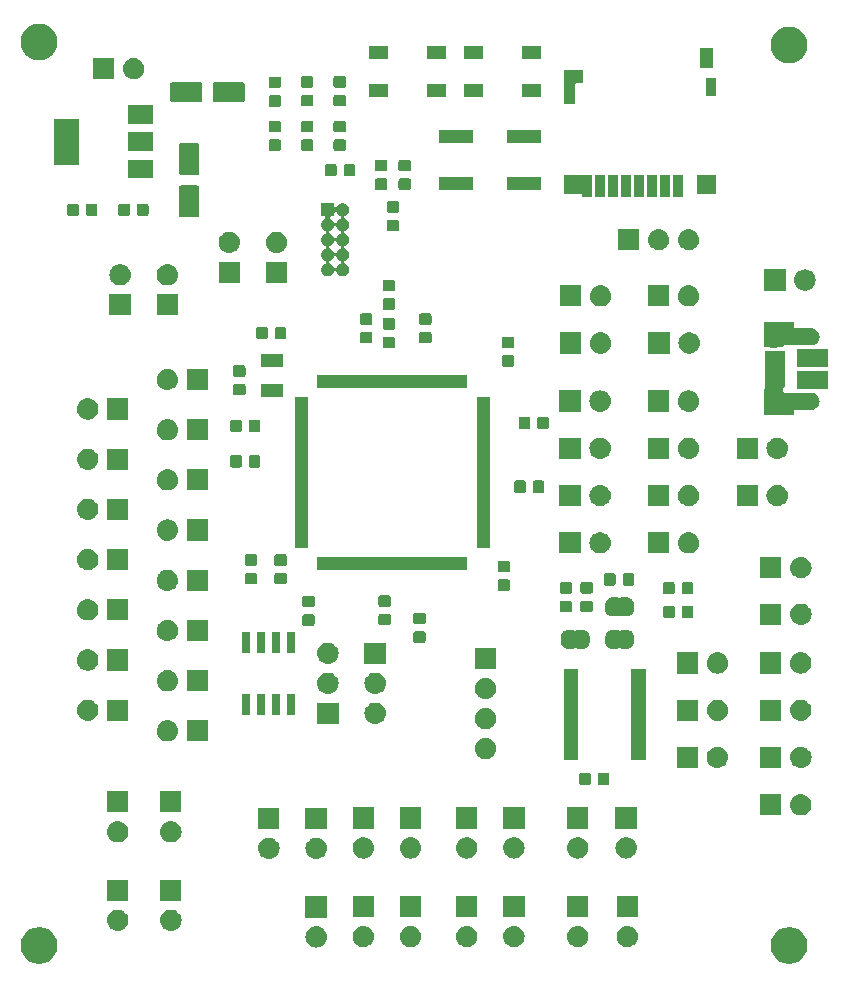
<source format=gts>
G04 #@! TF.GenerationSoftware,KiCad,Pcbnew,5.0.1-33cea8e~68~ubuntu16.04.1*
G04 #@! TF.CreationDate,2019-04-06T14:10:21-04:00*
G04 #@! TF.ProjectId,electrosprawl,656C656374726F73707261776C2E6B69,rev?*
G04 #@! TF.SameCoordinates,Original*
G04 #@! TF.FileFunction,Soldermask,Top*
G04 #@! TF.FilePolarity,Negative*
%FSLAX46Y46*%
G04 Gerber Fmt 4.6, Leading zero omitted, Abs format (unit mm)*
G04 Created by KiCad (PCBNEW 5.0.1-33cea8e~68~ubuntu16.04.1) date Sat 06 Apr 2019 14:10:21 EDT*
%MOMM*%
%LPD*%
G01*
G04 APERTURE LIST*
%ADD10C,0.100000*%
G04 APERTURE END LIST*
D10*
G36*
X170774071Y-101496999D02*
X170931844Y-101528382D01*
X171214108Y-101645299D01*
X171468139Y-101815037D01*
X171684175Y-102031073D01*
X171853913Y-102285104D01*
X171970830Y-102567368D01*
X171970830Y-102567369D01*
X172007709Y-102752769D01*
X172030434Y-102867018D01*
X172030434Y-103172538D01*
X171970830Y-103472188D01*
X171853913Y-103754452D01*
X171684175Y-104008483D01*
X171468139Y-104224519D01*
X171214108Y-104394257D01*
X170931844Y-104511174D01*
X170831961Y-104531042D01*
X170632196Y-104570778D01*
X170326672Y-104570778D01*
X170126907Y-104531042D01*
X170027024Y-104511174D01*
X169744760Y-104394257D01*
X169490729Y-104224519D01*
X169274693Y-104008483D01*
X169104955Y-103754452D01*
X168988038Y-103472188D01*
X168928434Y-103172538D01*
X168928434Y-102867018D01*
X168951160Y-102752769D01*
X168988038Y-102567369D01*
X168988038Y-102567368D01*
X169104955Y-102285104D01*
X169274693Y-102031073D01*
X169490729Y-101815037D01*
X169744760Y-101645299D01*
X170027024Y-101528382D01*
X170184797Y-101496999D01*
X170326672Y-101468778D01*
X170632196Y-101468778D01*
X170774071Y-101496999D01*
X170774071Y-101496999D01*
G37*
G36*
X107274071Y-101496999D02*
X107431844Y-101528382D01*
X107714108Y-101645299D01*
X107968139Y-101815037D01*
X108184175Y-102031073D01*
X108353913Y-102285104D01*
X108470830Y-102567368D01*
X108470830Y-102567369D01*
X108507709Y-102752769D01*
X108530434Y-102867018D01*
X108530434Y-103172538D01*
X108470830Y-103472188D01*
X108353913Y-103754452D01*
X108184175Y-104008483D01*
X107968139Y-104224519D01*
X107714108Y-104394257D01*
X107431844Y-104511174D01*
X107331961Y-104531042D01*
X107132196Y-104570778D01*
X106826672Y-104570778D01*
X106626907Y-104531042D01*
X106527024Y-104511174D01*
X106244760Y-104394257D01*
X105990729Y-104224519D01*
X105774693Y-104008483D01*
X105604955Y-103754452D01*
X105488038Y-103472188D01*
X105428434Y-103172538D01*
X105428434Y-102867018D01*
X105451160Y-102752769D01*
X105488038Y-102567369D01*
X105488038Y-102567368D01*
X105604955Y-102285104D01*
X105774693Y-102031073D01*
X105990729Y-101815037D01*
X106244760Y-101645299D01*
X106527024Y-101528382D01*
X106684797Y-101496999D01*
X106826672Y-101468778D01*
X107132196Y-101468778D01*
X107274071Y-101496999D01*
X107274071Y-101496999D01*
G37*
G36*
X130539877Y-101395297D02*
X130606061Y-101401815D01*
X130719287Y-101436162D01*
X130775901Y-101453335D01*
X130804792Y-101468778D01*
X130932425Y-101537000D01*
X130968163Y-101566330D01*
X131069620Y-101649592D01*
X131124300Y-101716221D01*
X131182212Y-101786787D01*
X131182213Y-101786789D01*
X131265877Y-101943311D01*
X131265877Y-101943312D01*
X131317397Y-102113151D01*
X131334793Y-102289778D01*
X131317397Y-102466405D01*
X131286770Y-102567368D01*
X131265877Y-102636245D01*
X131203594Y-102752767D01*
X131182212Y-102792769D01*
X131152882Y-102828507D01*
X131069620Y-102929964D01*
X130981165Y-103002556D01*
X130932425Y-103042556D01*
X130932423Y-103042557D01*
X130775901Y-103126221D01*
X130737924Y-103137741D01*
X130606061Y-103177741D01*
X130539877Y-103184259D01*
X130473694Y-103190778D01*
X130385174Y-103190778D01*
X130318991Y-103184259D01*
X130252807Y-103177741D01*
X130120944Y-103137741D01*
X130082967Y-103126221D01*
X129926445Y-103042557D01*
X129926443Y-103042556D01*
X129877703Y-103002556D01*
X129789248Y-102929964D01*
X129705986Y-102828507D01*
X129676656Y-102792769D01*
X129655274Y-102752767D01*
X129592991Y-102636245D01*
X129572098Y-102567368D01*
X129541471Y-102466405D01*
X129524075Y-102289778D01*
X129541471Y-102113151D01*
X129592991Y-101943312D01*
X129592991Y-101943311D01*
X129676655Y-101786789D01*
X129676656Y-101786787D01*
X129734568Y-101716221D01*
X129789248Y-101649592D01*
X129890705Y-101566330D01*
X129926443Y-101537000D01*
X130054076Y-101468778D01*
X130082967Y-101453335D01*
X130139581Y-101436162D01*
X130252807Y-101401815D01*
X130318991Y-101395297D01*
X130385174Y-101388778D01*
X130473694Y-101388778D01*
X130539877Y-101395297D01*
X130539877Y-101395297D01*
G37*
G36*
X147289877Y-101355297D02*
X147356061Y-101361815D01*
X147444946Y-101388778D01*
X147525901Y-101413335D01*
X147629626Y-101468778D01*
X147682425Y-101497000D01*
X147718163Y-101526330D01*
X147819620Y-101609592D01*
X147902882Y-101711049D01*
X147932212Y-101746787D01*
X147932213Y-101746789D01*
X148015877Y-101903311D01*
X148015877Y-101903312D01*
X148067397Y-102073151D01*
X148084793Y-102249778D01*
X148067397Y-102426405D01*
X148055263Y-102466405D01*
X148015877Y-102596245D01*
X147994496Y-102636245D01*
X147932212Y-102752769D01*
X147902882Y-102788507D01*
X147819620Y-102889964D01*
X147718163Y-102973226D01*
X147682425Y-103002556D01*
X147682423Y-103002557D01*
X147525901Y-103086221D01*
X147469287Y-103103394D01*
X147356061Y-103137741D01*
X147289877Y-103144259D01*
X147223694Y-103150778D01*
X147135174Y-103150778D01*
X147068992Y-103144260D01*
X147002807Y-103137741D01*
X146889581Y-103103394D01*
X146832967Y-103086221D01*
X146676445Y-103002557D01*
X146676443Y-103002556D01*
X146640705Y-102973226D01*
X146539248Y-102889964D01*
X146455986Y-102788507D01*
X146426656Y-102752769D01*
X146364372Y-102636245D01*
X146342991Y-102596245D01*
X146303605Y-102466405D01*
X146291471Y-102426405D01*
X146274075Y-102249778D01*
X146291471Y-102073151D01*
X146342991Y-101903312D01*
X146342991Y-101903311D01*
X146426655Y-101746789D01*
X146426656Y-101746787D01*
X146455986Y-101711049D01*
X146539248Y-101609592D01*
X146640705Y-101526330D01*
X146676443Y-101497000D01*
X146729242Y-101468778D01*
X146832967Y-101413335D01*
X146913922Y-101388778D01*
X147002807Y-101361815D01*
X147068991Y-101355297D01*
X147135174Y-101348778D01*
X147223694Y-101348778D01*
X147289877Y-101355297D01*
X147289877Y-101355297D01*
G37*
G36*
X143289877Y-101355297D02*
X143356061Y-101361815D01*
X143444946Y-101388778D01*
X143525901Y-101413335D01*
X143629626Y-101468778D01*
X143682425Y-101497000D01*
X143718163Y-101526330D01*
X143819620Y-101609592D01*
X143902882Y-101711049D01*
X143932212Y-101746787D01*
X143932213Y-101746789D01*
X144015877Y-101903311D01*
X144015877Y-101903312D01*
X144067397Y-102073151D01*
X144084793Y-102249778D01*
X144067397Y-102426405D01*
X144055263Y-102466405D01*
X144015877Y-102596245D01*
X143994496Y-102636245D01*
X143932212Y-102752769D01*
X143902882Y-102788507D01*
X143819620Y-102889964D01*
X143718163Y-102973226D01*
X143682425Y-103002556D01*
X143682423Y-103002557D01*
X143525901Y-103086221D01*
X143469287Y-103103394D01*
X143356061Y-103137741D01*
X143289877Y-103144259D01*
X143223694Y-103150778D01*
X143135174Y-103150778D01*
X143068992Y-103144260D01*
X143002807Y-103137741D01*
X142889581Y-103103394D01*
X142832967Y-103086221D01*
X142676445Y-103002557D01*
X142676443Y-103002556D01*
X142640705Y-102973226D01*
X142539248Y-102889964D01*
X142455986Y-102788507D01*
X142426656Y-102752769D01*
X142364372Y-102636245D01*
X142342991Y-102596245D01*
X142303605Y-102466405D01*
X142291471Y-102426405D01*
X142274075Y-102249778D01*
X142291471Y-102073151D01*
X142342991Y-101903312D01*
X142342991Y-101903311D01*
X142426655Y-101746789D01*
X142426656Y-101746787D01*
X142455986Y-101711049D01*
X142539248Y-101609592D01*
X142640705Y-101526330D01*
X142676443Y-101497000D01*
X142729242Y-101468778D01*
X142832967Y-101413335D01*
X142913922Y-101388778D01*
X143002807Y-101361815D01*
X143068991Y-101355297D01*
X143135174Y-101348778D01*
X143223694Y-101348778D01*
X143289877Y-101355297D01*
X143289877Y-101355297D01*
G37*
G36*
X138539877Y-101355297D02*
X138606061Y-101361815D01*
X138694946Y-101388778D01*
X138775901Y-101413335D01*
X138879626Y-101468778D01*
X138932425Y-101497000D01*
X138968163Y-101526330D01*
X139069620Y-101609592D01*
X139152882Y-101711049D01*
X139182212Y-101746787D01*
X139182213Y-101746789D01*
X139265877Y-101903311D01*
X139265877Y-101903312D01*
X139317397Y-102073151D01*
X139334793Y-102249778D01*
X139317397Y-102426405D01*
X139305263Y-102466405D01*
X139265877Y-102596245D01*
X139244496Y-102636245D01*
X139182212Y-102752769D01*
X139152882Y-102788507D01*
X139069620Y-102889964D01*
X138968163Y-102973226D01*
X138932425Y-103002556D01*
X138932423Y-103002557D01*
X138775901Y-103086221D01*
X138719287Y-103103394D01*
X138606061Y-103137741D01*
X138539877Y-103144259D01*
X138473694Y-103150778D01*
X138385174Y-103150778D01*
X138318992Y-103144260D01*
X138252807Y-103137741D01*
X138139581Y-103103394D01*
X138082967Y-103086221D01*
X137926445Y-103002557D01*
X137926443Y-103002556D01*
X137890705Y-102973226D01*
X137789248Y-102889964D01*
X137705986Y-102788507D01*
X137676656Y-102752769D01*
X137614372Y-102636245D01*
X137592991Y-102596245D01*
X137553605Y-102466405D01*
X137541471Y-102426405D01*
X137524075Y-102249778D01*
X137541471Y-102073151D01*
X137592991Y-101903312D01*
X137592991Y-101903311D01*
X137676655Y-101746789D01*
X137676656Y-101746787D01*
X137705986Y-101711049D01*
X137789248Y-101609592D01*
X137890705Y-101526330D01*
X137926443Y-101497000D01*
X137979242Y-101468778D01*
X138082967Y-101413335D01*
X138163922Y-101388778D01*
X138252807Y-101361815D01*
X138318991Y-101355297D01*
X138385174Y-101348778D01*
X138473694Y-101348778D01*
X138539877Y-101355297D01*
X138539877Y-101355297D01*
G37*
G36*
X134539877Y-101355297D02*
X134606061Y-101361815D01*
X134694946Y-101388778D01*
X134775901Y-101413335D01*
X134879626Y-101468778D01*
X134932425Y-101497000D01*
X134968163Y-101526330D01*
X135069620Y-101609592D01*
X135152882Y-101711049D01*
X135182212Y-101746787D01*
X135182213Y-101746789D01*
X135265877Y-101903311D01*
X135265877Y-101903312D01*
X135317397Y-102073151D01*
X135334793Y-102249778D01*
X135317397Y-102426405D01*
X135305263Y-102466405D01*
X135265877Y-102596245D01*
X135244496Y-102636245D01*
X135182212Y-102752769D01*
X135152882Y-102788507D01*
X135069620Y-102889964D01*
X134968163Y-102973226D01*
X134932425Y-103002556D01*
X134932423Y-103002557D01*
X134775901Y-103086221D01*
X134719287Y-103103394D01*
X134606061Y-103137741D01*
X134539877Y-103144259D01*
X134473694Y-103150778D01*
X134385174Y-103150778D01*
X134318992Y-103144260D01*
X134252807Y-103137741D01*
X134139581Y-103103394D01*
X134082967Y-103086221D01*
X133926445Y-103002557D01*
X133926443Y-103002556D01*
X133890705Y-102973226D01*
X133789248Y-102889964D01*
X133705986Y-102788507D01*
X133676656Y-102752769D01*
X133614372Y-102636245D01*
X133592991Y-102596245D01*
X133553605Y-102466405D01*
X133541471Y-102426405D01*
X133524075Y-102249778D01*
X133541471Y-102073151D01*
X133592991Y-101903312D01*
X133592991Y-101903311D01*
X133676655Y-101746789D01*
X133676656Y-101746787D01*
X133705986Y-101711049D01*
X133789248Y-101609592D01*
X133890705Y-101526330D01*
X133926443Y-101497000D01*
X133979242Y-101468778D01*
X134082967Y-101413335D01*
X134163922Y-101388778D01*
X134252807Y-101361815D01*
X134318991Y-101355297D01*
X134385174Y-101348778D01*
X134473694Y-101348778D01*
X134539877Y-101355297D01*
X134539877Y-101355297D01*
G37*
G36*
X152689877Y-101355297D02*
X152756061Y-101361815D01*
X152844946Y-101388778D01*
X152925901Y-101413335D01*
X153029626Y-101468778D01*
X153082425Y-101497000D01*
X153118163Y-101526330D01*
X153219620Y-101609592D01*
X153302882Y-101711049D01*
X153332212Y-101746787D01*
X153332213Y-101746789D01*
X153415877Y-101903311D01*
X153415877Y-101903312D01*
X153467397Y-102073151D01*
X153484793Y-102249778D01*
X153467397Y-102426405D01*
X153455263Y-102466405D01*
X153415877Y-102596245D01*
X153394496Y-102636245D01*
X153332212Y-102752769D01*
X153302882Y-102788507D01*
X153219620Y-102889964D01*
X153118163Y-102973226D01*
X153082425Y-103002556D01*
X153082423Y-103002557D01*
X152925901Y-103086221D01*
X152869287Y-103103394D01*
X152756061Y-103137741D01*
X152689877Y-103144259D01*
X152623694Y-103150778D01*
X152535174Y-103150778D01*
X152468992Y-103144260D01*
X152402807Y-103137741D01*
X152289581Y-103103394D01*
X152232967Y-103086221D01*
X152076445Y-103002557D01*
X152076443Y-103002556D01*
X152040705Y-102973226D01*
X151939248Y-102889964D01*
X151855986Y-102788507D01*
X151826656Y-102752769D01*
X151764372Y-102636245D01*
X151742991Y-102596245D01*
X151703605Y-102466405D01*
X151691471Y-102426405D01*
X151674075Y-102249778D01*
X151691471Y-102073151D01*
X151742991Y-101903312D01*
X151742991Y-101903311D01*
X151826655Y-101746789D01*
X151826656Y-101746787D01*
X151855986Y-101711049D01*
X151939248Y-101609592D01*
X152040705Y-101526330D01*
X152076443Y-101497000D01*
X152129242Y-101468778D01*
X152232967Y-101413335D01*
X152313922Y-101388778D01*
X152402807Y-101361815D01*
X152468991Y-101355297D01*
X152535174Y-101348778D01*
X152623694Y-101348778D01*
X152689877Y-101355297D01*
X152689877Y-101355297D01*
G37*
G36*
X156889877Y-101355297D02*
X156956061Y-101361815D01*
X157044946Y-101388778D01*
X157125901Y-101413335D01*
X157229626Y-101468778D01*
X157282425Y-101497000D01*
X157318163Y-101526330D01*
X157419620Y-101609592D01*
X157502882Y-101711049D01*
X157532212Y-101746787D01*
X157532213Y-101746789D01*
X157615877Y-101903311D01*
X157615877Y-101903312D01*
X157667397Y-102073151D01*
X157684793Y-102249778D01*
X157667397Y-102426405D01*
X157655263Y-102466405D01*
X157615877Y-102596245D01*
X157594496Y-102636245D01*
X157532212Y-102752769D01*
X157502882Y-102788507D01*
X157419620Y-102889964D01*
X157318163Y-102973226D01*
X157282425Y-103002556D01*
X157282423Y-103002557D01*
X157125901Y-103086221D01*
X157069287Y-103103394D01*
X156956061Y-103137741D01*
X156889877Y-103144259D01*
X156823694Y-103150778D01*
X156735174Y-103150778D01*
X156668992Y-103144260D01*
X156602807Y-103137741D01*
X156489581Y-103103394D01*
X156432967Y-103086221D01*
X156276445Y-103002557D01*
X156276443Y-103002556D01*
X156240705Y-102973226D01*
X156139248Y-102889964D01*
X156055986Y-102788507D01*
X156026656Y-102752769D01*
X155964372Y-102636245D01*
X155942991Y-102596245D01*
X155903605Y-102466405D01*
X155891471Y-102426405D01*
X155874075Y-102249778D01*
X155891471Y-102073151D01*
X155942991Y-101903312D01*
X155942991Y-101903311D01*
X156026655Y-101746789D01*
X156026656Y-101746787D01*
X156055986Y-101711049D01*
X156139248Y-101609592D01*
X156240705Y-101526330D01*
X156276443Y-101497000D01*
X156329242Y-101468778D01*
X156432967Y-101413335D01*
X156513922Y-101388778D01*
X156602807Y-101361815D01*
X156668991Y-101355297D01*
X156735174Y-101348778D01*
X156823694Y-101348778D01*
X156889877Y-101355297D01*
X156889877Y-101355297D01*
G37*
G36*
X113739877Y-99985297D02*
X113806061Y-99991815D01*
X113919287Y-100026162D01*
X113975901Y-100043335D01*
X114114521Y-100117430D01*
X114132425Y-100127000D01*
X114168163Y-100156330D01*
X114269620Y-100239592D01*
X114352882Y-100341049D01*
X114382212Y-100376787D01*
X114382213Y-100376789D01*
X114465877Y-100533311D01*
X114465877Y-100533312D01*
X114517397Y-100703151D01*
X114534793Y-100879778D01*
X114517397Y-101056405D01*
X114483050Y-101169631D01*
X114465877Y-101226245D01*
X114400381Y-101348778D01*
X114382212Y-101382769D01*
X114366581Y-101401815D01*
X114269620Y-101519964D01*
X114168163Y-101603226D01*
X114132425Y-101632556D01*
X114132423Y-101632557D01*
X113975901Y-101716221D01*
X113919287Y-101733394D01*
X113806061Y-101767741D01*
X113739877Y-101774259D01*
X113673694Y-101780778D01*
X113585174Y-101780778D01*
X113518991Y-101774259D01*
X113452807Y-101767741D01*
X113339581Y-101733394D01*
X113282967Y-101716221D01*
X113126445Y-101632557D01*
X113126443Y-101632556D01*
X113090705Y-101603226D01*
X112989248Y-101519964D01*
X112892287Y-101401815D01*
X112876656Y-101382769D01*
X112858487Y-101348778D01*
X112792991Y-101226245D01*
X112775818Y-101169631D01*
X112741471Y-101056405D01*
X112724075Y-100879778D01*
X112741471Y-100703151D01*
X112792991Y-100533312D01*
X112792991Y-100533311D01*
X112876655Y-100376789D01*
X112876656Y-100376787D01*
X112905986Y-100341049D01*
X112989248Y-100239592D01*
X113090705Y-100156330D01*
X113126443Y-100127000D01*
X113144347Y-100117430D01*
X113282967Y-100043335D01*
X113339581Y-100026162D01*
X113452807Y-99991815D01*
X113518992Y-99985296D01*
X113585174Y-99978778D01*
X113673694Y-99978778D01*
X113739877Y-99985297D01*
X113739877Y-99985297D01*
G37*
G36*
X118239877Y-99985297D02*
X118306061Y-99991815D01*
X118419287Y-100026162D01*
X118475901Y-100043335D01*
X118614521Y-100117430D01*
X118632425Y-100127000D01*
X118668163Y-100156330D01*
X118769620Y-100239592D01*
X118852882Y-100341049D01*
X118882212Y-100376787D01*
X118882213Y-100376789D01*
X118965877Y-100533311D01*
X118965877Y-100533312D01*
X119017397Y-100703151D01*
X119034793Y-100879778D01*
X119017397Y-101056405D01*
X118983050Y-101169631D01*
X118965877Y-101226245D01*
X118900381Y-101348778D01*
X118882212Y-101382769D01*
X118866581Y-101401815D01*
X118769620Y-101519964D01*
X118668163Y-101603226D01*
X118632425Y-101632556D01*
X118632423Y-101632557D01*
X118475901Y-101716221D01*
X118419287Y-101733394D01*
X118306061Y-101767741D01*
X118239877Y-101774259D01*
X118173694Y-101780778D01*
X118085174Y-101780778D01*
X118018991Y-101774259D01*
X117952807Y-101767741D01*
X117839581Y-101733394D01*
X117782967Y-101716221D01*
X117626445Y-101632557D01*
X117626443Y-101632556D01*
X117590705Y-101603226D01*
X117489248Y-101519964D01*
X117392287Y-101401815D01*
X117376656Y-101382769D01*
X117358487Y-101348778D01*
X117292991Y-101226245D01*
X117275818Y-101169631D01*
X117241471Y-101056405D01*
X117224075Y-100879778D01*
X117241471Y-100703151D01*
X117292991Y-100533312D01*
X117292991Y-100533311D01*
X117376655Y-100376789D01*
X117376656Y-100376787D01*
X117405986Y-100341049D01*
X117489248Y-100239592D01*
X117590705Y-100156330D01*
X117626443Y-100127000D01*
X117644347Y-100117430D01*
X117782967Y-100043335D01*
X117839581Y-100026162D01*
X117952807Y-99991815D01*
X118018992Y-99985296D01*
X118085174Y-99978778D01*
X118173694Y-99978778D01*
X118239877Y-99985297D01*
X118239877Y-99985297D01*
G37*
G36*
X131330434Y-100650778D02*
X129528434Y-100650778D01*
X129528434Y-98848778D01*
X131330434Y-98848778D01*
X131330434Y-100650778D01*
X131330434Y-100650778D01*
G37*
G36*
X148080434Y-100610778D02*
X146278434Y-100610778D01*
X146278434Y-98808778D01*
X148080434Y-98808778D01*
X148080434Y-100610778D01*
X148080434Y-100610778D01*
G37*
G36*
X139330434Y-100610778D02*
X137528434Y-100610778D01*
X137528434Y-98808778D01*
X139330434Y-98808778D01*
X139330434Y-100610778D01*
X139330434Y-100610778D01*
G37*
G36*
X135330434Y-100610778D02*
X133528434Y-100610778D01*
X133528434Y-98808778D01*
X135330434Y-98808778D01*
X135330434Y-100610778D01*
X135330434Y-100610778D01*
G37*
G36*
X153480434Y-100610778D02*
X151678434Y-100610778D01*
X151678434Y-98808778D01*
X153480434Y-98808778D01*
X153480434Y-100610778D01*
X153480434Y-100610778D01*
G37*
G36*
X144080434Y-100610778D02*
X142278434Y-100610778D01*
X142278434Y-98808778D01*
X144080434Y-98808778D01*
X144080434Y-100610778D01*
X144080434Y-100610778D01*
G37*
G36*
X157680434Y-100610778D02*
X155878434Y-100610778D01*
X155878434Y-98808778D01*
X157680434Y-98808778D01*
X157680434Y-100610778D01*
X157680434Y-100610778D01*
G37*
G36*
X114530434Y-99240778D02*
X112728434Y-99240778D01*
X112728434Y-97438778D01*
X114530434Y-97438778D01*
X114530434Y-99240778D01*
X114530434Y-99240778D01*
G37*
G36*
X119030434Y-99240778D02*
X117228434Y-99240778D01*
X117228434Y-97438778D01*
X119030434Y-97438778D01*
X119030434Y-99240778D01*
X119030434Y-99240778D01*
G37*
G36*
X130539876Y-93895296D02*
X130606061Y-93901815D01*
X130719287Y-93936162D01*
X130775901Y-93953335D01*
X130857589Y-93996999D01*
X130932425Y-94037000D01*
X130968163Y-94066330D01*
X131069620Y-94149592D01*
X131124300Y-94216221D01*
X131182212Y-94286787D01*
X131182213Y-94286789D01*
X131265877Y-94443311D01*
X131265877Y-94443312D01*
X131317397Y-94613151D01*
X131334793Y-94789778D01*
X131317397Y-94966405D01*
X131283050Y-95079631D01*
X131265877Y-95136245D01*
X131203594Y-95252767D01*
X131182212Y-95292769D01*
X131152882Y-95328507D01*
X131069620Y-95429964D01*
X130981165Y-95502556D01*
X130932425Y-95542556D01*
X130932423Y-95542557D01*
X130775901Y-95626221D01*
X130737924Y-95637741D01*
X130606061Y-95677741D01*
X130539876Y-95684260D01*
X130473694Y-95690778D01*
X130385174Y-95690778D01*
X130318991Y-95684259D01*
X130252807Y-95677741D01*
X130120944Y-95637741D01*
X130082967Y-95626221D01*
X129926445Y-95542557D01*
X129926443Y-95542556D01*
X129877703Y-95502556D01*
X129789248Y-95429964D01*
X129705986Y-95328507D01*
X129676656Y-95292769D01*
X129655274Y-95252767D01*
X129592991Y-95136245D01*
X129575818Y-95079631D01*
X129541471Y-94966405D01*
X129524075Y-94789778D01*
X129541471Y-94613151D01*
X129592991Y-94443312D01*
X129592991Y-94443311D01*
X129676655Y-94286789D01*
X129676656Y-94286787D01*
X129734568Y-94216221D01*
X129789248Y-94149592D01*
X129890705Y-94066330D01*
X129926443Y-94037000D01*
X130001279Y-93996999D01*
X130082967Y-93953335D01*
X130139581Y-93936162D01*
X130252807Y-93901815D01*
X130318992Y-93895296D01*
X130385174Y-93888778D01*
X130473694Y-93888778D01*
X130539876Y-93895296D01*
X130539876Y-93895296D01*
G37*
G36*
X126539876Y-93895296D02*
X126606061Y-93901815D01*
X126719287Y-93936162D01*
X126775901Y-93953335D01*
X126857589Y-93996999D01*
X126932425Y-94037000D01*
X126968163Y-94066330D01*
X127069620Y-94149592D01*
X127124300Y-94216221D01*
X127182212Y-94286787D01*
X127182213Y-94286789D01*
X127265877Y-94443311D01*
X127265877Y-94443312D01*
X127317397Y-94613151D01*
X127334793Y-94789778D01*
X127317397Y-94966405D01*
X127283050Y-95079631D01*
X127265877Y-95136245D01*
X127203594Y-95252767D01*
X127182212Y-95292769D01*
X127152882Y-95328507D01*
X127069620Y-95429964D01*
X126981165Y-95502556D01*
X126932425Y-95542556D01*
X126932423Y-95542557D01*
X126775901Y-95626221D01*
X126737924Y-95637741D01*
X126606061Y-95677741D01*
X126539876Y-95684260D01*
X126473694Y-95690778D01*
X126385174Y-95690778D01*
X126318991Y-95684259D01*
X126252807Y-95677741D01*
X126120944Y-95637741D01*
X126082967Y-95626221D01*
X125926445Y-95542557D01*
X125926443Y-95542556D01*
X125877703Y-95502556D01*
X125789248Y-95429964D01*
X125705986Y-95328507D01*
X125676656Y-95292769D01*
X125655274Y-95252767D01*
X125592991Y-95136245D01*
X125575818Y-95079631D01*
X125541471Y-94966405D01*
X125524075Y-94789778D01*
X125541471Y-94613151D01*
X125592991Y-94443312D01*
X125592991Y-94443311D01*
X125676655Y-94286789D01*
X125676656Y-94286787D01*
X125734568Y-94216221D01*
X125789248Y-94149592D01*
X125890705Y-94066330D01*
X125926443Y-94037000D01*
X126001279Y-93996999D01*
X126082967Y-93953335D01*
X126139581Y-93936162D01*
X126252807Y-93901815D01*
X126318992Y-93895296D01*
X126385174Y-93888778D01*
X126473694Y-93888778D01*
X126539876Y-93895296D01*
X126539876Y-93895296D01*
G37*
G36*
X143289876Y-93855296D02*
X143356061Y-93861815D01*
X143444946Y-93888778D01*
X143525901Y-93913335D01*
X143664521Y-93987430D01*
X143682425Y-93997000D01*
X143718163Y-94026330D01*
X143819620Y-94109592D01*
X143902882Y-94211049D01*
X143932212Y-94246787D01*
X143932213Y-94246789D01*
X144015877Y-94403311D01*
X144015877Y-94403312D01*
X144067397Y-94573151D01*
X144084793Y-94749778D01*
X144067397Y-94926405D01*
X144055263Y-94966405D01*
X144015877Y-95096245D01*
X143994496Y-95136245D01*
X143932212Y-95252769D01*
X143902882Y-95288507D01*
X143819620Y-95389964D01*
X143718163Y-95473226D01*
X143682425Y-95502556D01*
X143682423Y-95502557D01*
X143525901Y-95586221D01*
X143469287Y-95603394D01*
X143356061Y-95637741D01*
X143289876Y-95644260D01*
X143223694Y-95650778D01*
X143135174Y-95650778D01*
X143068992Y-95644260D01*
X143002807Y-95637741D01*
X142889581Y-95603394D01*
X142832967Y-95586221D01*
X142676445Y-95502557D01*
X142676443Y-95502556D01*
X142640705Y-95473226D01*
X142539248Y-95389964D01*
X142455986Y-95288507D01*
X142426656Y-95252769D01*
X142364372Y-95136245D01*
X142342991Y-95096245D01*
X142303605Y-94966405D01*
X142291471Y-94926405D01*
X142274075Y-94749778D01*
X142291471Y-94573151D01*
X142342991Y-94403312D01*
X142342991Y-94403311D01*
X142426655Y-94246789D01*
X142426656Y-94246787D01*
X142455986Y-94211049D01*
X142539248Y-94109592D01*
X142640705Y-94026330D01*
X142676443Y-93997000D01*
X142694347Y-93987430D01*
X142832967Y-93913335D01*
X142913922Y-93888778D01*
X143002807Y-93861815D01*
X143068991Y-93855297D01*
X143135174Y-93848778D01*
X143223694Y-93848778D01*
X143289876Y-93855296D01*
X143289876Y-93855296D01*
G37*
G36*
X147289876Y-93855296D02*
X147356061Y-93861815D01*
X147444946Y-93888778D01*
X147525901Y-93913335D01*
X147664521Y-93987430D01*
X147682425Y-93997000D01*
X147718163Y-94026330D01*
X147819620Y-94109592D01*
X147902882Y-94211049D01*
X147932212Y-94246787D01*
X147932213Y-94246789D01*
X148015877Y-94403311D01*
X148015877Y-94403312D01*
X148067397Y-94573151D01*
X148084793Y-94749778D01*
X148067397Y-94926405D01*
X148055263Y-94966405D01*
X148015877Y-95096245D01*
X147994496Y-95136245D01*
X147932212Y-95252769D01*
X147902882Y-95288507D01*
X147819620Y-95389964D01*
X147718163Y-95473226D01*
X147682425Y-95502556D01*
X147682423Y-95502557D01*
X147525901Y-95586221D01*
X147469287Y-95603394D01*
X147356061Y-95637741D01*
X147289876Y-95644260D01*
X147223694Y-95650778D01*
X147135174Y-95650778D01*
X147068992Y-95644260D01*
X147002807Y-95637741D01*
X146889581Y-95603394D01*
X146832967Y-95586221D01*
X146676445Y-95502557D01*
X146676443Y-95502556D01*
X146640705Y-95473226D01*
X146539248Y-95389964D01*
X146455986Y-95288507D01*
X146426656Y-95252769D01*
X146364372Y-95136245D01*
X146342991Y-95096245D01*
X146303605Y-94966405D01*
X146291471Y-94926405D01*
X146274075Y-94749778D01*
X146291471Y-94573151D01*
X146342991Y-94403312D01*
X146342991Y-94403311D01*
X146426655Y-94246789D01*
X146426656Y-94246787D01*
X146455986Y-94211049D01*
X146539248Y-94109592D01*
X146640705Y-94026330D01*
X146676443Y-93997000D01*
X146694347Y-93987430D01*
X146832967Y-93913335D01*
X146913922Y-93888778D01*
X147002807Y-93861815D01*
X147068991Y-93855297D01*
X147135174Y-93848778D01*
X147223694Y-93848778D01*
X147289876Y-93855296D01*
X147289876Y-93855296D01*
G37*
G36*
X134539876Y-93855296D02*
X134606061Y-93861815D01*
X134694946Y-93888778D01*
X134775901Y-93913335D01*
X134914521Y-93987430D01*
X134932425Y-93997000D01*
X134968163Y-94026330D01*
X135069620Y-94109592D01*
X135152882Y-94211049D01*
X135182212Y-94246787D01*
X135182213Y-94246789D01*
X135265877Y-94403311D01*
X135265877Y-94403312D01*
X135317397Y-94573151D01*
X135334793Y-94749778D01*
X135317397Y-94926405D01*
X135305263Y-94966405D01*
X135265877Y-95096245D01*
X135244496Y-95136245D01*
X135182212Y-95252769D01*
X135152882Y-95288507D01*
X135069620Y-95389964D01*
X134968163Y-95473226D01*
X134932425Y-95502556D01*
X134932423Y-95502557D01*
X134775901Y-95586221D01*
X134719287Y-95603394D01*
X134606061Y-95637741D01*
X134539876Y-95644260D01*
X134473694Y-95650778D01*
X134385174Y-95650778D01*
X134318992Y-95644260D01*
X134252807Y-95637741D01*
X134139581Y-95603394D01*
X134082967Y-95586221D01*
X133926445Y-95502557D01*
X133926443Y-95502556D01*
X133890705Y-95473226D01*
X133789248Y-95389964D01*
X133705986Y-95288507D01*
X133676656Y-95252769D01*
X133614372Y-95136245D01*
X133592991Y-95096245D01*
X133553605Y-94966405D01*
X133541471Y-94926405D01*
X133524075Y-94749778D01*
X133541471Y-94573151D01*
X133592991Y-94403312D01*
X133592991Y-94403311D01*
X133676655Y-94246789D01*
X133676656Y-94246787D01*
X133705986Y-94211049D01*
X133789248Y-94109592D01*
X133890705Y-94026330D01*
X133926443Y-93997000D01*
X133944347Y-93987430D01*
X134082967Y-93913335D01*
X134163922Y-93888778D01*
X134252807Y-93861815D01*
X134318991Y-93855297D01*
X134385174Y-93848778D01*
X134473694Y-93848778D01*
X134539876Y-93855296D01*
X134539876Y-93855296D01*
G37*
G36*
X152689876Y-93855296D02*
X152756061Y-93861815D01*
X152844946Y-93888778D01*
X152925901Y-93913335D01*
X153064521Y-93987430D01*
X153082425Y-93997000D01*
X153118163Y-94026330D01*
X153219620Y-94109592D01*
X153302882Y-94211049D01*
X153332212Y-94246787D01*
X153332213Y-94246789D01*
X153415877Y-94403311D01*
X153415877Y-94403312D01*
X153467397Y-94573151D01*
X153484793Y-94749778D01*
X153467397Y-94926405D01*
X153455263Y-94966405D01*
X153415877Y-95096245D01*
X153394496Y-95136245D01*
X153332212Y-95252769D01*
X153302882Y-95288507D01*
X153219620Y-95389964D01*
X153118163Y-95473226D01*
X153082425Y-95502556D01*
X153082423Y-95502557D01*
X152925901Y-95586221D01*
X152869287Y-95603394D01*
X152756061Y-95637741D01*
X152689876Y-95644260D01*
X152623694Y-95650778D01*
X152535174Y-95650778D01*
X152468992Y-95644260D01*
X152402807Y-95637741D01*
X152289581Y-95603394D01*
X152232967Y-95586221D01*
X152076445Y-95502557D01*
X152076443Y-95502556D01*
X152040705Y-95473226D01*
X151939248Y-95389964D01*
X151855986Y-95288507D01*
X151826656Y-95252769D01*
X151764372Y-95136245D01*
X151742991Y-95096245D01*
X151703605Y-94966405D01*
X151691471Y-94926405D01*
X151674075Y-94749778D01*
X151691471Y-94573151D01*
X151742991Y-94403312D01*
X151742991Y-94403311D01*
X151826655Y-94246789D01*
X151826656Y-94246787D01*
X151855986Y-94211049D01*
X151939248Y-94109592D01*
X152040705Y-94026330D01*
X152076443Y-93997000D01*
X152094347Y-93987430D01*
X152232967Y-93913335D01*
X152313922Y-93888778D01*
X152402807Y-93861815D01*
X152468991Y-93855297D01*
X152535174Y-93848778D01*
X152623694Y-93848778D01*
X152689876Y-93855296D01*
X152689876Y-93855296D01*
G37*
G36*
X156789876Y-93855296D02*
X156856061Y-93861815D01*
X156944946Y-93888778D01*
X157025901Y-93913335D01*
X157164521Y-93987430D01*
X157182425Y-93997000D01*
X157218163Y-94026330D01*
X157319620Y-94109592D01*
X157402882Y-94211049D01*
X157432212Y-94246787D01*
X157432213Y-94246789D01*
X157515877Y-94403311D01*
X157515877Y-94403312D01*
X157567397Y-94573151D01*
X157584793Y-94749778D01*
X157567397Y-94926405D01*
X157555263Y-94966405D01*
X157515877Y-95096245D01*
X157494496Y-95136245D01*
X157432212Y-95252769D01*
X157402882Y-95288507D01*
X157319620Y-95389964D01*
X157218163Y-95473226D01*
X157182425Y-95502556D01*
X157182423Y-95502557D01*
X157025901Y-95586221D01*
X156969287Y-95603394D01*
X156856061Y-95637741D01*
X156789876Y-95644260D01*
X156723694Y-95650778D01*
X156635174Y-95650778D01*
X156568992Y-95644260D01*
X156502807Y-95637741D01*
X156389581Y-95603394D01*
X156332967Y-95586221D01*
X156176445Y-95502557D01*
X156176443Y-95502556D01*
X156140705Y-95473226D01*
X156039248Y-95389964D01*
X155955986Y-95288507D01*
X155926656Y-95252769D01*
X155864372Y-95136245D01*
X155842991Y-95096245D01*
X155803605Y-94966405D01*
X155791471Y-94926405D01*
X155774075Y-94749778D01*
X155791471Y-94573151D01*
X155842991Y-94403312D01*
X155842991Y-94403311D01*
X155926655Y-94246789D01*
X155926656Y-94246787D01*
X155955986Y-94211049D01*
X156039248Y-94109592D01*
X156140705Y-94026330D01*
X156176443Y-93997000D01*
X156194347Y-93987430D01*
X156332967Y-93913335D01*
X156413922Y-93888778D01*
X156502807Y-93861815D01*
X156568991Y-93855297D01*
X156635174Y-93848778D01*
X156723694Y-93848778D01*
X156789876Y-93855296D01*
X156789876Y-93855296D01*
G37*
G36*
X138539876Y-93855296D02*
X138606061Y-93861815D01*
X138694946Y-93888778D01*
X138775901Y-93913335D01*
X138914521Y-93987430D01*
X138932425Y-93997000D01*
X138968163Y-94026330D01*
X139069620Y-94109592D01*
X139152882Y-94211049D01*
X139182212Y-94246787D01*
X139182213Y-94246789D01*
X139265877Y-94403311D01*
X139265877Y-94403312D01*
X139317397Y-94573151D01*
X139334793Y-94749778D01*
X139317397Y-94926405D01*
X139305263Y-94966405D01*
X139265877Y-95096245D01*
X139244496Y-95136245D01*
X139182212Y-95252769D01*
X139152882Y-95288507D01*
X139069620Y-95389964D01*
X138968163Y-95473226D01*
X138932425Y-95502556D01*
X138932423Y-95502557D01*
X138775901Y-95586221D01*
X138719287Y-95603394D01*
X138606061Y-95637741D01*
X138539876Y-95644260D01*
X138473694Y-95650778D01*
X138385174Y-95650778D01*
X138318992Y-95644260D01*
X138252807Y-95637741D01*
X138139581Y-95603394D01*
X138082967Y-95586221D01*
X137926445Y-95502557D01*
X137926443Y-95502556D01*
X137890705Y-95473226D01*
X137789248Y-95389964D01*
X137705986Y-95288507D01*
X137676656Y-95252769D01*
X137614372Y-95136245D01*
X137592991Y-95096245D01*
X137553605Y-94966405D01*
X137541471Y-94926405D01*
X137524075Y-94749778D01*
X137541471Y-94573151D01*
X137592991Y-94403312D01*
X137592991Y-94403311D01*
X137676655Y-94246789D01*
X137676656Y-94246787D01*
X137705986Y-94211049D01*
X137789248Y-94109592D01*
X137890705Y-94026330D01*
X137926443Y-93997000D01*
X137944347Y-93987430D01*
X138082967Y-93913335D01*
X138163922Y-93888778D01*
X138252807Y-93861815D01*
X138318991Y-93855297D01*
X138385174Y-93848778D01*
X138473694Y-93848778D01*
X138539876Y-93855296D01*
X138539876Y-93855296D01*
G37*
G36*
X118239876Y-92485296D02*
X118306061Y-92491815D01*
X118419287Y-92526162D01*
X118475901Y-92543335D01*
X118614521Y-92617430D01*
X118632425Y-92627000D01*
X118668163Y-92656330D01*
X118769620Y-92739592D01*
X118852882Y-92841049D01*
X118882212Y-92876787D01*
X118882213Y-92876789D01*
X118965877Y-93033311D01*
X118965877Y-93033312D01*
X119017397Y-93203151D01*
X119034793Y-93379778D01*
X119017397Y-93556405D01*
X118983050Y-93669631D01*
X118965877Y-93726245D01*
X118900381Y-93848778D01*
X118882212Y-93882769D01*
X118866581Y-93901815D01*
X118769620Y-94019964D01*
X118668163Y-94103226D01*
X118632425Y-94132556D01*
X118632423Y-94132557D01*
X118475901Y-94216221D01*
X118419287Y-94233394D01*
X118306061Y-94267741D01*
X118239877Y-94274259D01*
X118173694Y-94280778D01*
X118085174Y-94280778D01*
X118018992Y-94274260D01*
X117952807Y-94267741D01*
X117839581Y-94233394D01*
X117782967Y-94216221D01*
X117626445Y-94132557D01*
X117626443Y-94132556D01*
X117590705Y-94103226D01*
X117489248Y-94019964D01*
X117392287Y-93901815D01*
X117376656Y-93882769D01*
X117358487Y-93848778D01*
X117292991Y-93726245D01*
X117275818Y-93669631D01*
X117241471Y-93556405D01*
X117224075Y-93379778D01*
X117241471Y-93203151D01*
X117292991Y-93033312D01*
X117292991Y-93033311D01*
X117376655Y-92876789D01*
X117376656Y-92876787D01*
X117405986Y-92841049D01*
X117489248Y-92739592D01*
X117590705Y-92656330D01*
X117626443Y-92627000D01*
X117644347Y-92617430D01*
X117782967Y-92543335D01*
X117839581Y-92526162D01*
X117952807Y-92491815D01*
X118018992Y-92485296D01*
X118085174Y-92478778D01*
X118173694Y-92478778D01*
X118239876Y-92485296D01*
X118239876Y-92485296D01*
G37*
G36*
X113739876Y-92485296D02*
X113806061Y-92491815D01*
X113919287Y-92526162D01*
X113975901Y-92543335D01*
X114114521Y-92617430D01*
X114132425Y-92627000D01*
X114168163Y-92656330D01*
X114269620Y-92739592D01*
X114352882Y-92841049D01*
X114382212Y-92876787D01*
X114382213Y-92876789D01*
X114465877Y-93033311D01*
X114465877Y-93033312D01*
X114517397Y-93203151D01*
X114534793Y-93379778D01*
X114517397Y-93556405D01*
X114483050Y-93669631D01*
X114465877Y-93726245D01*
X114400381Y-93848778D01*
X114382212Y-93882769D01*
X114366581Y-93901815D01*
X114269620Y-94019964D01*
X114168163Y-94103226D01*
X114132425Y-94132556D01*
X114132423Y-94132557D01*
X113975901Y-94216221D01*
X113919287Y-94233394D01*
X113806061Y-94267741D01*
X113739876Y-94274260D01*
X113673694Y-94280778D01*
X113585174Y-94280778D01*
X113518992Y-94274260D01*
X113452807Y-94267741D01*
X113339581Y-94233394D01*
X113282967Y-94216221D01*
X113126445Y-94132557D01*
X113126443Y-94132556D01*
X113090705Y-94103226D01*
X112989248Y-94019964D01*
X112892287Y-93901815D01*
X112876656Y-93882769D01*
X112858487Y-93848778D01*
X112792991Y-93726245D01*
X112775818Y-93669631D01*
X112741471Y-93556405D01*
X112724075Y-93379778D01*
X112741471Y-93203151D01*
X112792991Y-93033312D01*
X112792991Y-93033311D01*
X112876655Y-92876789D01*
X112876656Y-92876787D01*
X112905986Y-92841049D01*
X112989248Y-92739592D01*
X113090705Y-92656330D01*
X113126443Y-92627000D01*
X113144347Y-92617430D01*
X113282967Y-92543335D01*
X113339581Y-92526162D01*
X113452807Y-92491815D01*
X113518992Y-92485296D01*
X113585174Y-92478778D01*
X113673694Y-92478778D01*
X113739876Y-92485296D01*
X113739876Y-92485296D01*
G37*
G36*
X127330434Y-93150778D02*
X125528434Y-93150778D01*
X125528434Y-91348778D01*
X127330434Y-91348778D01*
X127330434Y-93150778D01*
X127330434Y-93150778D01*
G37*
G36*
X131330434Y-93150778D02*
X129528434Y-93150778D01*
X129528434Y-91348778D01*
X131330434Y-91348778D01*
X131330434Y-93150778D01*
X131330434Y-93150778D01*
G37*
G36*
X135330434Y-93110778D02*
X133528434Y-93110778D01*
X133528434Y-91308778D01*
X135330434Y-91308778D01*
X135330434Y-93110778D01*
X135330434Y-93110778D01*
G37*
G36*
X139330434Y-93110778D02*
X137528434Y-93110778D01*
X137528434Y-91308778D01*
X139330434Y-91308778D01*
X139330434Y-93110778D01*
X139330434Y-93110778D01*
G37*
G36*
X144080434Y-93110778D02*
X142278434Y-93110778D01*
X142278434Y-91308778D01*
X144080434Y-91308778D01*
X144080434Y-93110778D01*
X144080434Y-93110778D01*
G37*
G36*
X153480434Y-93110778D02*
X151678434Y-93110778D01*
X151678434Y-91308778D01*
X153480434Y-91308778D01*
X153480434Y-93110778D01*
X153480434Y-93110778D01*
G37*
G36*
X148080434Y-93110778D02*
X146278434Y-93110778D01*
X146278434Y-91308778D01*
X148080434Y-91308778D01*
X148080434Y-93110778D01*
X148080434Y-93110778D01*
G37*
G36*
X157580434Y-93110778D02*
X155778434Y-93110778D01*
X155778434Y-91308778D01*
X157580434Y-91308778D01*
X157580434Y-93110778D01*
X157580434Y-93110778D01*
G37*
G36*
X171569876Y-90195296D02*
X171636061Y-90201815D01*
X171749287Y-90236162D01*
X171805901Y-90253335D01*
X171944521Y-90327430D01*
X171962425Y-90337000D01*
X171998163Y-90366330D01*
X172099620Y-90449592D01*
X172182882Y-90551049D01*
X172212212Y-90586787D01*
X172212213Y-90586789D01*
X172295877Y-90743311D01*
X172295877Y-90743312D01*
X172347397Y-90913151D01*
X172364793Y-91089778D01*
X172347397Y-91266405D01*
X172334543Y-91308778D01*
X172295877Y-91436245D01*
X172221782Y-91574865D01*
X172212212Y-91592769D01*
X172182882Y-91628507D01*
X172099620Y-91729964D01*
X171998163Y-91813226D01*
X171962425Y-91842556D01*
X171962423Y-91842557D01*
X171805901Y-91926221D01*
X171749287Y-91943394D01*
X171636061Y-91977741D01*
X171569876Y-91984260D01*
X171503694Y-91990778D01*
X171415174Y-91990778D01*
X171348992Y-91984260D01*
X171282807Y-91977741D01*
X171169581Y-91943394D01*
X171112967Y-91926221D01*
X170956445Y-91842557D01*
X170956443Y-91842556D01*
X170920705Y-91813226D01*
X170819248Y-91729964D01*
X170735986Y-91628507D01*
X170706656Y-91592769D01*
X170697086Y-91574865D01*
X170622991Y-91436245D01*
X170584325Y-91308778D01*
X170571471Y-91266405D01*
X170554075Y-91089778D01*
X170571471Y-90913151D01*
X170622991Y-90743312D01*
X170622991Y-90743311D01*
X170706655Y-90586789D01*
X170706656Y-90586787D01*
X170735986Y-90551049D01*
X170819248Y-90449592D01*
X170920705Y-90366330D01*
X170956443Y-90337000D01*
X170974347Y-90327430D01*
X171112967Y-90253335D01*
X171169581Y-90236162D01*
X171282807Y-90201815D01*
X171348992Y-90195296D01*
X171415174Y-90188778D01*
X171503694Y-90188778D01*
X171569876Y-90195296D01*
X171569876Y-90195296D01*
G37*
G36*
X169820434Y-91990778D02*
X168018434Y-91990778D01*
X168018434Y-90188778D01*
X169820434Y-90188778D01*
X169820434Y-91990778D01*
X169820434Y-91990778D01*
G37*
G36*
X114530434Y-91740778D02*
X112728434Y-91740778D01*
X112728434Y-89938778D01*
X114530434Y-89938778D01*
X114530434Y-91740778D01*
X114530434Y-91740778D01*
G37*
G36*
X119030434Y-91740778D02*
X117228434Y-91740778D01*
X117228434Y-89938778D01*
X119030434Y-89938778D01*
X119030434Y-91740778D01*
X119030434Y-91740778D01*
G37*
G36*
X155096525Y-88387863D02*
X155130503Y-88398171D01*
X155161821Y-88414911D01*
X155189273Y-88437439D01*
X155211801Y-88464891D01*
X155228541Y-88496209D01*
X155238849Y-88530187D01*
X155242934Y-88571668D01*
X155242934Y-89247888D01*
X155238849Y-89289369D01*
X155228541Y-89323347D01*
X155211801Y-89354665D01*
X155189273Y-89382117D01*
X155161821Y-89404645D01*
X155130503Y-89421385D01*
X155096525Y-89431693D01*
X155055044Y-89435778D01*
X154453824Y-89435778D01*
X154412343Y-89431693D01*
X154378365Y-89421385D01*
X154347047Y-89404645D01*
X154319595Y-89382117D01*
X154297067Y-89354665D01*
X154280327Y-89323347D01*
X154270019Y-89289369D01*
X154265934Y-89247888D01*
X154265934Y-88571668D01*
X154270019Y-88530187D01*
X154280327Y-88496209D01*
X154297067Y-88464891D01*
X154319595Y-88437439D01*
X154347047Y-88414911D01*
X154378365Y-88398171D01*
X154412343Y-88387863D01*
X154453824Y-88383778D01*
X155055044Y-88383778D01*
X155096525Y-88387863D01*
X155096525Y-88387863D01*
G37*
G36*
X153521525Y-88387863D02*
X153555503Y-88398171D01*
X153586821Y-88414911D01*
X153614273Y-88437439D01*
X153636801Y-88464891D01*
X153653541Y-88496209D01*
X153663849Y-88530187D01*
X153667934Y-88571668D01*
X153667934Y-89247888D01*
X153663849Y-89289369D01*
X153653541Y-89323347D01*
X153636801Y-89354665D01*
X153614273Y-89382117D01*
X153586821Y-89404645D01*
X153555503Y-89421385D01*
X153521525Y-89431693D01*
X153480044Y-89435778D01*
X152878824Y-89435778D01*
X152837343Y-89431693D01*
X152803365Y-89421385D01*
X152772047Y-89404645D01*
X152744595Y-89382117D01*
X152722067Y-89354665D01*
X152705327Y-89323347D01*
X152695019Y-89289369D01*
X152690934Y-89247888D01*
X152690934Y-88571668D01*
X152695019Y-88530187D01*
X152705327Y-88496209D01*
X152722067Y-88464891D01*
X152744595Y-88437439D01*
X152772047Y-88414911D01*
X152803365Y-88398171D01*
X152837343Y-88387863D01*
X152878824Y-88383778D01*
X153480044Y-88383778D01*
X153521525Y-88387863D01*
X153521525Y-88387863D01*
G37*
G36*
X171579877Y-86195297D02*
X171646061Y-86201815D01*
X171759287Y-86236162D01*
X171815901Y-86253335D01*
X171954521Y-86327430D01*
X171972425Y-86337000D01*
X172008163Y-86366330D01*
X172109620Y-86449592D01*
X172192882Y-86551049D01*
X172222212Y-86586787D01*
X172222213Y-86586789D01*
X172305877Y-86743311D01*
X172305877Y-86743312D01*
X172357397Y-86913151D01*
X172374793Y-87089778D01*
X172357397Y-87266405D01*
X172323050Y-87379631D01*
X172305877Y-87436245D01*
X172231782Y-87574865D01*
X172222212Y-87592769D01*
X172192882Y-87628507D01*
X172109620Y-87729964D01*
X172008163Y-87813226D01*
X171972425Y-87842556D01*
X171972423Y-87842557D01*
X171815901Y-87926221D01*
X171759287Y-87943394D01*
X171646061Y-87977741D01*
X171579877Y-87984259D01*
X171513694Y-87990778D01*
X171425174Y-87990778D01*
X171358991Y-87984259D01*
X171292807Y-87977741D01*
X171179581Y-87943394D01*
X171122967Y-87926221D01*
X170966445Y-87842557D01*
X170966443Y-87842556D01*
X170930705Y-87813226D01*
X170829248Y-87729964D01*
X170745986Y-87628507D01*
X170716656Y-87592769D01*
X170707086Y-87574865D01*
X170632991Y-87436245D01*
X170615818Y-87379631D01*
X170581471Y-87266405D01*
X170564075Y-87089778D01*
X170581471Y-86913151D01*
X170632991Y-86743312D01*
X170632991Y-86743311D01*
X170716655Y-86586789D01*
X170716656Y-86586787D01*
X170745986Y-86551049D01*
X170829248Y-86449592D01*
X170930705Y-86366330D01*
X170966443Y-86337000D01*
X170984347Y-86327430D01*
X171122967Y-86253335D01*
X171179581Y-86236162D01*
X171292807Y-86201815D01*
X171358991Y-86195297D01*
X171425174Y-86188778D01*
X171513694Y-86188778D01*
X171579877Y-86195297D01*
X171579877Y-86195297D01*
G37*
G36*
X169830434Y-87990778D02*
X168028434Y-87990778D01*
X168028434Y-86188778D01*
X169830434Y-86188778D01*
X169830434Y-87990778D01*
X169830434Y-87990778D01*
G37*
G36*
X162755434Y-87990778D02*
X160953434Y-87990778D01*
X160953434Y-86188778D01*
X162755434Y-86188778D01*
X162755434Y-87990778D01*
X162755434Y-87990778D01*
G37*
G36*
X164504877Y-86195297D02*
X164571061Y-86201815D01*
X164684287Y-86236162D01*
X164740901Y-86253335D01*
X164879521Y-86327430D01*
X164897425Y-86337000D01*
X164933163Y-86366330D01*
X165034620Y-86449592D01*
X165117882Y-86551049D01*
X165147212Y-86586787D01*
X165147213Y-86586789D01*
X165230877Y-86743311D01*
X165230877Y-86743312D01*
X165282397Y-86913151D01*
X165299793Y-87089778D01*
X165282397Y-87266405D01*
X165248050Y-87379631D01*
X165230877Y-87436245D01*
X165156782Y-87574865D01*
X165147212Y-87592769D01*
X165117882Y-87628507D01*
X165034620Y-87729964D01*
X164933163Y-87813226D01*
X164897425Y-87842556D01*
X164897423Y-87842557D01*
X164740901Y-87926221D01*
X164684287Y-87943394D01*
X164571061Y-87977741D01*
X164504877Y-87984259D01*
X164438694Y-87990778D01*
X164350174Y-87990778D01*
X164283991Y-87984259D01*
X164217807Y-87977741D01*
X164104581Y-87943394D01*
X164047967Y-87926221D01*
X163891445Y-87842557D01*
X163891443Y-87842556D01*
X163855705Y-87813226D01*
X163754248Y-87729964D01*
X163670986Y-87628507D01*
X163641656Y-87592769D01*
X163632086Y-87574865D01*
X163557991Y-87436245D01*
X163540818Y-87379631D01*
X163506471Y-87266405D01*
X163489075Y-87089778D01*
X163506471Y-86913151D01*
X163557991Y-86743312D01*
X163557991Y-86743311D01*
X163641655Y-86586789D01*
X163641656Y-86586787D01*
X163670986Y-86551049D01*
X163754248Y-86449592D01*
X163855705Y-86366330D01*
X163891443Y-86337000D01*
X163909347Y-86327430D01*
X164047967Y-86253335D01*
X164104581Y-86236162D01*
X164217807Y-86201815D01*
X164283991Y-86195297D01*
X164350174Y-86188778D01*
X164438694Y-86188778D01*
X164504877Y-86195297D01*
X164504877Y-86195297D01*
G37*
G36*
X152630434Y-87295778D02*
X151428434Y-87295778D01*
X151428434Y-79643778D01*
X152630434Y-79643778D01*
X152630434Y-87295778D01*
X152630434Y-87295778D01*
G37*
G36*
X158330434Y-87295778D02*
X157128434Y-87295778D01*
X157128434Y-79643778D01*
X158330434Y-79643778D01*
X158330434Y-87295778D01*
X158330434Y-87295778D01*
G37*
G36*
X144889876Y-85435296D02*
X144956061Y-85441815D01*
X145069287Y-85476162D01*
X145125901Y-85493335D01*
X145264521Y-85567430D01*
X145282425Y-85577000D01*
X145301380Y-85592556D01*
X145419620Y-85689592D01*
X145502882Y-85791049D01*
X145532212Y-85826787D01*
X145532213Y-85826789D01*
X145615877Y-85983311D01*
X145615877Y-85983312D01*
X145667397Y-86153151D01*
X145684793Y-86329778D01*
X145667397Y-86506405D01*
X145643013Y-86586787D01*
X145615877Y-86676245D01*
X145580029Y-86743311D01*
X145532212Y-86832769D01*
X145502882Y-86868507D01*
X145419620Y-86969964D01*
X145318163Y-87053226D01*
X145282425Y-87082556D01*
X145282423Y-87082557D01*
X145125901Y-87166221D01*
X145069287Y-87183394D01*
X144956061Y-87217741D01*
X144889877Y-87224259D01*
X144823694Y-87230778D01*
X144735174Y-87230778D01*
X144668991Y-87224259D01*
X144602807Y-87217741D01*
X144489581Y-87183394D01*
X144432967Y-87166221D01*
X144276445Y-87082557D01*
X144276443Y-87082556D01*
X144240705Y-87053226D01*
X144139248Y-86969964D01*
X144055986Y-86868507D01*
X144026656Y-86832769D01*
X143978839Y-86743311D01*
X143942991Y-86676245D01*
X143915855Y-86586787D01*
X143891471Y-86506405D01*
X143874075Y-86329778D01*
X143891471Y-86153151D01*
X143942991Y-85983312D01*
X143942991Y-85983311D01*
X144026655Y-85826789D01*
X144026656Y-85826787D01*
X144055986Y-85791049D01*
X144139248Y-85689592D01*
X144257488Y-85592556D01*
X144276443Y-85577000D01*
X144294347Y-85567430D01*
X144432967Y-85493335D01*
X144489581Y-85476162D01*
X144602807Y-85441815D01*
X144668992Y-85435296D01*
X144735174Y-85428778D01*
X144823694Y-85428778D01*
X144889876Y-85435296D01*
X144889876Y-85435296D01*
G37*
G36*
X121280434Y-85740778D02*
X119478434Y-85740778D01*
X119478434Y-83938778D01*
X121280434Y-83938778D01*
X121280434Y-85740778D01*
X121280434Y-85740778D01*
G37*
G36*
X117949877Y-83945297D02*
X118016061Y-83951815D01*
X118129287Y-83986162D01*
X118185901Y-84003335D01*
X118265305Y-84045778D01*
X118342425Y-84087000D01*
X118361380Y-84102556D01*
X118479620Y-84199592D01*
X118556087Y-84292769D01*
X118592212Y-84336787D01*
X118592213Y-84336789D01*
X118675877Y-84493311D01*
X118675877Y-84493312D01*
X118727397Y-84663151D01*
X118744793Y-84839778D01*
X118727397Y-85016405D01*
X118693050Y-85129631D01*
X118675877Y-85186245D01*
X118601782Y-85324865D01*
X118592212Y-85342769D01*
X118562882Y-85378507D01*
X118479620Y-85479964D01*
X118378163Y-85563226D01*
X118342425Y-85592556D01*
X118342423Y-85592557D01*
X118185901Y-85676221D01*
X118129287Y-85693394D01*
X118016061Y-85727741D01*
X117949877Y-85734259D01*
X117883694Y-85740778D01*
X117795174Y-85740778D01*
X117728991Y-85734259D01*
X117662807Y-85727741D01*
X117549581Y-85693394D01*
X117492967Y-85676221D01*
X117336445Y-85592557D01*
X117336443Y-85592556D01*
X117300705Y-85563226D01*
X117199248Y-85479964D01*
X117115986Y-85378507D01*
X117086656Y-85342769D01*
X117077086Y-85324865D01*
X117002991Y-85186245D01*
X116985818Y-85129631D01*
X116951471Y-85016405D01*
X116934075Y-84839778D01*
X116951471Y-84663151D01*
X117002991Y-84493312D01*
X117002991Y-84493311D01*
X117086655Y-84336789D01*
X117086656Y-84336787D01*
X117122781Y-84292769D01*
X117199248Y-84199592D01*
X117317488Y-84102556D01*
X117336443Y-84087000D01*
X117413563Y-84045778D01*
X117492967Y-84003335D01*
X117549581Y-83986162D01*
X117662807Y-83951815D01*
X117728991Y-83945297D01*
X117795174Y-83938778D01*
X117883694Y-83938778D01*
X117949877Y-83945297D01*
X117949877Y-83945297D01*
G37*
G36*
X144874459Y-82893778D02*
X144956061Y-82901815D01*
X145069287Y-82936162D01*
X145125901Y-82953335D01*
X145219398Y-83003311D01*
X145282425Y-83037000D01*
X145318163Y-83066330D01*
X145419620Y-83149592D01*
X145502882Y-83251049D01*
X145532212Y-83286787D01*
X145532213Y-83286789D01*
X145615877Y-83443311D01*
X145615877Y-83443312D01*
X145667397Y-83613151D01*
X145684793Y-83789778D01*
X145667397Y-83966405D01*
X145633050Y-84079631D01*
X145615877Y-84136245D01*
X145582017Y-84199592D01*
X145532212Y-84292769D01*
X145502882Y-84328507D01*
X145419620Y-84429964D01*
X145342430Y-84493311D01*
X145282425Y-84542556D01*
X145282423Y-84542557D01*
X145125901Y-84626221D01*
X145069287Y-84643394D01*
X144956061Y-84677741D01*
X144889876Y-84684260D01*
X144823694Y-84690778D01*
X144735174Y-84690778D01*
X144668992Y-84684260D01*
X144602807Y-84677741D01*
X144489581Y-84643394D01*
X144432967Y-84626221D01*
X144276445Y-84542557D01*
X144276443Y-84542556D01*
X144216438Y-84493311D01*
X144139248Y-84429964D01*
X144055986Y-84328507D01*
X144026656Y-84292769D01*
X143976851Y-84199592D01*
X143942991Y-84136245D01*
X143925818Y-84079631D01*
X143891471Y-83966405D01*
X143874075Y-83789778D01*
X143891471Y-83613151D01*
X143942991Y-83443312D01*
X143942991Y-83443311D01*
X144026655Y-83286789D01*
X144026656Y-83286787D01*
X144055986Y-83251049D01*
X144139248Y-83149592D01*
X144240705Y-83066330D01*
X144276443Y-83037000D01*
X144339470Y-83003311D01*
X144432967Y-82953335D01*
X144489581Y-82936162D01*
X144602807Y-82901815D01*
X144684409Y-82893778D01*
X144735174Y-82888778D01*
X144823694Y-82888778D01*
X144874459Y-82893778D01*
X144874459Y-82893778D01*
G37*
G36*
X132330434Y-84250778D02*
X130528434Y-84250778D01*
X130528434Y-82448778D01*
X132330434Y-82448778D01*
X132330434Y-84250778D01*
X132330434Y-84250778D01*
G37*
G36*
X135539877Y-82455297D02*
X135606061Y-82461815D01*
X135719287Y-82496162D01*
X135775901Y-82513335D01*
X135913318Y-82586787D01*
X135932425Y-82597000D01*
X135968163Y-82626330D01*
X136069620Y-82709592D01*
X136152882Y-82811049D01*
X136182212Y-82846787D01*
X136182213Y-82846789D01*
X136265877Y-83003311D01*
X136265877Y-83003312D01*
X136317397Y-83173151D01*
X136334793Y-83349778D01*
X136317397Y-83526405D01*
X136291083Y-83613151D01*
X136265877Y-83696245D01*
X136215882Y-83789778D01*
X136182212Y-83852769D01*
X136152882Y-83888507D01*
X136069620Y-83989964D01*
X136001609Y-84045778D01*
X135932425Y-84102556D01*
X135932423Y-84102557D01*
X135775901Y-84186221D01*
X135719287Y-84203394D01*
X135606061Y-84237741D01*
X135539876Y-84244260D01*
X135473694Y-84250778D01*
X135385174Y-84250778D01*
X135318992Y-84244260D01*
X135252807Y-84237741D01*
X135139581Y-84203394D01*
X135082967Y-84186221D01*
X134926445Y-84102557D01*
X134926443Y-84102556D01*
X134857259Y-84045778D01*
X134789248Y-83989964D01*
X134705986Y-83888507D01*
X134676656Y-83852769D01*
X134642986Y-83789778D01*
X134592991Y-83696245D01*
X134567785Y-83613151D01*
X134541471Y-83526405D01*
X134524075Y-83349778D01*
X134541471Y-83173151D01*
X134592991Y-83003312D01*
X134592991Y-83003311D01*
X134676655Y-82846789D01*
X134676656Y-82846787D01*
X134705986Y-82811049D01*
X134789248Y-82709592D01*
X134890705Y-82626330D01*
X134926443Y-82597000D01*
X134945550Y-82586787D01*
X135082967Y-82513335D01*
X135139581Y-82496162D01*
X135252807Y-82461815D01*
X135318991Y-82455297D01*
X135385174Y-82448778D01*
X135473694Y-82448778D01*
X135539877Y-82455297D01*
X135539877Y-82455297D01*
G37*
G36*
X164529876Y-82195296D02*
X164596061Y-82201815D01*
X164709287Y-82236162D01*
X164765901Y-82253335D01*
X164904521Y-82327430D01*
X164922425Y-82337000D01*
X164958163Y-82366330D01*
X165059620Y-82449592D01*
X165142882Y-82551049D01*
X165172212Y-82586787D01*
X165172213Y-82586789D01*
X165255877Y-82743311D01*
X165255877Y-82743312D01*
X165307397Y-82913151D01*
X165324793Y-83089778D01*
X165307397Y-83266405D01*
X165282106Y-83349778D01*
X165255877Y-83436245D01*
X165181782Y-83574865D01*
X165172212Y-83592769D01*
X165155485Y-83613151D01*
X165059620Y-83729964D01*
X164986735Y-83789778D01*
X164922425Y-83842556D01*
X164922423Y-83842557D01*
X164765901Y-83926221D01*
X164724505Y-83938778D01*
X164596061Y-83977741D01*
X164529877Y-83984259D01*
X164463694Y-83990778D01*
X164375174Y-83990778D01*
X164308991Y-83984259D01*
X164242807Y-83977741D01*
X164114363Y-83938778D01*
X164072967Y-83926221D01*
X163916445Y-83842557D01*
X163916443Y-83842556D01*
X163852133Y-83789778D01*
X163779248Y-83729964D01*
X163683383Y-83613151D01*
X163666656Y-83592769D01*
X163657086Y-83574865D01*
X163582991Y-83436245D01*
X163556762Y-83349778D01*
X163531471Y-83266405D01*
X163514075Y-83089778D01*
X163531471Y-82913151D01*
X163582991Y-82743312D01*
X163582991Y-82743311D01*
X163666655Y-82586789D01*
X163666656Y-82586787D01*
X163695986Y-82551049D01*
X163779248Y-82449592D01*
X163880705Y-82366330D01*
X163916443Y-82337000D01*
X163934347Y-82327430D01*
X164072967Y-82253335D01*
X164129581Y-82236162D01*
X164242807Y-82201815D01*
X164308992Y-82195296D01*
X164375174Y-82188778D01*
X164463694Y-82188778D01*
X164529876Y-82195296D01*
X164529876Y-82195296D01*
G37*
G36*
X162780434Y-83990778D02*
X160978434Y-83990778D01*
X160978434Y-82188778D01*
X162780434Y-82188778D01*
X162780434Y-83990778D01*
X162780434Y-83990778D01*
G37*
G36*
X114530434Y-83990778D02*
X112728434Y-83990778D01*
X112728434Y-82188778D01*
X114530434Y-82188778D01*
X114530434Y-83990778D01*
X114530434Y-83990778D01*
G37*
G36*
X111199876Y-82195296D02*
X111266061Y-82201815D01*
X111379287Y-82236162D01*
X111435901Y-82253335D01*
X111574521Y-82327430D01*
X111592425Y-82337000D01*
X111628163Y-82366330D01*
X111729620Y-82449592D01*
X111812882Y-82551049D01*
X111842212Y-82586787D01*
X111842213Y-82586789D01*
X111925877Y-82743311D01*
X111925877Y-82743312D01*
X111977397Y-82913151D01*
X111994793Y-83089778D01*
X111977397Y-83266405D01*
X111952106Y-83349778D01*
X111925877Y-83436245D01*
X111851782Y-83574865D01*
X111842212Y-83592769D01*
X111825485Y-83613151D01*
X111729620Y-83729964D01*
X111656735Y-83789778D01*
X111592425Y-83842556D01*
X111592423Y-83842557D01*
X111435901Y-83926221D01*
X111394505Y-83938778D01*
X111266061Y-83977741D01*
X111199877Y-83984259D01*
X111133694Y-83990778D01*
X111045174Y-83990778D01*
X110978991Y-83984259D01*
X110912807Y-83977741D01*
X110784363Y-83938778D01*
X110742967Y-83926221D01*
X110586445Y-83842557D01*
X110586443Y-83842556D01*
X110522133Y-83789778D01*
X110449248Y-83729964D01*
X110353383Y-83613151D01*
X110336656Y-83592769D01*
X110327086Y-83574865D01*
X110252991Y-83436245D01*
X110226762Y-83349778D01*
X110201471Y-83266405D01*
X110184075Y-83089778D01*
X110201471Y-82913151D01*
X110252991Y-82743312D01*
X110252991Y-82743311D01*
X110336655Y-82586789D01*
X110336656Y-82586787D01*
X110365986Y-82551049D01*
X110449248Y-82449592D01*
X110550705Y-82366330D01*
X110586443Y-82337000D01*
X110604347Y-82327430D01*
X110742967Y-82253335D01*
X110799581Y-82236162D01*
X110912807Y-82201815D01*
X110978992Y-82195296D01*
X111045174Y-82188778D01*
X111133694Y-82188778D01*
X111199876Y-82195296D01*
X111199876Y-82195296D01*
G37*
G36*
X171569876Y-82195296D02*
X171636061Y-82201815D01*
X171749287Y-82236162D01*
X171805901Y-82253335D01*
X171944521Y-82327430D01*
X171962425Y-82337000D01*
X171998163Y-82366330D01*
X172099620Y-82449592D01*
X172182882Y-82551049D01*
X172212212Y-82586787D01*
X172212213Y-82586789D01*
X172295877Y-82743311D01*
X172295877Y-82743312D01*
X172347397Y-82913151D01*
X172364793Y-83089778D01*
X172347397Y-83266405D01*
X172322106Y-83349778D01*
X172295877Y-83436245D01*
X172221782Y-83574865D01*
X172212212Y-83592769D01*
X172195485Y-83613151D01*
X172099620Y-83729964D01*
X172026735Y-83789778D01*
X171962425Y-83842556D01*
X171962423Y-83842557D01*
X171805901Y-83926221D01*
X171764505Y-83938778D01*
X171636061Y-83977741D01*
X171569877Y-83984259D01*
X171503694Y-83990778D01*
X171415174Y-83990778D01*
X171348991Y-83984259D01*
X171282807Y-83977741D01*
X171154363Y-83938778D01*
X171112967Y-83926221D01*
X170956445Y-83842557D01*
X170956443Y-83842556D01*
X170892133Y-83789778D01*
X170819248Y-83729964D01*
X170723383Y-83613151D01*
X170706656Y-83592769D01*
X170697086Y-83574865D01*
X170622991Y-83436245D01*
X170596762Y-83349778D01*
X170571471Y-83266405D01*
X170554075Y-83089778D01*
X170571471Y-82913151D01*
X170622991Y-82743312D01*
X170622991Y-82743311D01*
X170706655Y-82586789D01*
X170706656Y-82586787D01*
X170735986Y-82551049D01*
X170819248Y-82449592D01*
X170920705Y-82366330D01*
X170956443Y-82337000D01*
X170974347Y-82327430D01*
X171112967Y-82253335D01*
X171169581Y-82236162D01*
X171282807Y-82201815D01*
X171348992Y-82195296D01*
X171415174Y-82188778D01*
X171503694Y-82188778D01*
X171569876Y-82195296D01*
X171569876Y-82195296D01*
G37*
G36*
X169820434Y-83990778D02*
X168018434Y-83990778D01*
X168018434Y-82188778D01*
X169820434Y-82188778D01*
X169820434Y-83990778D01*
X169820434Y-83990778D01*
G37*
G36*
X127415434Y-83525778D02*
X126713434Y-83525778D01*
X126713434Y-81763778D01*
X127415434Y-81763778D01*
X127415434Y-83525778D01*
X127415434Y-83525778D01*
G37*
G36*
X128685434Y-83525778D02*
X127983434Y-83525778D01*
X127983434Y-81763778D01*
X128685434Y-81763778D01*
X128685434Y-83525778D01*
X128685434Y-83525778D01*
G37*
G36*
X126145434Y-83525778D02*
X125443434Y-83525778D01*
X125443434Y-81763778D01*
X126145434Y-81763778D01*
X126145434Y-83525778D01*
X126145434Y-83525778D01*
G37*
G36*
X124875434Y-83525778D02*
X124173434Y-83525778D01*
X124173434Y-81763778D01*
X124875434Y-81763778D01*
X124875434Y-83525778D01*
X124875434Y-83525778D01*
G37*
G36*
X144889876Y-80355296D02*
X144956061Y-80361815D01*
X145069287Y-80396162D01*
X145125901Y-80413335D01*
X145219398Y-80463311D01*
X145282425Y-80497000D01*
X145318163Y-80526330D01*
X145419620Y-80609592D01*
X145502882Y-80711049D01*
X145532212Y-80746787D01*
X145532213Y-80746789D01*
X145615877Y-80903311D01*
X145615877Y-80903312D01*
X145667397Y-81073151D01*
X145684793Y-81249778D01*
X145667397Y-81426405D01*
X145633050Y-81539631D01*
X145615877Y-81596245D01*
X145589164Y-81646221D01*
X145532212Y-81752769D01*
X145523177Y-81763778D01*
X145419620Y-81889964D01*
X145318163Y-81973226D01*
X145282425Y-82002556D01*
X145282423Y-82002557D01*
X145125901Y-82086221D01*
X145094395Y-82095778D01*
X144956061Y-82137741D01*
X144889877Y-82144259D01*
X144823694Y-82150778D01*
X144735174Y-82150778D01*
X144668991Y-82144259D01*
X144602807Y-82137741D01*
X144464473Y-82095778D01*
X144432967Y-82086221D01*
X144276445Y-82002557D01*
X144276443Y-82002556D01*
X144240705Y-81973226D01*
X144139248Y-81889964D01*
X144035691Y-81763778D01*
X144026656Y-81752769D01*
X143969704Y-81646221D01*
X143942991Y-81596245D01*
X143925818Y-81539631D01*
X143891471Y-81426405D01*
X143874075Y-81249778D01*
X143891471Y-81073151D01*
X143942991Y-80903312D01*
X143942991Y-80903311D01*
X144026655Y-80746789D01*
X144026656Y-80746787D01*
X144055986Y-80711049D01*
X144139248Y-80609592D01*
X144240705Y-80526330D01*
X144276443Y-80497000D01*
X144339470Y-80463311D01*
X144432967Y-80413335D01*
X144489581Y-80396162D01*
X144602807Y-80361815D01*
X144668992Y-80355296D01*
X144735174Y-80348778D01*
X144823694Y-80348778D01*
X144889876Y-80355296D01*
X144889876Y-80355296D01*
G37*
G36*
X135539876Y-79915296D02*
X135606061Y-79921815D01*
X135697633Y-79949593D01*
X135775901Y-79973335D01*
X135914521Y-80047430D01*
X135932425Y-80057000D01*
X135968163Y-80086330D01*
X136069620Y-80169592D01*
X136152882Y-80271049D01*
X136182212Y-80306787D01*
X136182213Y-80306789D01*
X136265877Y-80463311D01*
X136265877Y-80463312D01*
X136317397Y-80633151D01*
X136334793Y-80809778D01*
X136317397Y-80986405D01*
X136285132Y-81092769D01*
X136265877Y-81156245D01*
X136226473Y-81229963D01*
X136182212Y-81312769D01*
X136157766Y-81342556D01*
X136069620Y-81449964D01*
X135968163Y-81533226D01*
X135932425Y-81562556D01*
X135932423Y-81562557D01*
X135775901Y-81646221D01*
X135719287Y-81663394D01*
X135606061Y-81697741D01*
X135539876Y-81704260D01*
X135473694Y-81710778D01*
X135385174Y-81710778D01*
X135318992Y-81704260D01*
X135252807Y-81697741D01*
X135139581Y-81663394D01*
X135082967Y-81646221D01*
X134926445Y-81562557D01*
X134926443Y-81562556D01*
X134890705Y-81533226D01*
X134789248Y-81449964D01*
X134701102Y-81342556D01*
X134676656Y-81312769D01*
X134632395Y-81229963D01*
X134592991Y-81156245D01*
X134573736Y-81092769D01*
X134541471Y-80986405D01*
X134524075Y-80809778D01*
X134541471Y-80633151D01*
X134592991Y-80463312D01*
X134592991Y-80463311D01*
X134676655Y-80306789D01*
X134676656Y-80306787D01*
X134705986Y-80271049D01*
X134789248Y-80169592D01*
X134890705Y-80086330D01*
X134926443Y-80057000D01*
X134944347Y-80047430D01*
X135082967Y-79973335D01*
X135161235Y-79949593D01*
X135252807Y-79921815D01*
X135318992Y-79915296D01*
X135385174Y-79908778D01*
X135473694Y-79908778D01*
X135539876Y-79915296D01*
X135539876Y-79915296D01*
G37*
G36*
X131539876Y-79915296D02*
X131606061Y-79921815D01*
X131697633Y-79949593D01*
X131775901Y-79973335D01*
X131914521Y-80047430D01*
X131932425Y-80057000D01*
X131968163Y-80086330D01*
X132069620Y-80169592D01*
X132152882Y-80271049D01*
X132182212Y-80306787D01*
X132182213Y-80306789D01*
X132265877Y-80463311D01*
X132265877Y-80463312D01*
X132317397Y-80633151D01*
X132334793Y-80809778D01*
X132317397Y-80986405D01*
X132285132Y-81092769D01*
X132265877Y-81156245D01*
X132226473Y-81229963D01*
X132182212Y-81312769D01*
X132157766Y-81342556D01*
X132069620Y-81449964D01*
X131968163Y-81533226D01*
X131932425Y-81562556D01*
X131932423Y-81562557D01*
X131775901Y-81646221D01*
X131719287Y-81663394D01*
X131606061Y-81697741D01*
X131539876Y-81704260D01*
X131473694Y-81710778D01*
X131385174Y-81710778D01*
X131318992Y-81704260D01*
X131252807Y-81697741D01*
X131139581Y-81663394D01*
X131082967Y-81646221D01*
X130926445Y-81562557D01*
X130926443Y-81562556D01*
X130890705Y-81533226D01*
X130789248Y-81449964D01*
X130701102Y-81342556D01*
X130676656Y-81312769D01*
X130632395Y-81229963D01*
X130592991Y-81156245D01*
X130573736Y-81092769D01*
X130541471Y-80986405D01*
X130524075Y-80809778D01*
X130541471Y-80633151D01*
X130592991Y-80463312D01*
X130592991Y-80463311D01*
X130676655Y-80306789D01*
X130676656Y-80306787D01*
X130705986Y-80271049D01*
X130789248Y-80169592D01*
X130890705Y-80086330D01*
X130926443Y-80057000D01*
X130944347Y-80047430D01*
X131082967Y-79973335D01*
X131161235Y-79949593D01*
X131252807Y-79921815D01*
X131318992Y-79915296D01*
X131385174Y-79908778D01*
X131473694Y-79908778D01*
X131539876Y-79915296D01*
X131539876Y-79915296D01*
G37*
G36*
X121280434Y-81490778D02*
X119478434Y-81490778D01*
X119478434Y-79688778D01*
X121280434Y-79688778D01*
X121280434Y-81490778D01*
X121280434Y-81490778D01*
G37*
G36*
X117949876Y-79695296D02*
X118016061Y-79701815D01*
X118108856Y-79729964D01*
X118185901Y-79753335D01*
X118324521Y-79827430D01*
X118342425Y-79837000D01*
X118349196Y-79842557D01*
X118479620Y-79949592D01*
X118562882Y-80051049D01*
X118592212Y-80086787D01*
X118592213Y-80086789D01*
X118675877Y-80243311D01*
X118675877Y-80243312D01*
X118727397Y-80413151D01*
X118744793Y-80589778D01*
X118727397Y-80766405D01*
X118714240Y-80809778D01*
X118675877Y-80936245D01*
X118602698Y-81073151D01*
X118592212Y-81092769D01*
X118562882Y-81128507D01*
X118479620Y-81229964D01*
X118378723Y-81312767D01*
X118342425Y-81342556D01*
X118342423Y-81342557D01*
X118185901Y-81426221D01*
X118129287Y-81443394D01*
X118016061Y-81477741D01*
X117949877Y-81484259D01*
X117883694Y-81490778D01*
X117795174Y-81490778D01*
X117728991Y-81484259D01*
X117662807Y-81477741D01*
X117549581Y-81443394D01*
X117492967Y-81426221D01*
X117336445Y-81342557D01*
X117336443Y-81342556D01*
X117300145Y-81312767D01*
X117199248Y-81229964D01*
X117115986Y-81128507D01*
X117086656Y-81092769D01*
X117076170Y-81073151D01*
X117002991Y-80936245D01*
X116964628Y-80809778D01*
X116951471Y-80766405D01*
X116934075Y-80589778D01*
X116951471Y-80413151D01*
X117002991Y-80243312D01*
X117002991Y-80243311D01*
X117086655Y-80086789D01*
X117086656Y-80086787D01*
X117115986Y-80051049D01*
X117199248Y-79949592D01*
X117329672Y-79842557D01*
X117336443Y-79837000D01*
X117354347Y-79827430D01*
X117492967Y-79753335D01*
X117570012Y-79729964D01*
X117662807Y-79701815D01*
X117728992Y-79695296D01*
X117795174Y-79688778D01*
X117883694Y-79688778D01*
X117949876Y-79695296D01*
X117949876Y-79695296D01*
G37*
G36*
X162780434Y-79990778D02*
X160978434Y-79990778D01*
X160978434Y-78188778D01*
X162780434Y-78188778D01*
X162780434Y-79990778D01*
X162780434Y-79990778D01*
G37*
G36*
X164529877Y-78195297D02*
X164596061Y-78201815D01*
X164709287Y-78236162D01*
X164765901Y-78253335D01*
X164807888Y-78275778D01*
X164922425Y-78337000D01*
X164958163Y-78366330D01*
X165059620Y-78449592D01*
X165142882Y-78551049D01*
X165172212Y-78586787D01*
X165172213Y-78586789D01*
X165255877Y-78743311D01*
X165255877Y-78743312D01*
X165307397Y-78913151D01*
X165324793Y-79089778D01*
X165307397Y-79266405D01*
X165284233Y-79342767D01*
X165255877Y-79436245D01*
X165232509Y-79479963D01*
X165172212Y-79592769D01*
X165157432Y-79610778D01*
X165059620Y-79729964D01*
X164958163Y-79813226D01*
X164922425Y-79842556D01*
X164922423Y-79842557D01*
X164765901Y-79926221D01*
X164709287Y-79943394D01*
X164596061Y-79977741D01*
X164529877Y-79984259D01*
X164463694Y-79990778D01*
X164375174Y-79990778D01*
X164308991Y-79984259D01*
X164242807Y-79977741D01*
X164129581Y-79943394D01*
X164072967Y-79926221D01*
X163916445Y-79842557D01*
X163916443Y-79842556D01*
X163880705Y-79813226D01*
X163779248Y-79729964D01*
X163681436Y-79610778D01*
X163666656Y-79592769D01*
X163606359Y-79479963D01*
X163582991Y-79436245D01*
X163554635Y-79342767D01*
X163531471Y-79266405D01*
X163514075Y-79089778D01*
X163531471Y-78913151D01*
X163582991Y-78743312D01*
X163582991Y-78743311D01*
X163666655Y-78586789D01*
X163666656Y-78586787D01*
X163695986Y-78551049D01*
X163779248Y-78449592D01*
X163880705Y-78366330D01*
X163916443Y-78337000D01*
X164030980Y-78275778D01*
X164072967Y-78253335D01*
X164129581Y-78236162D01*
X164242807Y-78201815D01*
X164308991Y-78195297D01*
X164375174Y-78188778D01*
X164463694Y-78188778D01*
X164529877Y-78195297D01*
X164529877Y-78195297D01*
G37*
G36*
X171569877Y-78195297D02*
X171636061Y-78201815D01*
X171749287Y-78236162D01*
X171805901Y-78253335D01*
X171847888Y-78275778D01*
X171962425Y-78337000D01*
X171998163Y-78366330D01*
X172099620Y-78449592D01*
X172182882Y-78551049D01*
X172212212Y-78586787D01*
X172212213Y-78586789D01*
X172295877Y-78743311D01*
X172295877Y-78743312D01*
X172347397Y-78913151D01*
X172364793Y-79089778D01*
X172347397Y-79266405D01*
X172324233Y-79342767D01*
X172295877Y-79436245D01*
X172272509Y-79479963D01*
X172212212Y-79592769D01*
X172197432Y-79610778D01*
X172099620Y-79729964D01*
X171998163Y-79813226D01*
X171962425Y-79842556D01*
X171962423Y-79842557D01*
X171805901Y-79926221D01*
X171749287Y-79943394D01*
X171636061Y-79977741D01*
X171569877Y-79984259D01*
X171503694Y-79990778D01*
X171415174Y-79990778D01*
X171348991Y-79984259D01*
X171282807Y-79977741D01*
X171169581Y-79943394D01*
X171112967Y-79926221D01*
X170956445Y-79842557D01*
X170956443Y-79842556D01*
X170920705Y-79813226D01*
X170819248Y-79729964D01*
X170721436Y-79610778D01*
X170706656Y-79592769D01*
X170646359Y-79479963D01*
X170622991Y-79436245D01*
X170594635Y-79342767D01*
X170571471Y-79266405D01*
X170554075Y-79089778D01*
X170571471Y-78913151D01*
X170622991Y-78743312D01*
X170622991Y-78743311D01*
X170706655Y-78586789D01*
X170706656Y-78586787D01*
X170735986Y-78551049D01*
X170819248Y-78449592D01*
X170920705Y-78366330D01*
X170956443Y-78337000D01*
X171070980Y-78275778D01*
X171112967Y-78253335D01*
X171169581Y-78236162D01*
X171282807Y-78201815D01*
X171348991Y-78195297D01*
X171415174Y-78188778D01*
X171503694Y-78188778D01*
X171569877Y-78195297D01*
X171569877Y-78195297D01*
G37*
G36*
X169820434Y-79990778D02*
X168018434Y-79990778D01*
X168018434Y-78188778D01*
X169820434Y-78188778D01*
X169820434Y-79990778D01*
X169820434Y-79990778D01*
G37*
G36*
X114530434Y-79740778D02*
X112728434Y-79740778D01*
X112728434Y-77938778D01*
X114530434Y-77938778D01*
X114530434Y-79740778D01*
X114530434Y-79740778D01*
G37*
G36*
X111199877Y-77945297D02*
X111266061Y-77951815D01*
X111379287Y-77986162D01*
X111435901Y-78003335D01*
X111574521Y-78077430D01*
X111592425Y-78087000D01*
X111599922Y-78093153D01*
X111729620Y-78199592D01*
X111787219Y-78269778D01*
X111842212Y-78336787D01*
X111842213Y-78336789D01*
X111925877Y-78493311D01*
X111925877Y-78493312D01*
X111977397Y-78663151D01*
X111994793Y-78839778D01*
X111977397Y-79016405D01*
X111950152Y-79106221D01*
X111925877Y-79186245D01*
X111883031Y-79266403D01*
X111842212Y-79342769D01*
X111812882Y-79378507D01*
X111729620Y-79479964D01*
X111628163Y-79563226D01*
X111592425Y-79592556D01*
X111574521Y-79602126D01*
X111435901Y-79676221D01*
X111394505Y-79688778D01*
X111266061Y-79727741D01*
X111199876Y-79734260D01*
X111133694Y-79740778D01*
X111045174Y-79740778D01*
X110978992Y-79734260D01*
X110912807Y-79727741D01*
X110784363Y-79688778D01*
X110742967Y-79676221D01*
X110604347Y-79602126D01*
X110586443Y-79592556D01*
X110550705Y-79563226D01*
X110449248Y-79479964D01*
X110365986Y-79378507D01*
X110336656Y-79342769D01*
X110295837Y-79266403D01*
X110252991Y-79186245D01*
X110228716Y-79106221D01*
X110201471Y-79016405D01*
X110184075Y-78839778D01*
X110201471Y-78663151D01*
X110252991Y-78493312D01*
X110252991Y-78493311D01*
X110336655Y-78336789D01*
X110336656Y-78336787D01*
X110391649Y-78269778D01*
X110449248Y-78199592D01*
X110578946Y-78093153D01*
X110586443Y-78087000D01*
X110604347Y-78077430D01*
X110742967Y-78003335D01*
X110799581Y-77986162D01*
X110912807Y-77951815D01*
X110978991Y-77945297D01*
X111045174Y-77938778D01*
X111133694Y-77938778D01*
X111199877Y-77945297D01*
X111199877Y-77945297D01*
G37*
G36*
X145680434Y-79610778D02*
X143878434Y-79610778D01*
X143878434Y-77808778D01*
X145680434Y-77808778D01*
X145680434Y-79610778D01*
X145680434Y-79610778D01*
G37*
G36*
X136330434Y-79170778D02*
X134528434Y-79170778D01*
X134528434Y-77368778D01*
X136330434Y-77368778D01*
X136330434Y-79170778D01*
X136330434Y-79170778D01*
G37*
G36*
X131539877Y-77375297D02*
X131606061Y-77381815D01*
X131682251Y-77404927D01*
X131775901Y-77433335D01*
X131891113Y-77494918D01*
X131932425Y-77517000D01*
X131968163Y-77546330D01*
X132069620Y-77629592D01*
X132152882Y-77731049D01*
X132182212Y-77766787D01*
X132182213Y-77766789D01*
X132265877Y-77923311D01*
X132265877Y-77923312D01*
X132317397Y-78093151D01*
X132334793Y-78269778D01*
X132317397Y-78446405D01*
X132303168Y-78493311D01*
X132265877Y-78616245D01*
X132197958Y-78743311D01*
X132182212Y-78772769D01*
X132152882Y-78808507D01*
X132069620Y-78909964D01*
X131968163Y-78993226D01*
X131932425Y-79022556D01*
X131932423Y-79022557D01*
X131775901Y-79106221D01*
X131719287Y-79123394D01*
X131606061Y-79157741D01*
X131539877Y-79164259D01*
X131473694Y-79170778D01*
X131385174Y-79170778D01*
X131318991Y-79164259D01*
X131252807Y-79157741D01*
X131139581Y-79123394D01*
X131082967Y-79106221D01*
X130926445Y-79022557D01*
X130926443Y-79022556D01*
X130890705Y-78993226D01*
X130789248Y-78909964D01*
X130705986Y-78808507D01*
X130676656Y-78772769D01*
X130660910Y-78743311D01*
X130592991Y-78616245D01*
X130555700Y-78493311D01*
X130541471Y-78446405D01*
X130524075Y-78269778D01*
X130541471Y-78093151D01*
X130592991Y-77923312D01*
X130592991Y-77923311D01*
X130676655Y-77766789D01*
X130676656Y-77766787D01*
X130705986Y-77731049D01*
X130789248Y-77629592D01*
X130890705Y-77546330D01*
X130926443Y-77517000D01*
X130967755Y-77494918D01*
X131082967Y-77433335D01*
X131176617Y-77404927D01*
X131252807Y-77381815D01*
X131318991Y-77375297D01*
X131385174Y-77368778D01*
X131473694Y-77368778D01*
X131539877Y-77375297D01*
X131539877Y-77375297D01*
G37*
G36*
X124875434Y-78275778D02*
X124173434Y-78275778D01*
X124173434Y-76513778D01*
X124875434Y-76513778D01*
X124875434Y-78275778D01*
X124875434Y-78275778D01*
G37*
G36*
X126145434Y-78275778D02*
X125443434Y-78275778D01*
X125443434Y-76513778D01*
X126145434Y-76513778D01*
X126145434Y-78275778D01*
X126145434Y-78275778D01*
G37*
G36*
X127415434Y-78275778D02*
X126713434Y-78275778D01*
X126713434Y-76513778D01*
X127415434Y-76513778D01*
X127415434Y-78275778D01*
X127415434Y-78275778D01*
G37*
G36*
X128685434Y-78275778D02*
X127983434Y-78275778D01*
X127983434Y-76513778D01*
X128685434Y-76513778D01*
X128685434Y-78275778D01*
X128685434Y-78275778D01*
G37*
G36*
X152239433Y-76289515D02*
X152249045Y-76292431D01*
X152257903Y-76297166D01*
X152265671Y-76303541D01*
X152275880Y-76315980D01*
X152282806Y-76326346D01*
X152300132Y-76343673D01*
X152320507Y-76357288D01*
X152343145Y-76366666D01*
X152367179Y-76371447D01*
X152391683Y-76371447D01*
X152415717Y-76366667D01*
X152438356Y-76357291D01*
X152458731Y-76343677D01*
X152476058Y-76326351D01*
X152482986Y-76315982D01*
X152493197Y-76303541D01*
X152500965Y-76297166D01*
X152509823Y-76292431D01*
X152519435Y-76289515D01*
X152535574Y-76287926D01*
X153023294Y-76287926D01*
X153041632Y-76289732D01*
X153053884Y-76290334D01*
X153072303Y-76290334D01*
X153094583Y-76292528D01*
X153178670Y-76309254D01*
X153200089Y-76315752D01*
X153279305Y-76348563D01*
X153299041Y-76359113D01*
X153370331Y-76406747D01*
X153387642Y-76420954D01*
X153448258Y-76481570D01*
X153462465Y-76498881D01*
X153510099Y-76570171D01*
X153520649Y-76589907D01*
X153553460Y-76669123D01*
X153559958Y-76690542D01*
X153576684Y-76774629D01*
X153578878Y-76796909D01*
X153578878Y-76815328D01*
X153579480Y-76827580D01*
X153581286Y-76845918D01*
X153581286Y-77333639D01*
X153579480Y-77351976D01*
X153578878Y-77364228D01*
X153578878Y-77382647D01*
X153576684Y-77404927D01*
X153559958Y-77489014D01*
X153553460Y-77510433D01*
X153520649Y-77589649D01*
X153510099Y-77609385D01*
X153462465Y-77680675D01*
X153448258Y-77697986D01*
X153387642Y-77758602D01*
X153370331Y-77772809D01*
X153299041Y-77820443D01*
X153279305Y-77830993D01*
X153200089Y-77863804D01*
X153178670Y-77870302D01*
X153094583Y-77887028D01*
X153072303Y-77889222D01*
X153053884Y-77889222D01*
X153041632Y-77889824D01*
X153023295Y-77891630D01*
X152535574Y-77891630D01*
X152519435Y-77890041D01*
X152509823Y-77887125D01*
X152500965Y-77882390D01*
X152493197Y-77876015D01*
X152482988Y-77863576D01*
X152476062Y-77853210D01*
X152458736Y-77835883D01*
X152438361Y-77822268D01*
X152415723Y-77812890D01*
X152391689Y-77808109D01*
X152367185Y-77808109D01*
X152343151Y-77812889D01*
X152320512Y-77822265D01*
X152300137Y-77835879D01*
X152282810Y-77853205D01*
X152275882Y-77863574D01*
X152265671Y-77876015D01*
X152257903Y-77882390D01*
X152249045Y-77887125D01*
X152239433Y-77890041D01*
X152223294Y-77891630D01*
X151735573Y-77891630D01*
X151717236Y-77889824D01*
X151704984Y-77889222D01*
X151686565Y-77889222D01*
X151664285Y-77887028D01*
X151580198Y-77870302D01*
X151558779Y-77863804D01*
X151479563Y-77830993D01*
X151459827Y-77820443D01*
X151388537Y-77772809D01*
X151371226Y-77758602D01*
X151310610Y-77697986D01*
X151296403Y-77680675D01*
X151248769Y-77609385D01*
X151238219Y-77589649D01*
X151205408Y-77510433D01*
X151198910Y-77489014D01*
X151182184Y-77404927D01*
X151179990Y-77382647D01*
X151179990Y-77364228D01*
X151179388Y-77351976D01*
X151177582Y-77333639D01*
X151177582Y-76845918D01*
X151179388Y-76827580D01*
X151179990Y-76815328D01*
X151179990Y-76796909D01*
X151182184Y-76774629D01*
X151198910Y-76690542D01*
X151205408Y-76669123D01*
X151238219Y-76589907D01*
X151248769Y-76570171D01*
X151296403Y-76498881D01*
X151310610Y-76481570D01*
X151371226Y-76420954D01*
X151388537Y-76406747D01*
X151459827Y-76359113D01*
X151479563Y-76348563D01*
X151558779Y-76315752D01*
X151580198Y-76309254D01*
X151664285Y-76292528D01*
X151686565Y-76290334D01*
X151704984Y-76290334D01*
X151717236Y-76289732D01*
X151735574Y-76287926D01*
X152223294Y-76287926D01*
X152239433Y-76289515D01*
X152239433Y-76289515D01*
G37*
G36*
X155989433Y-76289515D02*
X155999045Y-76292431D01*
X156007903Y-76297166D01*
X156015671Y-76303541D01*
X156025880Y-76315980D01*
X156032806Y-76326346D01*
X156050132Y-76343673D01*
X156070507Y-76357288D01*
X156093145Y-76366666D01*
X156117179Y-76371447D01*
X156141683Y-76371447D01*
X156165717Y-76366667D01*
X156188356Y-76357291D01*
X156208731Y-76343677D01*
X156226058Y-76326351D01*
X156232986Y-76315982D01*
X156243197Y-76303541D01*
X156250965Y-76297166D01*
X156259823Y-76292431D01*
X156269435Y-76289515D01*
X156285574Y-76287926D01*
X156773294Y-76287926D01*
X156791632Y-76289732D01*
X156803884Y-76290334D01*
X156822303Y-76290334D01*
X156844583Y-76292528D01*
X156928670Y-76309254D01*
X156950089Y-76315752D01*
X157029305Y-76348563D01*
X157049041Y-76359113D01*
X157120331Y-76406747D01*
X157137642Y-76420954D01*
X157198258Y-76481570D01*
X157212465Y-76498881D01*
X157260099Y-76570171D01*
X157270649Y-76589907D01*
X157303460Y-76669123D01*
X157309958Y-76690542D01*
X157326684Y-76774629D01*
X157328878Y-76796909D01*
X157328878Y-76815328D01*
X157329480Y-76827580D01*
X157331286Y-76845918D01*
X157331286Y-77333639D01*
X157329480Y-77351976D01*
X157328878Y-77364228D01*
X157328878Y-77382647D01*
X157326684Y-77404927D01*
X157309958Y-77489014D01*
X157303460Y-77510433D01*
X157270649Y-77589649D01*
X157260099Y-77609385D01*
X157212465Y-77680675D01*
X157198258Y-77697986D01*
X157137642Y-77758602D01*
X157120331Y-77772809D01*
X157049041Y-77820443D01*
X157029305Y-77830993D01*
X156950089Y-77863804D01*
X156928670Y-77870302D01*
X156844583Y-77887028D01*
X156822303Y-77889222D01*
X156803884Y-77889222D01*
X156791632Y-77889824D01*
X156773295Y-77891630D01*
X156285574Y-77891630D01*
X156269435Y-77890041D01*
X156259823Y-77887125D01*
X156250965Y-77882390D01*
X156243197Y-77876015D01*
X156232988Y-77863576D01*
X156226062Y-77853210D01*
X156208736Y-77835883D01*
X156188361Y-77822268D01*
X156165723Y-77812890D01*
X156141689Y-77808109D01*
X156117185Y-77808109D01*
X156093151Y-77812889D01*
X156070512Y-77822265D01*
X156050137Y-77835879D01*
X156032810Y-77853205D01*
X156025882Y-77863574D01*
X156015671Y-77876015D01*
X156007903Y-77882390D01*
X155999045Y-77887125D01*
X155989433Y-77890041D01*
X155973294Y-77891630D01*
X155485573Y-77891630D01*
X155467236Y-77889824D01*
X155454984Y-77889222D01*
X155436565Y-77889222D01*
X155414285Y-77887028D01*
X155330198Y-77870302D01*
X155308779Y-77863804D01*
X155229563Y-77830993D01*
X155209827Y-77820443D01*
X155138537Y-77772809D01*
X155121226Y-77758602D01*
X155060610Y-77697986D01*
X155046403Y-77680675D01*
X154998769Y-77609385D01*
X154988219Y-77589649D01*
X154955408Y-77510433D01*
X154948910Y-77489014D01*
X154932184Y-77404927D01*
X154929990Y-77382647D01*
X154929990Y-77364228D01*
X154929388Y-77351976D01*
X154927582Y-77333639D01*
X154927582Y-76845918D01*
X154929388Y-76827580D01*
X154929990Y-76815328D01*
X154929990Y-76796909D01*
X154932184Y-76774629D01*
X154948910Y-76690542D01*
X154955408Y-76669123D01*
X154988219Y-76589907D01*
X154998769Y-76570171D01*
X155046403Y-76498881D01*
X155060610Y-76481570D01*
X155121226Y-76420954D01*
X155138537Y-76406747D01*
X155209827Y-76359113D01*
X155229563Y-76348563D01*
X155308779Y-76315752D01*
X155330198Y-76309254D01*
X155414285Y-76292528D01*
X155436565Y-76290334D01*
X155454984Y-76290334D01*
X155467236Y-76289732D01*
X155485574Y-76287926D01*
X155973294Y-76287926D01*
X155989433Y-76289515D01*
X155989433Y-76289515D01*
G37*
G36*
X139559025Y-76412863D02*
X139593003Y-76423171D01*
X139624321Y-76439911D01*
X139651773Y-76462439D01*
X139674301Y-76489891D01*
X139691041Y-76521209D01*
X139701349Y-76555187D01*
X139705434Y-76596668D01*
X139705434Y-77197888D01*
X139701349Y-77239369D01*
X139691041Y-77273347D01*
X139674301Y-77304665D01*
X139651773Y-77332117D01*
X139624321Y-77354645D01*
X139593003Y-77371385D01*
X139559025Y-77381693D01*
X139517544Y-77385778D01*
X138841324Y-77385778D01*
X138799843Y-77381693D01*
X138765865Y-77371385D01*
X138734547Y-77354645D01*
X138707095Y-77332117D01*
X138684567Y-77304665D01*
X138667827Y-77273347D01*
X138657519Y-77239369D01*
X138653434Y-77197888D01*
X138653434Y-76596668D01*
X138657519Y-76555187D01*
X138667827Y-76521209D01*
X138684567Y-76489891D01*
X138707095Y-76462439D01*
X138734547Y-76439911D01*
X138765865Y-76423171D01*
X138799843Y-76412863D01*
X138841324Y-76408778D01*
X139517544Y-76408778D01*
X139559025Y-76412863D01*
X139559025Y-76412863D01*
G37*
G36*
X117949877Y-75445297D02*
X118016061Y-75451815D01*
X118129287Y-75486162D01*
X118185901Y-75503335D01*
X118304125Y-75566528D01*
X118342425Y-75587000D01*
X118375542Y-75614179D01*
X118479620Y-75699592D01*
X118558613Y-75795847D01*
X118592212Y-75836787D01*
X118592213Y-75836789D01*
X118675877Y-75993311D01*
X118675877Y-75993312D01*
X118727397Y-76163151D01*
X118744793Y-76339778D01*
X118727397Y-76516405D01*
X118700408Y-76605377D01*
X118675877Y-76686245D01*
X118673580Y-76690542D01*
X118592212Y-76842769D01*
X118562882Y-76878507D01*
X118479620Y-76979964D01*
X118378163Y-77063226D01*
X118342425Y-77092556D01*
X118342423Y-77092557D01*
X118185901Y-77176221D01*
X118143183Y-77189179D01*
X118016061Y-77227741D01*
X117949876Y-77234260D01*
X117883694Y-77240778D01*
X117795174Y-77240778D01*
X117728992Y-77234260D01*
X117662807Y-77227741D01*
X117535685Y-77189179D01*
X117492967Y-77176221D01*
X117336445Y-77092557D01*
X117336443Y-77092556D01*
X117300705Y-77063226D01*
X117199248Y-76979964D01*
X117115986Y-76878507D01*
X117086656Y-76842769D01*
X117005288Y-76690542D01*
X117002991Y-76686245D01*
X116978460Y-76605377D01*
X116951471Y-76516405D01*
X116934075Y-76339778D01*
X116951471Y-76163151D01*
X117002991Y-75993312D01*
X117002991Y-75993311D01*
X117086655Y-75836789D01*
X117086656Y-75836787D01*
X117120255Y-75795847D01*
X117199248Y-75699592D01*
X117303326Y-75614179D01*
X117336443Y-75587000D01*
X117374743Y-75566528D01*
X117492967Y-75503335D01*
X117549581Y-75486162D01*
X117662807Y-75451815D01*
X117728991Y-75445297D01*
X117795174Y-75438778D01*
X117883694Y-75438778D01*
X117949877Y-75445297D01*
X117949877Y-75445297D01*
G37*
G36*
X121280434Y-77240778D02*
X119478434Y-77240778D01*
X119478434Y-75438778D01*
X121280434Y-75438778D01*
X121280434Y-77240778D01*
X121280434Y-77240778D01*
G37*
G36*
X130159025Y-74972863D02*
X130193003Y-74983171D01*
X130224321Y-74999911D01*
X130251773Y-75022439D01*
X130274301Y-75049891D01*
X130291041Y-75081209D01*
X130301349Y-75115187D01*
X130305434Y-75156668D01*
X130305434Y-75757888D01*
X130301349Y-75799369D01*
X130291041Y-75833347D01*
X130274301Y-75864665D01*
X130251773Y-75892117D01*
X130224321Y-75914645D01*
X130193003Y-75931385D01*
X130159025Y-75941693D01*
X130117544Y-75945778D01*
X129441324Y-75945778D01*
X129399843Y-75941693D01*
X129365865Y-75931385D01*
X129334547Y-75914645D01*
X129307095Y-75892117D01*
X129284567Y-75864665D01*
X129267827Y-75833347D01*
X129257519Y-75799369D01*
X129253434Y-75757888D01*
X129253434Y-75156668D01*
X129257519Y-75115187D01*
X129267827Y-75081209D01*
X129284567Y-75049891D01*
X129307095Y-75022439D01*
X129334547Y-74999911D01*
X129365865Y-74983171D01*
X129399843Y-74972863D01*
X129441324Y-74968778D01*
X130117544Y-74968778D01*
X130159025Y-74972863D01*
X130159025Y-74972863D01*
G37*
G36*
X136609025Y-74935363D02*
X136643003Y-74945671D01*
X136674321Y-74962411D01*
X136701773Y-74984939D01*
X136724301Y-75012391D01*
X136741041Y-75043709D01*
X136751349Y-75077687D01*
X136755434Y-75119168D01*
X136755434Y-75720388D01*
X136751349Y-75761869D01*
X136741041Y-75795847D01*
X136724301Y-75827165D01*
X136701773Y-75854617D01*
X136674321Y-75877145D01*
X136643003Y-75893885D01*
X136609025Y-75904193D01*
X136567544Y-75908278D01*
X135891324Y-75908278D01*
X135849843Y-75904193D01*
X135815865Y-75893885D01*
X135784547Y-75877145D01*
X135757095Y-75854617D01*
X135734567Y-75827165D01*
X135717827Y-75795847D01*
X135707519Y-75761869D01*
X135703434Y-75720388D01*
X135703434Y-75119168D01*
X135707519Y-75077687D01*
X135717827Y-75043709D01*
X135734567Y-75012391D01*
X135757095Y-74984939D01*
X135784547Y-74962411D01*
X135815865Y-74945671D01*
X135849843Y-74935363D01*
X135891324Y-74931278D01*
X136567544Y-74931278D01*
X136609025Y-74935363D01*
X136609025Y-74935363D01*
G37*
G36*
X171577770Y-74075089D02*
X171646061Y-74081815D01*
X171759287Y-74116162D01*
X171815901Y-74133335D01*
X171954521Y-74207430D01*
X171972425Y-74217000D01*
X171981404Y-74224369D01*
X172109620Y-74329592D01*
X172192882Y-74431049D01*
X172222212Y-74466787D01*
X172222213Y-74466789D01*
X172305877Y-74623311D01*
X172313604Y-74648785D01*
X172357397Y-74793151D01*
X172374793Y-74969778D01*
X172357397Y-75146405D01*
X172333786Y-75224239D01*
X172305877Y-75316245D01*
X172247093Y-75426221D01*
X172222212Y-75472769D01*
X172207432Y-75490778D01*
X172109620Y-75609964D01*
X172043326Y-75664369D01*
X171972425Y-75722556D01*
X171972423Y-75722557D01*
X171815901Y-75806221D01*
X171800878Y-75810778D01*
X171646061Y-75857741D01*
X171579876Y-75864260D01*
X171513694Y-75870778D01*
X171425174Y-75870778D01*
X171358992Y-75864260D01*
X171292807Y-75857741D01*
X171137990Y-75810778D01*
X171122967Y-75806221D01*
X170966445Y-75722557D01*
X170966443Y-75722556D01*
X170895542Y-75664369D01*
X170829248Y-75609964D01*
X170731436Y-75490778D01*
X170716656Y-75472769D01*
X170691775Y-75426221D01*
X170632991Y-75316245D01*
X170605082Y-75224239D01*
X170581471Y-75146405D01*
X170564075Y-74969778D01*
X170581471Y-74793151D01*
X170625264Y-74648785D01*
X170632991Y-74623311D01*
X170716655Y-74466789D01*
X170716656Y-74466787D01*
X170745986Y-74431049D01*
X170829248Y-74329592D01*
X170957464Y-74224369D01*
X170966443Y-74217000D01*
X170984347Y-74207430D01*
X171122967Y-74133335D01*
X171179581Y-74116162D01*
X171292807Y-74081815D01*
X171361098Y-74075089D01*
X171425174Y-74068778D01*
X171513694Y-74068778D01*
X171577770Y-74075089D01*
X171577770Y-74075089D01*
G37*
G36*
X169830434Y-75870778D02*
X168028434Y-75870778D01*
X168028434Y-74068778D01*
X169830434Y-74068778D01*
X169830434Y-75870778D01*
X169830434Y-75870778D01*
G37*
G36*
X139559025Y-74837863D02*
X139593003Y-74848171D01*
X139624321Y-74864911D01*
X139651773Y-74887439D01*
X139674301Y-74914891D01*
X139691041Y-74946209D01*
X139701349Y-74980187D01*
X139705434Y-75021668D01*
X139705434Y-75622888D01*
X139701349Y-75664369D01*
X139691041Y-75698347D01*
X139674301Y-75729665D01*
X139651773Y-75757117D01*
X139624321Y-75779645D01*
X139593003Y-75796385D01*
X139559025Y-75806693D01*
X139517544Y-75810778D01*
X138841324Y-75810778D01*
X138799843Y-75806693D01*
X138765865Y-75796385D01*
X138734547Y-75779645D01*
X138707095Y-75757117D01*
X138684567Y-75729665D01*
X138667827Y-75698347D01*
X138657519Y-75664369D01*
X138653434Y-75622888D01*
X138653434Y-75021668D01*
X138657519Y-74980187D01*
X138667827Y-74946209D01*
X138684567Y-74914891D01*
X138707095Y-74887439D01*
X138734547Y-74864911D01*
X138765865Y-74848171D01*
X138799843Y-74837863D01*
X138841324Y-74833778D01*
X139517544Y-74833778D01*
X139559025Y-74837863D01*
X139559025Y-74837863D01*
G37*
G36*
X111199876Y-73695296D02*
X111266061Y-73701815D01*
X111364150Y-73731570D01*
X111435901Y-73753335D01*
X111558334Y-73818778D01*
X111592425Y-73837000D01*
X111608157Y-73849911D01*
X111729620Y-73949592D01*
X111791200Y-74024629D01*
X111842212Y-74086787D01*
X111842213Y-74086789D01*
X111925877Y-74243311D01*
X111936890Y-74279617D01*
X111977397Y-74413151D01*
X111994793Y-74589778D01*
X111977397Y-74766405D01*
X111951320Y-74852370D01*
X111925877Y-74936245D01*
X111868435Y-75043709D01*
X111842212Y-75092769D01*
X111813399Y-75127877D01*
X111729620Y-75229964D01*
X111649424Y-75295778D01*
X111592425Y-75342556D01*
X111592423Y-75342557D01*
X111435901Y-75426221D01*
X111394505Y-75438778D01*
X111266061Y-75477741D01*
X111199877Y-75484259D01*
X111133694Y-75490778D01*
X111045174Y-75490778D01*
X110978991Y-75484259D01*
X110912807Y-75477741D01*
X110784363Y-75438778D01*
X110742967Y-75426221D01*
X110586445Y-75342557D01*
X110586443Y-75342556D01*
X110529444Y-75295778D01*
X110449248Y-75229964D01*
X110365469Y-75127877D01*
X110336656Y-75092769D01*
X110310433Y-75043709D01*
X110252991Y-74936245D01*
X110227548Y-74852370D01*
X110201471Y-74766405D01*
X110184075Y-74589778D01*
X110201471Y-74413151D01*
X110241978Y-74279617D01*
X110252991Y-74243311D01*
X110336655Y-74086789D01*
X110336656Y-74086787D01*
X110387668Y-74024629D01*
X110449248Y-73949592D01*
X110570711Y-73849911D01*
X110586443Y-73837000D01*
X110620534Y-73818778D01*
X110742967Y-73753335D01*
X110814718Y-73731570D01*
X110912807Y-73701815D01*
X110978992Y-73695296D01*
X111045174Y-73688778D01*
X111133694Y-73688778D01*
X111199876Y-73695296D01*
X111199876Y-73695296D01*
G37*
G36*
X114530434Y-75490778D02*
X112728434Y-75490778D01*
X112728434Y-73688778D01*
X114530434Y-73688778D01*
X114530434Y-75490778D01*
X114530434Y-75490778D01*
G37*
G36*
X162209025Y-74247863D02*
X162243003Y-74258171D01*
X162274321Y-74274911D01*
X162301773Y-74297439D01*
X162324301Y-74324891D01*
X162341041Y-74356209D01*
X162351349Y-74390187D01*
X162355434Y-74431668D01*
X162355434Y-75107888D01*
X162351349Y-75149369D01*
X162341041Y-75183347D01*
X162324301Y-75214665D01*
X162301773Y-75242117D01*
X162274321Y-75264645D01*
X162243003Y-75281385D01*
X162209025Y-75291693D01*
X162167544Y-75295778D01*
X161566324Y-75295778D01*
X161524843Y-75291693D01*
X161490865Y-75281385D01*
X161459547Y-75264645D01*
X161432095Y-75242117D01*
X161409567Y-75214665D01*
X161392827Y-75183347D01*
X161382519Y-75149369D01*
X161378434Y-75107888D01*
X161378434Y-74431668D01*
X161382519Y-74390187D01*
X161392827Y-74356209D01*
X161409567Y-74324891D01*
X161432095Y-74297439D01*
X161459547Y-74274911D01*
X161490865Y-74258171D01*
X161524843Y-74247863D01*
X161566324Y-74243778D01*
X162167544Y-74243778D01*
X162209025Y-74247863D01*
X162209025Y-74247863D01*
G37*
G36*
X160634025Y-74247863D02*
X160668003Y-74258171D01*
X160699321Y-74274911D01*
X160726773Y-74297439D01*
X160749301Y-74324891D01*
X160766041Y-74356209D01*
X160776349Y-74390187D01*
X160780434Y-74431668D01*
X160780434Y-75107888D01*
X160776349Y-75149369D01*
X160766041Y-75183347D01*
X160749301Y-75214665D01*
X160726773Y-75242117D01*
X160699321Y-75264645D01*
X160668003Y-75281385D01*
X160634025Y-75291693D01*
X160592544Y-75295778D01*
X159991324Y-75295778D01*
X159949843Y-75291693D01*
X159915865Y-75281385D01*
X159884547Y-75264645D01*
X159857095Y-75242117D01*
X159834567Y-75214665D01*
X159817827Y-75183347D01*
X159807519Y-75149369D01*
X159803434Y-75107888D01*
X159803434Y-74431668D01*
X159807519Y-74390187D01*
X159817827Y-74356209D01*
X159834567Y-74324891D01*
X159857095Y-74297439D01*
X159884547Y-74274911D01*
X159915865Y-74258171D01*
X159949843Y-74247863D01*
X159991324Y-74243778D01*
X160592544Y-74243778D01*
X160634025Y-74247863D01*
X160634025Y-74247863D01*
G37*
G36*
X155989433Y-73539515D02*
X155999045Y-73542431D01*
X156007903Y-73547166D01*
X156015671Y-73553541D01*
X156025880Y-73565980D01*
X156032806Y-73576346D01*
X156050132Y-73593673D01*
X156070507Y-73607288D01*
X156093145Y-73616666D01*
X156117179Y-73621447D01*
X156141683Y-73621447D01*
X156165717Y-73616667D01*
X156188356Y-73607291D01*
X156208731Y-73593677D01*
X156226058Y-73576351D01*
X156232986Y-73565982D01*
X156243197Y-73553541D01*
X156250965Y-73547166D01*
X156259823Y-73542431D01*
X156269435Y-73539515D01*
X156285574Y-73537926D01*
X156773294Y-73537926D01*
X156791632Y-73539732D01*
X156803884Y-73540334D01*
X156822303Y-73540334D01*
X156844583Y-73542528D01*
X156928670Y-73559254D01*
X156950089Y-73565752D01*
X157029305Y-73598563D01*
X157049041Y-73609113D01*
X157120331Y-73656747D01*
X157137642Y-73670954D01*
X157198258Y-73731570D01*
X157212465Y-73748881D01*
X157260099Y-73820171D01*
X157270649Y-73839907D01*
X157303460Y-73919123D01*
X157309958Y-73940542D01*
X157326684Y-74024629D01*
X157328878Y-74046909D01*
X157328878Y-74065328D01*
X157329480Y-74077580D01*
X157331286Y-74095918D01*
X157331286Y-74583639D01*
X157329480Y-74601976D01*
X157328878Y-74614228D01*
X157328878Y-74632647D01*
X157326684Y-74654927D01*
X157309958Y-74739014D01*
X157303460Y-74760433D01*
X157270649Y-74839649D01*
X157260099Y-74859385D01*
X157212465Y-74930675D01*
X157198258Y-74947986D01*
X157137642Y-75008602D01*
X157120331Y-75022809D01*
X157049041Y-75070443D01*
X157029305Y-75080993D01*
X156950089Y-75113804D01*
X156928670Y-75120302D01*
X156844583Y-75137028D01*
X156822303Y-75139222D01*
X156803884Y-75139222D01*
X156791632Y-75139824D01*
X156773295Y-75141630D01*
X156285574Y-75141630D01*
X156269435Y-75140041D01*
X156259823Y-75137125D01*
X156250965Y-75132390D01*
X156243197Y-75126015D01*
X156232988Y-75113576D01*
X156226062Y-75103210D01*
X156208736Y-75085883D01*
X156188361Y-75072268D01*
X156165723Y-75062890D01*
X156141689Y-75058109D01*
X156117185Y-75058109D01*
X156093151Y-75062889D01*
X156070512Y-75072265D01*
X156050137Y-75085879D01*
X156032810Y-75103205D01*
X156025882Y-75113574D01*
X156015671Y-75126015D01*
X156007903Y-75132390D01*
X155999045Y-75137125D01*
X155989433Y-75140041D01*
X155973294Y-75141630D01*
X155485573Y-75141630D01*
X155467236Y-75139824D01*
X155454984Y-75139222D01*
X155436565Y-75139222D01*
X155414285Y-75137028D01*
X155330198Y-75120302D01*
X155308779Y-75113804D01*
X155229563Y-75080993D01*
X155209827Y-75070443D01*
X155138537Y-75022809D01*
X155121226Y-75008602D01*
X155060610Y-74947986D01*
X155046403Y-74930675D01*
X154998769Y-74859385D01*
X154988219Y-74839649D01*
X154955408Y-74760433D01*
X154948910Y-74739014D01*
X154932184Y-74654927D01*
X154929990Y-74632647D01*
X154929990Y-74614228D01*
X154929388Y-74601976D01*
X154927582Y-74583639D01*
X154927582Y-74095918D01*
X154929388Y-74077580D01*
X154929990Y-74065328D01*
X154929990Y-74046909D01*
X154932184Y-74024629D01*
X154948910Y-73940542D01*
X154955408Y-73919123D01*
X154988219Y-73839907D01*
X154998769Y-73820171D01*
X155046403Y-73748881D01*
X155060610Y-73731570D01*
X155121226Y-73670954D01*
X155138537Y-73656747D01*
X155209827Y-73609113D01*
X155229563Y-73598563D01*
X155308779Y-73565752D01*
X155330198Y-73559254D01*
X155414285Y-73542528D01*
X155436565Y-73540334D01*
X155454984Y-73540334D01*
X155467236Y-73539732D01*
X155485574Y-73537926D01*
X155973294Y-73537926D01*
X155989433Y-73539515D01*
X155989433Y-73539515D01*
G37*
G36*
X151959025Y-73822863D02*
X151993003Y-73833171D01*
X152024321Y-73849911D01*
X152051773Y-73872439D01*
X152074301Y-73899891D01*
X152091041Y-73931209D01*
X152101349Y-73965187D01*
X152105434Y-74006668D01*
X152105434Y-74607888D01*
X152101349Y-74649369D01*
X152091041Y-74683347D01*
X152074301Y-74714665D01*
X152051773Y-74742117D01*
X152024321Y-74764645D01*
X151993003Y-74781385D01*
X151959025Y-74791693D01*
X151917544Y-74795778D01*
X151241324Y-74795778D01*
X151199843Y-74791693D01*
X151165865Y-74781385D01*
X151134547Y-74764645D01*
X151107095Y-74742117D01*
X151084567Y-74714665D01*
X151067827Y-74683347D01*
X151057519Y-74649369D01*
X151053434Y-74607888D01*
X151053434Y-74006668D01*
X151057519Y-73965187D01*
X151067827Y-73931209D01*
X151084567Y-73899891D01*
X151107095Y-73872439D01*
X151134547Y-73849911D01*
X151165865Y-73833171D01*
X151199843Y-73822863D01*
X151241324Y-73818778D01*
X151917544Y-73818778D01*
X151959025Y-73822863D01*
X151959025Y-73822863D01*
G37*
G36*
X153709025Y-73822863D02*
X153743003Y-73833171D01*
X153774321Y-73849911D01*
X153801773Y-73872439D01*
X153824301Y-73899891D01*
X153841041Y-73931209D01*
X153851349Y-73965187D01*
X153855434Y-74006668D01*
X153855434Y-74607888D01*
X153851349Y-74649369D01*
X153841041Y-74683347D01*
X153824301Y-74714665D01*
X153801773Y-74742117D01*
X153774321Y-74764645D01*
X153743003Y-74781385D01*
X153709025Y-74791693D01*
X153667544Y-74795778D01*
X152991324Y-74795778D01*
X152949843Y-74791693D01*
X152915865Y-74781385D01*
X152884547Y-74764645D01*
X152857095Y-74742117D01*
X152834567Y-74714665D01*
X152817827Y-74683347D01*
X152807519Y-74649369D01*
X152803434Y-74607888D01*
X152803434Y-74006668D01*
X152807519Y-73965187D01*
X152817827Y-73931209D01*
X152834567Y-73899891D01*
X152857095Y-73872439D01*
X152884547Y-73849911D01*
X152915865Y-73833171D01*
X152949843Y-73822863D01*
X152991324Y-73818778D01*
X153667544Y-73818778D01*
X153709025Y-73822863D01*
X153709025Y-73822863D01*
G37*
G36*
X130159025Y-73397863D02*
X130193003Y-73408171D01*
X130224321Y-73424911D01*
X130251773Y-73447439D01*
X130274301Y-73474891D01*
X130291041Y-73506209D01*
X130301349Y-73540187D01*
X130305434Y-73581668D01*
X130305434Y-74182888D01*
X130301349Y-74224369D01*
X130291041Y-74258347D01*
X130274301Y-74289665D01*
X130251773Y-74317117D01*
X130224321Y-74339645D01*
X130193003Y-74356385D01*
X130159025Y-74366693D01*
X130117544Y-74370778D01*
X129441324Y-74370778D01*
X129399843Y-74366693D01*
X129365865Y-74356385D01*
X129334547Y-74339645D01*
X129307095Y-74317117D01*
X129284567Y-74289665D01*
X129267827Y-74258347D01*
X129257519Y-74224369D01*
X129253434Y-74182888D01*
X129253434Y-73581668D01*
X129257519Y-73540187D01*
X129267827Y-73506209D01*
X129284567Y-73474891D01*
X129307095Y-73447439D01*
X129334547Y-73424911D01*
X129365865Y-73408171D01*
X129399843Y-73397863D01*
X129441324Y-73393778D01*
X130117544Y-73393778D01*
X130159025Y-73397863D01*
X130159025Y-73397863D01*
G37*
G36*
X136609025Y-73360363D02*
X136643003Y-73370671D01*
X136674321Y-73387411D01*
X136701773Y-73409939D01*
X136724301Y-73437391D01*
X136741041Y-73468709D01*
X136751349Y-73502687D01*
X136755434Y-73544168D01*
X136755434Y-74145388D01*
X136751349Y-74186869D01*
X136741041Y-74220847D01*
X136724301Y-74252165D01*
X136701773Y-74279617D01*
X136674321Y-74302145D01*
X136643003Y-74318885D01*
X136609025Y-74329193D01*
X136567544Y-74333278D01*
X135891324Y-74333278D01*
X135849843Y-74329193D01*
X135815865Y-74318885D01*
X135784547Y-74302145D01*
X135757095Y-74279617D01*
X135734567Y-74252165D01*
X135717827Y-74220847D01*
X135707519Y-74186869D01*
X135703434Y-74145388D01*
X135703434Y-73544168D01*
X135707519Y-73502687D01*
X135717827Y-73468709D01*
X135734567Y-73437391D01*
X135757095Y-73409939D01*
X135784547Y-73387411D01*
X135815865Y-73370671D01*
X135849843Y-73360363D01*
X135891324Y-73356278D01*
X136567544Y-73356278D01*
X136609025Y-73360363D01*
X136609025Y-73360363D01*
G37*
G36*
X160634025Y-72247863D02*
X160668003Y-72258171D01*
X160699321Y-72274911D01*
X160726773Y-72297439D01*
X160749301Y-72324891D01*
X160766041Y-72356209D01*
X160776349Y-72390187D01*
X160780434Y-72431668D01*
X160780434Y-73107888D01*
X160776349Y-73149369D01*
X160766041Y-73183347D01*
X160749301Y-73214665D01*
X160726773Y-73242117D01*
X160699321Y-73264645D01*
X160668003Y-73281385D01*
X160634025Y-73291693D01*
X160592544Y-73295778D01*
X159991324Y-73295778D01*
X159949843Y-73291693D01*
X159915865Y-73281385D01*
X159884547Y-73264645D01*
X159857095Y-73242117D01*
X159834567Y-73214665D01*
X159817827Y-73183347D01*
X159807519Y-73149369D01*
X159803434Y-73107888D01*
X159803434Y-72431668D01*
X159807519Y-72390187D01*
X159817827Y-72356209D01*
X159834567Y-72324891D01*
X159857095Y-72297439D01*
X159884547Y-72274911D01*
X159915865Y-72258171D01*
X159949843Y-72247863D01*
X159991324Y-72243778D01*
X160592544Y-72243778D01*
X160634025Y-72247863D01*
X160634025Y-72247863D01*
G37*
G36*
X162209025Y-72247863D02*
X162243003Y-72258171D01*
X162274321Y-72274911D01*
X162301773Y-72297439D01*
X162324301Y-72324891D01*
X162341041Y-72356209D01*
X162351349Y-72390187D01*
X162355434Y-72431668D01*
X162355434Y-73107888D01*
X162351349Y-73149369D01*
X162341041Y-73183347D01*
X162324301Y-73214665D01*
X162301773Y-73242117D01*
X162274321Y-73264645D01*
X162243003Y-73281385D01*
X162209025Y-73291693D01*
X162167544Y-73295778D01*
X161566324Y-73295778D01*
X161524843Y-73291693D01*
X161490865Y-73281385D01*
X161459547Y-73264645D01*
X161432095Y-73242117D01*
X161409567Y-73214665D01*
X161392827Y-73183347D01*
X161382519Y-73149369D01*
X161378434Y-73107888D01*
X161378434Y-72431668D01*
X161382519Y-72390187D01*
X161392827Y-72356209D01*
X161409567Y-72324891D01*
X161432095Y-72297439D01*
X161459547Y-72274911D01*
X161490865Y-72258171D01*
X161524843Y-72247863D01*
X161566324Y-72243778D01*
X162167544Y-72243778D01*
X162209025Y-72247863D01*
X162209025Y-72247863D01*
G37*
G36*
X151959025Y-72247863D02*
X151993003Y-72258171D01*
X152024321Y-72274911D01*
X152051773Y-72297439D01*
X152074301Y-72324891D01*
X152091041Y-72356209D01*
X152101349Y-72390187D01*
X152105434Y-72431668D01*
X152105434Y-73032888D01*
X152101349Y-73074369D01*
X152091041Y-73108347D01*
X152074301Y-73139665D01*
X152051773Y-73167117D01*
X152024321Y-73189645D01*
X151993003Y-73206385D01*
X151959025Y-73216693D01*
X151917544Y-73220778D01*
X151241324Y-73220778D01*
X151199843Y-73216693D01*
X151165865Y-73206385D01*
X151134547Y-73189645D01*
X151107095Y-73167117D01*
X151084567Y-73139665D01*
X151067827Y-73108347D01*
X151057519Y-73074369D01*
X151053434Y-73032888D01*
X151053434Y-72431668D01*
X151057519Y-72390187D01*
X151067827Y-72356209D01*
X151084567Y-72324891D01*
X151107095Y-72297439D01*
X151134547Y-72274911D01*
X151165865Y-72258171D01*
X151199843Y-72247863D01*
X151241324Y-72243778D01*
X151917544Y-72243778D01*
X151959025Y-72247863D01*
X151959025Y-72247863D01*
G37*
G36*
X153709025Y-72247863D02*
X153743003Y-72258171D01*
X153774321Y-72274911D01*
X153801773Y-72297439D01*
X153824301Y-72324891D01*
X153841041Y-72356209D01*
X153851349Y-72390187D01*
X153855434Y-72431668D01*
X153855434Y-73032888D01*
X153851349Y-73074369D01*
X153841041Y-73108347D01*
X153824301Y-73139665D01*
X153801773Y-73167117D01*
X153774321Y-73189645D01*
X153743003Y-73206385D01*
X153709025Y-73216693D01*
X153667544Y-73220778D01*
X152991324Y-73220778D01*
X152949843Y-73216693D01*
X152915865Y-73206385D01*
X152884547Y-73189645D01*
X152857095Y-73167117D01*
X152834567Y-73139665D01*
X152817827Y-73108347D01*
X152807519Y-73074369D01*
X152803434Y-73032888D01*
X152803434Y-72431668D01*
X152807519Y-72390187D01*
X152817827Y-72356209D01*
X152834567Y-72324891D01*
X152857095Y-72297439D01*
X152884547Y-72274911D01*
X152915865Y-72258171D01*
X152949843Y-72247863D01*
X152991324Y-72243778D01*
X153667544Y-72243778D01*
X153709025Y-72247863D01*
X153709025Y-72247863D01*
G37*
G36*
X146709025Y-72022863D02*
X146743003Y-72033171D01*
X146774321Y-72049911D01*
X146801773Y-72072439D01*
X146824301Y-72099891D01*
X146841041Y-72131209D01*
X146851349Y-72165187D01*
X146855434Y-72206668D01*
X146855434Y-72807888D01*
X146851349Y-72849369D01*
X146841041Y-72883347D01*
X146824301Y-72914665D01*
X146801773Y-72942117D01*
X146774321Y-72964645D01*
X146743003Y-72981385D01*
X146709025Y-72991693D01*
X146667544Y-72995778D01*
X145991324Y-72995778D01*
X145949843Y-72991693D01*
X145915865Y-72981385D01*
X145884547Y-72964645D01*
X145857095Y-72942117D01*
X145834567Y-72914665D01*
X145817827Y-72883347D01*
X145807519Y-72849369D01*
X145803434Y-72807888D01*
X145803434Y-72206668D01*
X145807519Y-72165187D01*
X145817827Y-72131209D01*
X145834567Y-72099891D01*
X145857095Y-72072439D01*
X145884547Y-72049911D01*
X145915865Y-72033171D01*
X145949843Y-72022863D01*
X145991324Y-72018778D01*
X146667544Y-72018778D01*
X146709025Y-72022863D01*
X146709025Y-72022863D01*
G37*
G36*
X117949877Y-71195297D02*
X118016061Y-71201815D01*
X118118495Y-71232888D01*
X118185901Y-71253335D01*
X118324521Y-71327430D01*
X118342425Y-71337000D01*
X118345672Y-71339665D01*
X118479620Y-71449592D01*
X118549664Y-71534942D01*
X118592212Y-71586787D01*
X118592213Y-71586789D01*
X118675877Y-71743311D01*
X118693050Y-71799925D01*
X118727397Y-71913151D01*
X118744793Y-72089778D01*
X118727397Y-72266405D01*
X118702288Y-72349179D01*
X118675877Y-72436245D01*
X118601782Y-72574865D01*
X118592212Y-72592769D01*
X118562882Y-72628507D01*
X118479620Y-72729964D01*
X118395280Y-72799179D01*
X118342425Y-72842556D01*
X118342423Y-72842557D01*
X118185901Y-72926221D01*
X118133498Y-72942117D01*
X118016061Y-72977741D01*
X117949876Y-72984260D01*
X117883694Y-72990778D01*
X117795174Y-72990778D01*
X117728992Y-72984260D01*
X117662807Y-72977741D01*
X117545370Y-72942117D01*
X117492967Y-72926221D01*
X117336445Y-72842557D01*
X117336443Y-72842556D01*
X117283588Y-72799179D01*
X117199248Y-72729964D01*
X117115986Y-72628507D01*
X117086656Y-72592769D01*
X117077086Y-72574865D01*
X117002991Y-72436245D01*
X116976580Y-72349179D01*
X116951471Y-72266405D01*
X116934075Y-72089778D01*
X116951471Y-71913151D01*
X116985818Y-71799925D01*
X117002991Y-71743311D01*
X117086655Y-71586789D01*
X117086656Y-71586787D01*
X117129204Y-71534942D01*
X117199248Y-71449592D01*
X117333196Y-71339665D01*
X117336443Y-71337000D01*
X117354347Y-71327430D01*
X117492967Y-71253335D01*
X117560373Y-71232888D01*
X117662807Y-71201815D01*
X117728991Y-71195297D01*
X117795174Y-71188778D01*
X117883694Y-71188778D01*
X117949877Y-71195297D01*
X117949877Y-71195297D01*
G37*
G36*
X121280434Y-72990778D02*
X119478434Y-72990778D01*
X119478434Y-71188778D01*
X121280434Y-71188778D01*
X121280434Y-72990778D01*
X121280434Y-72990778D01*
G37*
G36*
X157209025Y-71497863D02*
X157243003Y-71508171D01*
X157274321Y-71524911D01*
X157301773Y-71547439D01*
X157324301Y-71574891D01*
X157341041Y-71606209D01*
X157351349Y-71640187D01*
X157355434Y-71681668D01*
X157355434Y-72357888D01*
X157351349Y-72399369D01*
X157341041Y-72433347D01*
X157324301Y-72464665D01*
X157301773Y-72492117D01*
X157274321Y-72514645D01*
X157243003Y-72531385D01*
X157209025Y-72541693D01*
X157167544Y-72545778D01*
X156566324Y-72545778D01*
X156524843Y-72541693D01*
X156490865Y-72531385D01*
X156459547Y-72514645D01*
X156432095Y-72492117D01*
X156409567Y-72464665D01*
X156392827Y-72433347D01*
X156382519Y-72399369D01*
X156378434Y-72357888D01*
X156378434Y-71681668D01*
X156382519Y-71640187D01*
X156392827Y-71606209D01*
X156409567Y-71574891D01*
X156432095Y-71547439D01*
X156459547Y-71524911D01*
X156490865Y-71508171D01*
X156524843Y-71497863D01*
X156566324Y-71493778D01*
X157167544Y-71493778D01*
X157209025Y-71497863D01*
X157209025Y-71497863D01*
G37*
G36*
X155634025Y-71497863D02*
X155668003Y-71508171D01*
X155699321Y-71524911D01*
X155726773Y-71547439D01*
X155749301Y-71574891D01*
X155766041Y-71606209D01*
X155776349Y-71640187D01*
X155780434Y-71681668D01*
X155780434Y-72357888D01*
X155776349Y-72399369D01*
X155766041Y-72433347D01*
X155749301Y-72464665D01*
X155726773Y-72492117D01*
X155699321Y-72514645D01*
X155668003Y-72531385D01*
X155634025Y-72541693D01*
X155592544Y-72545778D01*
X154991324Y-72545778D01*
X154949843Y-72541693D01*
X154915865Y-72531385D01*
X154884547Y-72514645D01*
X154857095Y-72492117D01*
X154834567Y-72464665D01*
X154817827Y-72433347D01*
X154807519Y-72399369D01*
X154803434Y-72357888D01*
X154803434Y-71681668D01*
X154807519Y-71640187D01*
X154817827Y-71606209D01*
X154834567Y-71574891D01*
X154857095Y-71547439D01*
X154884547Y-71524911D01*
X154915865Y-71508171D01*
X154949843Y-71497863D01*
X154991324Y-71493778D01*
X155592544Y-71493778D01*
X155634025Y-71497863D01*
X155634025Y-71497863D01*
G37*
G36*
X125309025Y-71472863D02*
X125343003Y-71483171D01*
X125374321Y-71499911D01*
X125401773Y-71522439D01*
X125424301Y-71549891D01*
X125441041Y-71581209D01*
X125451349Y-71615187D01*
X125455434Y-71656668D01*
X125455434Y-72257888D01*
X125451349Y-72299369D01*
X125441041Y-72333347D01*
X125424301Y-72364665D01*
X125401773Y-72392117D01*
X125374321Y-72414645D01*
X125343003Y-72431385D01*
X125309025Y-72441693D01*
X125267544Y-72445778D01*
X124591324Y-72445778D01*
X124549843Y-72441693D01*
X124515865Y-72431385D01*
X124484547Y-72414645D01*
X124457095Y-72392117D01*
X124434567Y-72364665D01*
X124417827Y-72333347D01*
X124407519Y-72299369D01*
X124403434Y-72257888D01*
X124403434Y-71656668D01*
X124407519Y-71615187D01*
X124417827Y-71581209D01*
X124434567Y-71549891D01*
X124457095Y-71522439D01*
X124484547Y-71499911D01*
X124515865Y-71483171D01*
X124549843Y-71472863D01*
X124591324Y-71468778D01*
X125267544Y-71468778D01*
X125309025Y-71472863D01*
X125309025Y-71472863D01*
G37*
G36*
X127809025Y-71472863D02*
X127843003Y-71483171D01*
X127874321Y-71499911D01*
X127901773Y-71522439D01*
X127924301Y-71549891D01*
X127941041Y-71581209D01*
X127951349Y-71615187D01*
X127955434Y-71656668D01*
X127955434Y-72257888D01*
X127951349Y-72299369D01*
X127941041Y-72333347D01*
X127924301Y-72364665D01*
X127901773Y-72392117D01*
X127874321Y-72414645D01*
X127843003Y-72431385D01*
X127809025Y-72441693D01*
X127767544Y-72445778D01*
X127091324Y-72445778D01*
X127049843Y-72441693D01*
X127015865Y-72431385D01*
X126984547Y-72414645D01*
X126957095Y-72392117D01*
X126934567Y-72364665D01*
X126917827Y-72333347D01*
X126907519Y-72299369D01*
X126903434Y-72257888D01*
X126903434Y-71656668D01*
X126907519Y-71615187D01*
X126917827Y-71581209D01*
X126934567Y-71549891D01*
X126957095Y-71522439D01*
X126984547Y-71499911D01*
X127015865Y-71483171D01*
X127049843Y-71472863D01*
X127091324Y-71468778D01*
X127767544Y-71468778D01*
X127809025Y-71472863D01*
X127809025Y-71472863D01*
G37*
G36*
X169830434Y-71920778D02*
X168028434Y-71920778D01*
X168028434Y-70118778D01*
X169830434Y-70118778D01*
X169830434Y-71920778D01*
X169830434Y-71920778D01*
G37*
G36*
X171579877Y-70125297D02*
X171646061Y-70131815D01*
X171749362Y-70163151D01*
X171815901Y-70183335D01*
X171954521Y-70257430D01*
X171972425Y-70267000D01*
X172008163Y-70296330D01*
X172109620Y-70379592D01*
X172174107Y-70458171D01*
X172222212Y-70516787D01*
X172222213Y-70516789D01*
X172305877Y-70673311D01*
X172305877Y-70673312D01*
X172357397Y-70843151D01*
X172374793Y-71019778D01*
X172357397Y-71196405D01*
X172335073Y-71269998D01*
X172305877Y-71366245D01*
X172276728Y-71420778D01*
X172222212Y-71522769D01*
X172201966Y-71547439D01*
X172109620Y-71659964D01*
X172044960Y-71713028D01*
X171972425Y-71772556D01*
X171972423Y-71772557D01*
X171815901Y-71856221D01*
X171759287Y-71873394D01*
X171646061Y-71907741D01*
X171591131Y-71913151D01*
X171513694Y-71920778D01*
X171425174Y-71920778D01*
X171347737Y-71913151D01*
X171292807Y-71907741D01*
X171179581Y-71873394D01*
X171122967Y-71856221D01*
X170966445Y-71772557D01*
X170966443Y-71772556D01*
X170893908Y-71713028D01*
X170829248Y-71659964D01*
X170736902Y-71547439D01*
X170716656Y-71522769D01*
X170662140Y-71420778D01*
X170632991Y-71366245D01*
X170603795Y-71269998D01*
X170581471Y-71196405D01*
X170564075Y-71019778D01*
X170581471Y-70843151D01*
X170632991Y-70673312D01*
X170632991Y-70673311D01*
X170716655Y-70516789D01*
X170716656Y-70516787D01*
X170764761Y-70458171D01*
X170829248Y-70379592D01*
X170930705Y-70296330D01*
X170966443Y-70267000D01*
X170984347Y-70257430D01*
X171122967Y-70183335D01*
X171189506Y-70163151D01*
X171292807Y-70131815D01*
X171358991Y-70125297D01*
X171425174Y-70118778D01*
X171513694Y-70118778D01*
X171579877Y-70125297D01*
X171579877Y-70125297D01*
G37*
G36*
X146709025Y-70447863D02*
X146743003Y-70458171D01*
X146774321Y-70474911D01*
X146801773Y-70497439D01*
X146824301Y-70524891D01*
X146841041Y-70556209D01*
X146851349Y-70590187D01*
X146855434Y-70631668D01*
X146855434Y-71232888D01*
X146851349Y-71274369D01*
X146841041Y-71308347D01*
X146824301Y-71339665D01*
X146801773Y-71367117D01*
X146774321Y-71389645D01*
X146743003Y-71406385D01*
X146709025Y-71416693D01*
X146667544Y-71420778D01*
X145991324Y-71420778D01*
X145949843Y-71416693D01*
X145915865Y-71406385D01*
X145884547Y-71389645D01*
X145857095Y-71367117D01*
X145834567Y-71339665D01*
X145817827Y-71308347D01*
X145807519Y-71274369D01*
X145803434Y-71232888D01*
X145803434Y-70631668D01*
X145807519Y-70590187D01*
X145817827Y-70556209D01*
X145834567Y-70524891D01*
X145857095Y-70497439D01*
X145884547Y-70474911D01*
X145915865Y-70458171D01*
X145949843Y-70447863D01*
X145991324Y-70443778D01*
X146667544Y-70443778D01*
X146709025Y-70447863D01*
X146709025Y-70447863D01*
G37*
G36*
X114530434Y-71240778D02*
X112728434Y-71240778D01*
X112728434Y-69438778D01*
X114530434Y-69438778D01*
X114530434Y-71240778D01*
X114530434Y-71240778D01*
G37*
G36*
X111199877Y-69445297D02*
X111266061Y-69451815D01*
X111379287Y-69486162D01*
X111435901Y-69503335D01*
X111541843Y-69559963D01*
X111592425Y-69587000D01*
X111628163Y-69616330D01*
X111729620Y-69699592D01*
X111812882Y-69801049D01*
X111842212Y-69836787D01*
X111842213Y-69836789D01*
X111925877Y-69993311D01*
X111925877Y-69993312D01*
X111977397Y-70163151D01*
X111994793Y-70339778D01*
X111977397Y-70516405D01*
X111943992Y-70626528D01*
X111925877Y-70686245D01*
X111855923Y-70817117D01*
X111842212Y-70842769D01*
X111823077Y-70866085D01*
X111729620Y-70979964D01*
X111628163Y-71063226D01*
X111592425Y-71092556D01*
X111592423Y-71092557D01*
X111435901Y-71176221D01*
X111394505Y-71188778D01*
X111266061Y-71227741D01*
X111199877Y-71234259D01*
X111133694Y-71240778D01*
X111045174Y-71240778D01*
X110978991Y-71234259D01*
X110912807Y-71227741D01*
X110784363Y-71188778D01*
X110742967Y-71176221D01*
X110586445Y-71092557D01*
X110586443Y-71092556D01*
X110550705Y-71063226D01*
X110449248Y-70979964D01*
X110355791Y-70866085D01*
X110336656Y-70842769D01*
X110322945Y-70817117D01*
X110252991Y-70686245D01*
X110234876Y-70626528D01*
X110201471Y-70516405D01*
X110184075Y-70339778D01*
X110201471Y-70163151D01*
X110252991Y-69993312D01*
X110252991Y-69993311D01*
X110336655Y-69836789D01*
X110336656Y-69836787D01*
X110365986Y-69801049D01*
X110449248Y-69699592D01*
X110550705Y-69616330D01*
X110586443Y-69587000D01*
X110637025Y-69559963D01*
X110742967Y-69503335D01*
X110799581Y-69486162D01*
X110912807Y-69451815D01*
X110978991Y-69445297D01*
X111045174Y-69438778D01*
X111133694Y-69438778D01*
X111199877Y-69445297D01*
X111199877Y-69445297D01*
G37*
G36*
X143245434Y-71220778D02*
X130513434Y-71220778D01*
X130513434Y-70118778D01*
X143245434Y-70118778D01*
X143245434Y-71220778D01*
X143245434Y-71220778D01*
G37*
G36*
X127809025Y-69897863D02*
X127843003Y-69908171D01*
X127874321Y-69924911D01*
X127901773Y-69947439D01*
X127924301Y-69974891D01*
X127941041Y-70006209D01*
X127951349Y-70040187D01*
X127955434Y-70081668D01*
X127955434Y-70682888D01*
X127951349Y-70724369D01*
X127941041Y-70758347D01*
X127924301Y-70789665D01*
X127901773Y-70817117D01*
X127874321Y-70839645D01*
X127843003Y-70856385D01*
X127809025Y-70866693D01*
X127767544Y-70870778D01*
X127091324Y-70870778D01*
X127049843Y-70866693D01*
X127015865Y-70856385D01*
X126984547Y-70839645D01*
X126957095Y-70817117D01*
X126934567Y-70789665D01*
X126917827Y-70758347D01*
X126907519Y-70724369D01*
X126903434Y-70682888D01*
X126903434Y-70081668D01*
X126907519Y-70040187D01*
X126917827Y-70006209D01*
X126934567Y-69974891D01*
X126957095Y-69947439D01*
X126984547Y-69924911D01*
X127015865Y-69908171D01*
X127049843Y-69897863D01*
X127091324Y-69893778D01*
X127767544Y-69893778D01*
X127809025Y-69897863D01*
X127809025Y-69897863D01*
G37*
G36*
X125309025Y-69897863D02*
X125343003Y-69908171D01*
X125374321Y-69924911D01*
X125401773Y-69947439D01*
X125424301Y-69974891D01*
X125441041Y-70006209D01*
X125451349Y-70040187D01*
X125455434Y-70081668D01*
X125455434Y-70682888D01*
X125451349Y-70724369D01*
X125441041Y-70758347D01*
X125424301Y-70789665D01*
X125401773Y-70817117D01*
X125374321Y-70839645D01*
X125343003Y-70856385D01*
X125309025Y-70866693D01*
X125267544Y-70870778D01*
X124591324Y-70870778D01*
X124549843Y-70866693D01*
X124515865Y-70856385D01*
X124484547Y-70839645D01*
X124457095Y-70817117D01*
X124434567Y-70789665D01*
X124417827Y-70758347D01*
X124407519Y-70724369D01*
X124403434Y-70682888D01*
X124403434Y-70081668D01*
X124407519Y-70040187D01*
X124417827Y-70006209D01*
X124434567Y-69974891D01*
X124457095Y-69947439D01*
X124484547Y-69924911D01*
X124515865Y-69908171D01*
X124549843Y-69897863D01*
X124591324Y-69893778D01*
X125267544Y-69893778D01*
X125309025Y-69897863D01*
X125309025Y-69897863D01*
G37*
G36*
X162079877Y-68025297D02*
X162146061Y-68031815D01*
X162259287Y-68066162D01*
X162315901Y-68083335D01*
X162414013Y-68135778D01*
X162472425Y-68167000D01*
X162495875Y-68186245D01*
X162609620Y-68279592D01*
X162661467Y-68342769D01*
X162722212Y-68416787D01*
X162722213Y-68416789D01*
X162805877Y-68573311D01*
X162805877Y-68573312D01*
X162857397Y-68743151D01*
X162874793Y-68919778D01*
X162857397Y-69096405D01*
X162823050Y-69209631D01*
X162805877Y-69266245D01*
X162768710Y-69335778D01*
X162722212Y-69422769D01*
X162698374Y-69451815D01*
X162609620Y-69559964D01*
X162508163Y-69643226D01*
X162472425Y-69672556D01*
X162472423Y-69672557D01*
X162315901Y-69756221D01*
X162259287Y-69773394D01*
X162146061Y-69807741D01*
X162079877Y-69814259D01*
X162013694Y-69820778D01*
X161925174Y-69820778D01*
X161858991Y-69814259D01*
X161792807Y-69807741D01*
X161679581Y-69773394D01*
X161622967Y-69756221D01*
X161466445Y-69672557D01*
X161466443Y-69672556D01*
X161430705Y-69643226D01*
X161329248Y-69559964D01*
X161240494Y-69451815D01*
X161216656Y-69422769D01*
X161170158Y-69335778D01*
X161132991Y-69266245D01*
X161115818Y-69209631D01*
X161081471Y-69096405D01*
X161064075Y-68919778D01*
X161081471Y-68743151D01*
X161132991Y-68573312D01*
X161132991Y-68573311D01*
X161216655Y-68416789D01*
X161216656Y-68416787D01*
X161277401Y-68342769D01*
X161329248Y-68279592D01*
X161442993Y-68186245D01*
X161466443Y-68167000D01*
X161524855Y-68135778D01*
X161622967Y-68083335D01*
X161679581Y-68066162D01*
X161792807Y-68031815D01*
X161858991Y-68025297D01*
X161925174Y-68018778D01*
X162013694Y-68018778D01*
X162079877Y-68025297D01*
X162079877Y-68025297D01*
G37*
G36*
X160330434Y-69820778D02*
X158528434Y-69820778D01*
X158528434Y-68018778D01*
X160330434Y-68018778D01*
X160330434Y-69820778D01*
X160330434Y-69820778D01*
G37*
G36*
X152830434Y-69820778D02*
X151028434Y-69820778D01*
X151028434Y-68018778D01*
X152830434Y-68018778D01*
X152830434Y-69820778D01*
X152830434Y-69820778D01*
G37*
G36*
X154579877Y-68025297D02*
X154646061Y-68031815D01*
X154759287Y-68066162D01*
X154815901Y-68083335D01*
X154914013Y-68135778D01*
X154972425Y-68167000D01*
X154995875Y-68186245D01*
X155109620Y-68279592D01*
X155161467Y-68342769D01*
X155222212Y-68416787D01*
X155222213Y-68416789D01*
X155305877Y-68573311D01*
X155305877Y-68573312D01*
X155357397Y-68743151D01*
X155374793Y-68919778D01*
X155357397Y-69096405D01*
X155323050Y-69209631D01*
X155305877Y-69266245D01*
X155268710Y-69335778D01*
X155222212Y-69422769D01*
X155198374Y-69451815D01*
X155109620Y-69559964D01*
X155008163Y-69643226D01*
X154972425Y-69672556D01*
X154972423Y-69672557D01*
X154815901Y-69756221D01*
X154759287Y-69773394D01*
X154646061Y-69807741D01*
X154579877Y-69814259D01*
X154513694Y-69820778D01*
X154425174Y-69820778D01*
X154358991Y-69814259D01*
X154292807Y-69807741D01*
X154179581Y-69773394D01*
X154122967Y-69756221D01*
X153966445Y-69672557D01*
X153966443Y-69672556D01*
X153930705Y-69643226D01*
X153829248Y-69559964D01*
X153740494Y-69451815D01*
X153716656Y-69422769D01*
X153670158Y-69335778D01*
X153632991Y-69266245D01*
X153615818Y-69209631D01*
X153581471Y-69096405D01*
X153564075Y-68919778D01*
X153581471Y-68743151D01*
X153632991Y-68573312D01*
X153632991Y-68573311D01*
X153716655Y-68416789D01*
X153716656Y-68416787D01*
X153777401Y-68342769D01*
X153829248Y-68279592D01*
X153942993Y-68186245D01*
X153966443Y-68167000D01*
X154024855Y-68135778D01*
X154122967Y-68083335D01*
X154179581Y-68066162D01*
X154292807Y-68031815D01*
X154358991Y-68025297D01*
X154425174Y-68018778D01*
X154513694Y-68018778D01*
X154579877Y-68025297D01*
X154579877Y-68025297D01*
G37*
G36*
X129730434Y-69335778D02*
X128628434Y-69335778D01*
X128628434Y-56603778D01*
X129730434Y-56603778D01*
X129730434Y-69335778D01*
X129730434Y-69335778D01*
G37*
G36*
X145130434Y-69335778D02*
X144028434Y-69335778D01*
X144028434Y-56603778D01*
X145130434Y-56603778D01*
X145130434Y-69335778D01*
X145130434Y-69335778D01*
G37*
G36*
X117949876Y-66945296D02*
X118016061Y-66951815D01*
X118129287Y-66986162D01*
X118185901Y-67003335D01*
X118324521Y-67077430D01*
X118342425Y-67087000D01*
X118378163Y-67116330D01*
X118479620Y-67199592D01*
X118562882Y-67301049D01*
X118592212Y-67336787D01*
X118592213Y-67336789D01*
X118675877Y-67493311D01*
X118675877Y-67493312D01*
X118727397Y-67663151D01*
X118744793Y-67839778D01*
X118727397Y-68016405D01*
X118726677Y-68018778D01*
X118675877Y-68186245D01*
X118666505Y-68203778D01*
X118592212Y-68342769D01*
X118562882Y-68378507D01*
X118479620Y-68479964D01*
X118411609Y-68535778D01*
X118342425Y-68592556D01*
X118342423Y-68592557D01*
X118185901Y-68676221D01*
X118129287Y-68693394D01*
X118016061Y-68727741D01*
X117949877Y-68734259D01*
X117883694Y-68740778D01*
X117795174Y-68740778D01*
X117728991Y-68734259D01*
X117662807Y-68727741D01*
X117549581Y-68693394D01*
X117492967Y-68676221D01*
X117336445Y-68592557D01*
X117336443Y-68592556D01*
X117267259Y-68535778D01*
X117199248Y-68479964D01*
X117115986Y-68378507D01*
X117086656Y-68342769D01*
X117012363Y-68203778D01*
X117002991Y-68186245D01*
X116952191Y-68018778D01*
X116951471Y-68016405D01*
X116934075Y-67839778D01*
X116951471Y-67663151D01*
X117002991Y-67493312D01*
X117002991Y-67493311D01*
X117086655Y-67336789D01*
X117086656Y-67336787D01*
X117115986Y-67301049D01*
X117199248Y-67199592D01*
X117300705Y-67116330D01*
X117336443Y-67087000D01*
X117354347Y-67077430D01*
X117492967Y-67003335D01*
X117549581Y-66986162D01*
X117662807Y-66951815D01*
X117728992Y-66945296D01*
X117795174Y-66938778D01*
X117883694Y-66938778D01*
X117949876Y-66945296D01*
X117949876Y-66945296D01*
G37*
G36*
X121280434Y-68740778D02*
X119478434Y-68740778D01*
X119478434Y-66938778D01*
X121280434Y-66938778D01*
X121280434Y-68740778D01*
X121280434Y-68740778D01*
G37*
G36*
X111199877Y-65195297D02*
X111266061Y-65201815D01*
X111379287Y-65236162D01*
X111435901Y-65253335D01*
X111574521Y-65327430D01*
X111592425Y-65337000D01*
X111628163Y-65366330D01*
X111729620Y-65449592D01*
X111812882Y-65551049D01*
X111842212Y-65586787D01*
X111842213Y-65586789D01*
X111925877Y-65743311D01*
X111925877Y-65743312D01*
X111977397Y-65913151D01*
X111994793Y-66089778D01*
X111977397Y-66266405D01*
X111943050Y-66379631D01*
X111925877Y-66436245D01*
X111872675Y-66535778D01*
X111842212Y-66592769D01*
X111833177Y-66603778D01*
X111729620Y-66729964D01*
X111628163Y-66813226D01*
X111592425Y-66842556D01*
X111592423Y-66842557D01*
X111435901Y-66926221D01*
X111404395Y-66935778D01*
X111266061Y-66977741D01*
X111199877Y-66984259D01*
X111133694Y-66990778D01*
X111045174Y-66990778D01*
X110978991Y-66984259D01*
X110912807Y-66977741D01*
X110774473Y-66935778D01*
X110742967Y-66926221D01*
X110586445Y-66842557D01*
X110586443Y-66842556D01*
X110550705Y-66813226D01*
X110449248Y-66729964D01*
X110345691Y-66603778D01*
X110336656Y-66592769D01*
X110306193Y-66535778D01*
X110252991Y-66436245D01*
X110235818Y-66379631D01*
X110201471Y-66266405D01*
X110184075Y-66089778D01*
X110201471Y-65913151D01*
X110252991Y-65743312D01*
X110252991Y-65743311D01*
X110336655Y-65586789D01*
X110336656Y-65586787D01*
X110365986Y-65551049D01*
X110449248Y-65449592D01*
X110550705Y-65366330D01*
X110586443Y-65337000D01*
X110604347Y-65327430D01*
X110742967Y-65253335D01*
X110799581Y-65236162D01*
X110912807Y-65201815D01*
X110978991Y-65195297D01*
X111045174Y-65188778D01*
X111133694Y-65188778D01*
X111199877Y-65195297D01*
X111199877Y-65195297D01*
G37*
G36*
X114530434Y-66990778D02*
X112728434Y-66990778D01*
X112728434Y-65188778D01*
X114530434Y-65188778D01*
X114530434Y-66990778D01*
X114530434Y-66990778D01*
G37*
G36*
X169579876Y-64025296D02*
X169646061Y-64031815D01*
X169759287Y-64066162D01*
X169815901Y-64083335D01*
X169914013Y-64135778D01*
X169972425Y-64167000D01*
X170008163Y-64196330D01*
X170109620Y-64279592D01*
X170161292Y-64342556D01*
X170222212Y-64416787D01*
X170222213Y-64416789D01*
X170305877Y-64573311D01*
X170305877Y-64573312D01*
X170357397Y-64743151D01*
X170374793Y-64919778D01*
X170357397Y-65096405D01*
X170329376Y-65188778D01*
X170305877Y-65266245D01*
X170268057Y-65337000D01*
X170222212Y-65422769D01*
X170200199Y-65449592D01*
X170109620Y-65559964D01*
X170008163Y-65643226D01*
X169972425Y-65672556D01*
X169972423Y-65672557D01*
X169815901Y-65756221D01*
X169759287Y-65773394D01*
X169646061Y-65807741D01*
X169579876Y-65814260D01*
X169513694Y-65820778D01*
X169425174Y-65820778D01*
X169358992Y-65814260D01*
X169292807Y-65807741D01*
X169179581Y-65773394D01*
X169122967Y-65756221D01*
X168966445Y-65672557D01*
X168966443Y-65672556D01*
X168930705Y-65643226D01*
X168829248Y-65559964D01*
X168738669Y-65449592D01*
X168716656Y-65422769D01*
X168670811Y-65337000D01*
X168632991Y-65266245D01*
X168609492Y-65188778D01*
X168581471Y-65096405D01*
X168564075Y-64919778D01*
X168581471Y-64743151D01*
X168632991Y-64573312D01*
X168632991Y-64573311D01*
X168716655Y-64416789D01*
X168716656Y-64416787D01*
X168777576Y-64342556D01*
X168829248Y-64279592D01*
X168930705Y-64196330D01*
X168966443Y-64167000D01*
X169024855Y-64135778D01*
X169122967Y-64083335D01*
X169179581Y-64066162D01*
X169292807Y-64031815D01*
X169358992Y-64025296D01*
X169425174Y-64018778D01*
X169513694Y-64018778D01*
X169579876Y-64025296D01*
X169579876Y-64025296D01*
G37*
G36*
X160330434Y-65820778D02*
X158528434Y-65820778D01*
X158528434Y-64018778D01*
X160330434Y-64018778D01*
X160330434Y-65820778D01*
X160330434Y-65820778D01*
G37*
G36*
X162079876Y-64025296D02*
X162146061Y-64031815D01*
X162259287Y-64066162D01*
X162315901Y-64083335D01*
X162414013Y-64135778D01*
X162472425Y-64167000D01*
X162508163Y-64196330D01*
X162609620Y-64279592D01*
X162661292Y-64342556D01*
X162722212Y-64416787D01*
X162722213Y-64416789D01*
X162805877Y-64573311D01*
X162805877Y-64573312D01*
X162857397Y-64743151D01*
X162874793Y-64919778D01*
X162857397Y-65096405D01*
X162829376Y-65188778D01*
X162805877Y-65266245D01*
X162768057Y-65337000D01*
X162722212Y-65422769D01*
X162700199Y-65449592D01*
X162609620Y-65559964D01*
X162508163Y-65643226D01*
X162472425Y-65672556D01*
X162472423Y-65672557D01*
X162315901Y-65756221D01*
X162259287Y-65773394D01*
X162146061Y-65807741D01*
X162079876Y-65814260D01*
X162013694Y-65820778D01*
X161925174Y-65820778D01*
X161858992Y-65814260D01*
X161792807Y-65807741D01*
X161679581Y-65773394D01*
X161622967Y-65756221D01*
X161466445Y-65672557D01*
X161466443Y-65672556D01*
X161430705Y-65643226D01*
X161329248Y-65559964D01*
X161238669Y-65449592D01*
X161216656Y-65422769D01*
X161170811Y-65337000D01*
X161132991Y-65266245D01*
X161109492Y-65188778D01*
X161081471Y-65096405D01*
X161064075Y-64919778D01*
X161081471Y-64743151D01*
X161132991Y-64573312D01*
X161132991Y-64573311D01*
X161216655Y-64416789D01*
X161216656Y-64416787D01*
X161277576Y-64342556D01*
X161329248Y-64279592D01*
X161430705Y-64196330D01*
X161466443Y-64167000D01*
X161524855Y-64135778D01*
X161622967Y-64083335D01*
X161679581Y-64066162D01*
X161792807Y-64031815D01*
X161858992Y-64025296D01*
X161925174Y-64018778D01*
X162013694Y-64018778D01*
X162079876Y-64025296D01*
X162079876Y-64025296D01*
G37*
G36*
X152830434Y-65820778D02*
X151028434Y-65820778D01*
X151028434Y-64018778D01*
X152830434Y-64018778D01*
X152830434Y-65820778D01*
X152830434Y-65820778D01*
G37*
G36*
X154579876Y-64025296D02*
X154646061Y-64031815D01*
X154759287Y-64066162D01*
X154815901Y-64083335D01*
X154914013Y-64135778D01*
X154972425Y-64167000D01*
X155008163Y-64196330D01*
X155109620Y-64279592D01*
X155161292Y-64342556D01*
X155222212Y-64416787D01*
X155222213Y-64416789D01*
X155305877Y-64573311D01*
X155305877Y-64573312D01*
X155357397Y-64743151D01*
X155374793Y-64919778D01*
X155357397Y-65096405D01*
X155329376Y-65188778D01*
X155305877Y-65266245D01*
X155268057Y-65337000D01*
X155222212Y-65422769D01*
X155200199Y-65449592D01*
X155109620Y-65559964D01*
X155008163Y-65643226D01*
X154972425Y-65672556D01*
X154972423Y-65672557D01*
X154815901Y-65756221D01*
X154759287Y-65773394D01*
X154646061Y-65807741D01*
X154579876Y-65814260D01*
X154513694Y-65820778D01*
X154425174Y-65820778D01*
X154358992Y-65814260D01*
X154292807Y-65807741D01*
X154179581Y-65773394D01*
X154122967Y-65756221D01*
X153966445Y-65672557D01*
X153966443Y-65672556D01*
X153930705Y-65643226D01*
X153829248Y-65559964D01*
X153738669Y-65449592D01*
X153716656Y-65422769D01*
X153670811Y-65337000D01*
X153632991Y-65266245D01*
X153609492Y-65188778D01*
X153581471Y-65096405D01*
X153564075Y-64919778D01*
X153581471Y-64743151D01*
X153632991Y-64573312D01*
X153632991Y-64573311D01*
X153716655Y-64416789D01*
X153716656Y-64416787D01*
X153777576Y-64342556D01*
X153829248Y-64279592D01*
X153930705Y-64196330D01*
X153966443Y-64167000D01*
X154024855Y-64135778D01*
X154122967Y-64083335D01*
X154179581Y-64066162D01*
X154292807Y-64031815D01*
X154358992Y-64025296D01*
X154425174Y-64018778D01*
X154513694Y-64018778D01*
X154579876Y-64025296D01*
X154579876Y-64025296D01*
G37*
G36*
X167830434Y-65820778D02*
X166028434Y-65820778D01*
X166028434Y-64018778D01*
X167830434Y-64018778D01*
X167830434Y-65820778D01*
X167830434Y-65820778D01*
G37*
G36*
X148034025Y-63647863D02*
X148068003Y-63658171D01*
X148099321Y-63674911D01*
X148126773Y-63697439D01*
X148149301Y-63724891D01*
X148166041Y-63756209D01*
X148176349Y-63790187D01*
X148180434Y-63831668D01*
X148180434Y-64507888D01*
X148176349Y-64549369D01*
X148166041Y-64583347D01*
X148149301Y-64614665D01*
X148126773Y-64642117D01*
X148099321Y-64664645D01*
X148068003Y-64681385D01*
X148034025Y-64691693D01*
X147992544Y-64695778D01*
X147391324Y-64695778D01*
X147349843Y-64691693D01*
X147315865Y-64681385D01*
X147284547Y-64664645D01*
X147257095Y-64642117D01*
X147234567Y-64614665D01*
X147217827Y-64583347D01*
X147207519Y-64549369D01*
X147203434Y-64507888D01*
X147203434Y-63831668D01*
X147207519Y-63790187D01*
X147217827Y-63756209D01*
X147234567Y-63724891D01*
X147257095Y-63697439D01*
X147284547Y-63674911D01*
X147315865Y-63658171D01*
X147349843Y-63647863D01*
X147391324Y-63643778D01*
X147992544Y-63643778D01*
X148034025Y-63647863D01*
X148034025Y-63647863D01*
G37*
G36*
X149609025Y-63647863D02*
X149643003Y-63658171D01*
X149674321Y-63674911D01*
X149701773Y-63697439D01*
X149724301Y-63724891D01*
X149741041Y-63756209D01*
X149751349Y-63790187D01*
X149755434Y-63831668D01*
X149755434Y-64507888D01*
X149751349Y-64549369D01*
X149741041Y-64583347D01*
X149724301Y-64614665D01*
X149701773Y-64642117D01*
X149674321Y-64664645D01*
X149643003Y-64681385D01*
X149609025Y-64691693D01*
X149567544Y-64695778D01*
X148966324Y-64695778D01*
X148924843Y-64691693D01*
X148890865Y-64681385D01*
X148859547Y-64664645D01*
X148832095Y-64642117D01*
X148809567Y-64614665D01*
X148792827Y-64583347D01*
X148782519Y-64549369D01*
X148778434Y-64507888D01*
X148778434Y-63831668D01*
X148782519Y-63790187D01*
X148792827Y-63756209D01*
X148809567Y-63724891D01*
X148832095Y-63697439D01*
X148859547Y-63674911D01*
X148890865Y-63658171D01*
X148924843Y-63647863D01*
X148966324Y-63643778D01*
X149567544Y-63643778D01*
X149609025Y-63647863D01*
X149609025Y-63647863D01*
G37*
G36*
X117949877Y-62695297D02*
X118016061Y-62701815D01*
X118129287Y-62736162D01*
X118185901Y-62753335D01*
X118324521Y-62827430D01*
X118342425Y-62837000D01*
X118378163Y-62866330D01*
X118479620Y-62949592D01*
X118562882Y-63051049D01*
X118592212Y-63086787D01*
X118592213Y-63086789D01*
X118675877Y-63243311D01*
X118675877Y-63243312D01*
X118727397Y-63413151D01*
X118744793Y-63589778D01*
X118727397Y-63766405D01*
X118704958Y-63840377D01*
X118675877Y-63936245D01*
X118624793Y-64031815D01*
X118592212Y-64092769D01*
X118562882Y-64128507D01*
X118479620Y-64229964D01*
X118378163Y-64313226D01*
X118342425Y-64342556D01*
X118342423Y-64342557D01*
X118185901Y-64426221D01*
X118129287Y-64443394D01*
X118016061Y-64477741D01*
X117949877Y-64484259D01*
X117883694Y-64490778D01*
X117795174Y-64490778D01*
X117728991Y-64484259D01*
X117662807Y-64477741D01*
X117549581Y-64443394D01*
X117492967Y-64426221D01*
X117336445Y-64342557D01*
X117336443Y-64342556D01*
X117300705Y-64313226D01*
X117199248Y-64229964D01*
X117115986Y-64128507D01*
X117086656Y-64092769D01*
X117054075Y-64031815D01*
X117002991Y-63936245D01*
X116973910Y-63840377D01*
X116951471Y-63766405D01*
X116934075Y-63589778D01*
X116951471Y-63413151D01*
X117002991Y-63243312D01*
X117002991Y-63243311D01*
X117086655Y-63086789D01*
X117086656Y-63086787D01*
X117115986Y-63051049D01*
X117199248Y-62949592D01*
X117300705Y-62866330D01*
X117336443Y-62837000D01*
X117354347Y-62827430D01*
X117492967Y-62753335D01*
X117549581Y-62736162D01*
X117662807Y-62701815D01*
X117728991Y-62695297D01*
X117795174Y-62688778D01*
X117883694Y-62688778D01*
X117949877Y-62695297D01*
X117949877Y-62695297D01*
G37*
G36*
X121280434Y-64490778D02*
X119478434Y-64490778D01*
X119478434Y-62688778D01*
X121280434Y-62688778D01*
X121280434Y-64490778D01*
X121280434Y-64490778D01*
G37*
G36*
X111199877Y-60945297D02*
X111266061Y-60951815D01*
X111379287Y-60986162D01*
X111435901Y-61003335D01*
X111574521Y-61077430D01*
X111592425Y-61087000D01*
X111628163Y-61116330D01*
X111729620Y-61199592D01*
X111812882Y-61301049D01*
X111842212Y-61336787D01*
X111842213Y-61336789D01*
X111925877Y-61493311D01*
X111938505Y-61534942D01*
X111977397Y-61663151D01*
X111994793Y-61839778D01*
X111977397Y-62016405D01*
X111943050Y-62129631D01*
X111925877Y-62186245D01*
X111916505Y-62203778D01*
X111842212Y-62342769D01*
X111836951Y-62349179D01*
X111729620Y-62479964D01*
X111649424Y-62545778D01*
X111592425Y-62592556D01*
X111592423Y-62592557D01*
X111435901Y-62676221D01*
X111394505Y-62688778D01*
X111266061Y-62727741D01*
X111199876Y-62734260D01*
X111133694Y-62740778D01*
X111045174Y-62740778D01*
X110978992Y-62734260D01*
X110912807Y-62727741D01*
X110784363Y-62688778D01*
X110742967Y-62676221D01*
X110586445Y-62592557D01*
X110586443Y-62592556D01*
X110529444Y-62545778D01*
X110449248Y-62479964D01*
X110341917Y-62349179D01*
X110336656Y-62342769D01*
X110262363Y-62203778D01*
X110252991Y-62186245D01*
X110235818Y-62129631D01*
X110201471Y-62016405D01*
X110184075Y-61839778D01*
X110201471Y-61663151D01*
X110240363Y-61534942D01*
X110252991Y-61493311D01*
X110336655Y-61336789D01*
X110336656Y-61336787D01*
X110365986Y-61301049D01*
X110449248Y-61199592D01*
X110550705Y-61116330D01*
X110586443Y-61087000D01*
X110604347Y-61077430D01*
X110742967Y-61003335D01*
X110799581Y-60986162D01*
X110912807Y-60951815D01*
X110978991Y-60945297D01*
X111045174Y-60938778D01*
X111133694Y-60938778D01*
X111199877Y-60945297D01*
X111199877Y-60945297D01*
G37*
G36*
X114530434Y-62740778D02*
X112728434Y-62740778D01*
X112728434Y-60938778D01*
X114530434Y-60938778D01*
X114530434Y-62740778D01*
X114530434Y-62740778D01*
G37*
G36*
X123984025Y-61497863D02*
X124018003Y-61508171D01*
X124049321Y-61524911D01*
X124076773Y-61547439D01*
X124099301Y-61574891D01*
X124116041Y-61606209D01*
X124126349Y-61640187D01*
X124130434Y-61681668D01*
X124130434Y-62357888D01*
X124126349Y-62399369D01*
X124116041Y-62433347D01*
X124099301Y-62464665D01*
X124076773Y-62492117D01*
X124049321Y-62514645D01*
X124018003Y-62531385D01*
X123984025Y-62541693D01*
X123942544Y-62545778D01*
X123341324Y-62545778D01*
X123299843Y-62541693D01*
X123265865Y-62531385D01*
X123234547Y-62514645D01*
X123207095Y-62492117D01*
X123184567Y-62464665D01*
X123167827Y-62433347D01*
X123157519Y-62399369D01*
X123153434Y-62357888D01*
X123153434Y-61681668D01*
X123157519Y-61640187D01*
X123167827Y-61606209D01*
X123184567Y-61574891D01*
X123207095Y-61547439D01*
X123234547Y-61524911D01*
X123265865Y-61508171D01*
X123299843Y-61497863D01*
X123341324Y-61493778D01*
X123942544Y-61493778D01*
X123984025Y-61497863D01*
X123984025Y-61497863D01*
G37*
G36*
X125559025Y-61497863D02*
X125593003Y-61508171D01*
X125624321Y-61524911D01*
X125651773Y-61547439D01*
X125674301Y-61574891D01*
X125691041Y-61606209D01*
X125701349Y-61640187D01*
X125705434Y-61681668D01*
X125705434Y-62357888D01*
X125701349Y-62399369D01*
X125691041Y-62433347D01*
X125674301Y-62464665D01*
X125651773Y-62492117D01*
X125624321Y-62514645D01*
X125593003Y-62531385D01*
X125559025Y-62541693D01*
X125517544Y-62545778D01*
X124916324Y-62545778D01*
X124874843Y-62541693D01*
X124840865Y-62531385D01*
X124809547Y-62514645D01*
X124782095Y-62492117D01*
X124759567Y-62464665D01*
X124742827Y-62433347D01*
X124732519Y-62399369D01*
X124728434Y-62357888D01*
X124728434Y-61681668D01*
X124732519Y-61640187D01*
X124742827Y-61606209D01*
X124759567Y-61574891D01*
X124782095Y-61547439D01*
X124809547Y-61524911D01*
X124840865Y-61508171D01*
X124874843Y-61497863D01*
X124916324Y-61493778D01*
X125517544Y-61493778D01*
X125559025Y-61497863D01*
X125559025Y-61497863D01*
G37*
G36*
X162079876Y-60025296D02*
X162146061Y-60031815D01*
X162259287Y-60066162D01*
X162315901Y-60083335D01*
X162414013Y-60135778D01*
X162472425Y-60167000D01*
X162508163Y-60196330D01*
X162609620Y-60279592D01*
X162692882Y-60381049D01*
X162722212Y-60416787D01*
X162722213Y-60416789D01*
X162805877Y-60573311D01*
X162805877Y-60573312D01*
X162857397Y-60743151D01*
X162874793Y-60919778D01*
X162857397Y-61096405D01*
X162826096Y-61199592D01*
X162805877Y-61266245D01*
X162768710Y-61335778D01*
X162722212Y-61422769D01*
X162692882Y-61458507D01*
X162609620Y-61559964D01*
X162508163Y-61643226D01*
X162472425Y-61672556D01*
X162472423Y-61672557D01*
X162315901Y-61756221D01*
X162259287Y-61773394D01*
X162146061Y-61807741D01*
X162079877Y-61814259D01*
X162013694Y-61820778D01*
X161925174Y-61820778D01*
X161858991Y-61814259D01*
X161792807Y-61807741D01*
X161679581Y-61773394D01*
X161622967Y-61756221D01*
X161466445Y-61672557D01*
X161466443Y-61672556D01*
X161430705Y-61643226D01*
X161329248Y-61559964D01*
X161245986Y-61458507D01*
X161216656Y-61422769D01*
X161170158Y-61335778D01*
X161132991Y-61266245D01*
X161112772Y-61199592D01*
X161081471Y-61096405D01*
X161064075Y-60919778D01*
X161081471Y-60743151D01*
X161132991Y-60573312D01*
X161132991Y-60573311D01*
X161216655Y-60416789D01*
X161216656Y-60416787D01*
X161245986Y-60381049D01*
X161329248Y-60279592D01*
X161430705Y-60196330D01*
X161466443Y-60167000D01*
X161524855Y-60135778D01*
X161622967Y-60083335D01*
X161679581Y-60066162D01*
X161792807Y-60031815D01*
X161858992Y-60025296D01*
X161925174Y-60018778D01*
X162013694Y-60018778D01*
X162079876Y-60025296D01*
X162079876Y-60025296D01*
G37*
G36*
X152830434Y-61820778D02*
X151028434Y-61820778D01*
X151028434Y-60018778D01*
X152830434Y-60018778D01*
X152830434Y-61820778D01*
X152830434Y-61820778D01*
G37*
G36*
X154579876Y-60025296D02*
X154646061Y-60031815D01*
X154759287Y-60066162D01*
X154815901Y-60083335D01*
X154914013Y-60135778D01*
X154972425Y-60167000D01*
X155008163Y-60196330D01*
X155109620Y-60279592D01*
X155192882Y-60381049D01*
X155222212Y-60416787D01*
X155222213Y-60416789D01*
X155305877Y-60573311D01*
X155305877Y-60573312D01*
X155357397Y-60743151D01*
X155374793Y-60919778D01*
X155357397Y-61096405D01*
X155326096Y-61199592D01*
X155305877Y-61266245D01*
X155268710Y-61335778D01*
X155222212Y-61422769D01*
X155192882Y-61458507D01*
X155109620Y-61559964D01*
X155008163Y-61643226D01*
X154972425Y-61672556D01*
X154972423Y-61672557D01*
X154815901Y-61756221D01*
X154759287Y-61773394D01*
X154646061Y-61807741D01*
X154579877Y-61814259D01*
X154513694Y-61820778D01*
X154425174Y-61820778D01*
X154358991Y-61814259D01*
X154292807Y-61807741D01*
X154179581Y-61773394D01*
X154122967Y-61756221D01*
X153966445Y-61672557D01*
X153966443Y-61672556D01*
X153930705Y-61643226D01*
X153829248Y-61559964D01*
X153745986Y-61458507D01*
X153716656Y-61422769D01*
X153670158Y-61335778D01*
X153632991Y-61266245D01*
X153612772Y-61199592D01*
X153581471Y-61096405D01*
X153564075Y-60919778D01*
X153581471Y-60743151D01*
X153632991Y-60573312D01*
X153632991Y-60573311D01*
X153716655Y-60416789D01*
X153716656Y-60416787D01*
X153745986Y-60381049D01*
X153829248Y-60279592D01*
X153930705Y-60196330D01*
X153966443Y-60167000D01*
X154024855Y-60135778D01*
X154122967Y-60083335D01*
X154179581Y-60066162D01*
X154292807Y-60031815D01*
X154358992Y-60025296D01*
X154425174Y-60018778D01*
X154513694Y-60018778D01*
X154579876Y-60025296D01*
X154579876Y-60025296D01*
G37*
G36*
X160330434Y-61820778D02*
X158528434Y-61820778D01*
X158528434Y-60018778D01*
X160330434Y-60018778D01*
X160330434Y-61820778D01*
X160330434Y-61820778D01*
G37*
G36*
X169579876Y-60025296D02*
X169646061Y-60031815D01*
X169759287Y-60066162D01*
X169815901Y-60083335D01*
X169914013Y-60135778D01*
X169972425Y-60167000D01*
X170008163Y-60196330D01*
X170109620Y-60279592D01*
X170192882Y-60381049D01*
X170222212Y-60416787D01*
X170222213Y-60416789D01*
X170305877Y-60573311D01*
X170305877Y-60573312D01*
X170357397Y-60743151D01*
X170374793Y-60919778D01*
X170357397Y-61096405D01*
X170326096Y-61199592D01*
X170305877Y-61266245D01*
X170268710Y-61335778D01*
X170222212Y-61422769D01*
X170192882Y-61458507D01*
X170109620Y-61559964D01*
X170008163Y-61643226D01*
X169972425Y-61672556D01*
X169972423Y-61672557D01*
X169815901Y-61756221D01*
X169759287Y-61773394D01*
X169646061Y-61807741D01*
X169579877Y-61814259D01*
X169513694Y-61820778D01*
X169425174Y-61820778D01*
X169358991Y-61814259D01*
X169292807Y-61807741D01*
X169179581Y-61773394D01*
X169122967Y-61756221D01*
X168966445Y-61672557D01*
X168966443Y-61672556D01*
X168930705Y-61643226D01*
X168829248Y-61559964D01*
X168745986Y-61458507D01*
X168716656Y-61422769D01*
X168670158Y-61335778D01*
X168632991Y-61266245D01*
X168612772Y-61199592D01*
X168581471Y-61096405D01*
X168564075Y-60919778D01*
X168581471Y-60743151D01*
X168632991Y-60573312D01*
X168632991Y-60573311D01*
X168716655Y-60416789D01*
X168716656Y-60416787D01*
X168745986Y-60381049D01*
X168829248Y-60279592D01*
X168930705Y-60196330D01*
X168966443Y-60167000D01*
X169024855Y-60135778D01*
X169122967Y-60083335D01*
X169179581Y-60066162D01*
X169292807Y-60031815D01*
X169358992Y-60025296D01*
X169425174Y-60018778D01*
X169513694Y-60018778D01*
X169579876Y-60025296D01*
X169579876Y-60025296D01*
G37*
G36*
X167830434Y-61820778D02*
X166028434Y-61820778D01*
X166028434Y-60018778D01*
X167830434Y-60018778D01*
X167830434Y-61820778D01*
X167830434Y-61820778D01*
G37*
G36*
X117949876Y-58445296D02*
X118016061Y-58451815D01*
X118129287Y-58486162D01*
X118185901Y-58503335D01*
X118301859Y-58565317D01*
X118342425Y-58587000D01*
X118362869Y-58603778D01*
X118479620Y-58699592D01*
X118562882Y-58801049D01*
X118592212Y-58836787D01*
X118592213Y-58836789D01*
X118675877Y-58993311D01*
X118675877Y-58993312D01*
X118727397Y-59163151D01*
X118744793Y-59339778D01*
X118727397Y-59516405D01*
X118693050Y-59629631D01*
X118675877Y-59686245D01*
X118613053Y-59803778D01*
X118592212Y-59842769D01*
X118562882Y-59878507D01*
X118479620Y-59979964D01*
X118416438Y-60031815D01*
X118342425Y-60092556D01*
X118342423Y-60092557D01*
X118185901Y-60176221D01*
X118129287Y-60193394D01*
X118016061Y-60227741D01*
X117949876Y-60234260D01*
X117883694Y-60240778D01*
X117795174Y-60240778D01*
X117728992Y-60234260D01*
X117662807Y-60227741D01*
X117549581Y-60193394D01*
X117492967Y-60176221D01*
X117336445Y-60092557D01*
X117336443Y-60092556D01*
X117262430Y-60031815D01*
X117199248Y-59979964D01*
X117115986Y-59878507D01*
X117086656Y-59842769D01*
X117065815Y-59803778D01*
X117002991Y-59686245D01*
X116985818Y-59629631D01*
X116951471Y-59516405D01*
X116934075Y-59339778D01*
X116951471Y-59163151D01*
X117002991Y-58993312D01*
X117002991Y-58993311D01*
X117086655Y-58836789D01*
X117086656Y-58836787D01*
X117115986Y-58801049D01*
X117199248Y-58699592D01*
X117315999Y-58603778D01*
X117336443Y-58587000D01*
X117377009Y-58565317D01*
X117492967Y-58503335D01*
X117549581Y-58486162D01*
X117662807Y-58451815D01*
X117728992Y-58445296D01*
X117795174Y-58438778D01*
X117883694Y-58438778D01*
X117949876Y-58445296D01*
X117949876Y-58445296D01*
G37*
G36*
X121280434Y-60240778D02*
X119478434Y-60240778D01*
X119478434Y-58438778D01*
X121280434Y-58438778D01*
X121280434Y-60240778D01*
X121280434Y-60240778D01*
G37*
G36*
X123984025Y-58497863D02*
X124018003Y-58508171D01*
X124049321Y-58524911D01*
X124076773Y-58547439D01*
X124099301Y-58574891D01*
X124116041Y-58606209D01*
X124126349Y-58640187D01*
X124130434Y-58681668D01*
X124130434Y-59357888D01*
X124126349Y-59399369D01*
X124116041Y-59433347D01*
X124099301Y-59464665D01*
X124076773Y-59492117D01*
X124049321Y-59514645D01*
X124018003Y-59531385D01*
X123984025Y-59541693D01*
X123942544Y-59545778D01*
X123341324Y-59545778D01*
X123299843Y-59541693D01*
X123265865Y-59531385D01*
X123234547Y-59514645D01*
X123207095Y-59492117D01*
X123184567Y-59464665D01*
X123167827Y-59433347D01*
X123157519Y-59399369D01*
X123153434Y-59357888D01*
X123153434Y-58681668D01*
X123157519Y-58640187D01*
X123167827Y-58606209D01*
X123184567Y-58574891D01*
X123207095Y-58547439D01*
X123234547Y-58524911D01*
X123265865Y-58508171D01*
X123299843Y-58497863D01*
X123341324Y-58493778D01*
X123942544Y-58493778D01*
X123984025Y-58497863D01*
X123984025Y-58497863D01*
G37*
G36*
X125559025Y-58497863D02*
X125593003Y-58508171D01*
X125624321Y-58524911D01*
X125651773Y-58547439D01*
X125674301Y-58574891D01*
X125691041Y-58606209D01*
X125701349Y-58640187D01*
X125705434Y-58681668D01*
X125705434Y-59357888D01*
X125701349Y-59399369D01*
X125691041Y-59433347D01*
X125674301Y-59464665D01*
X125651773Y-59492117D01*
X125624321Y-59514645D01*
X125593003Y-59531385D01*
X125559025Y-59541693D01*
X125517544Y-59545778D01*
X124916324Y-59545778D01*
X124874843Y-59541693D01*
X124840865Y-59531385D01*
X124809547Y-59514645D01*
X124782095Y-59492117D01*
X124759567Y-59464665D01*
X124742827Y-59433347D01*
X124732519Y-59399369D01*
X124728434Y-59357888D01*
X124728434Y-58681668D01*
X124732519Y-58640187D01*
X124742827Y-58606209D01*
X124759567Y-58574891D01*
X124782095Y-58547439D01*
X124809547Y-58524911D01*
X124840865Y-58508171D01*
X124874843Y-58497863D01*
X124916324Y-58493778D01*
X125517544Y-58493778D01*
X125559025Y-58497863D01*
X125559025Y-58497863D01*
G37*
G36*
X148421525Y-58247863D02*
X148455503Y-58258171D01*
X148486821Y-58274911D01*
X148514273Y-58297439D01*
X148536801Y-58324891D01*
X148553541Y-58356209D01*
X148563849Y-58390187D01*
X148567934Y-58431668D01*
X148567934Y-59107888D01*
X148563849Y-59149369D01*
X148553541Y-59183347D01*
X148536801Y-59214665D01*
X148514273Y-59242117D01*
X148486821Y-59264645D01*
X148455503Y-59281385D01*
X148421525Y-59291693D01*
X148380044Y-59295778D01*
X147778824Y-59295778D01*
X147737343Y-59291693D01*
X147703365Y-59281385D01*
X147672047Y-59264645D01*
X147644595Y-59242117D01*
X147622067Y-59214665D01*
X147605327Y-59183347D01*
X147595019Y-59149369D01*
X147590934Y-59107888D01*
X147590934Y-58431668D01*
X147595019Y-58390187D01*
X147605327Y-58356209D01*
X147622067Y-58324891D01*
X147644595Y-58297439D01*
X147672047Y-58274911D01*
X147703365Y-58258171D01*
X147737343Y-58247863D01*
X147778824Y-58243778D01*
X148380044Y-58243778D01*
X148421525Y-58247863D01*
X148421525Y-58247863D01*
G37*
G36*
X149996525Y-58247863D02*
X150030503Y-58258171D01*
X150061821Y-58274911D01*
X150089273Y-58297439D01*
X150111801Y-58324891D01*
X150128541Y-58356209D01*
X150138849Y-58390187D01*
X150142934Y-58431668D01*
X150142934Y-59107888D01*
X150138849Y-59149369D01*
X150128541Y-59183347D01*
X150111801Y-59214665D01*
X150089273Y-59242117D01*
X150061821Y-59264645D01*
X150030503Y-59281385D01*
X149996525Y-59291693D01*
X149955044Y-59295778D01*
X149353824Y-59295778D01*
X149312343Y-59291693D01*
X149278365Y-59281385D01*
X149247047Y-59264645D01*
X149219595Y-59242117D01*
X149197067Y-59214665D01*
X149180327Y-59183347D01*
X149170019Y-59149369D01*
X149165934Y-59107888D01*
X149165934Y-58431668D01*
X149170019Y-58390187D01*
X149180327Y-58356209D01*
X149197067Y-58324891D01*
X149219595Y-58297439D01*
X149247047Y-58274911D01*
X149278365Y-58258171D01*
X149312343Y-58247863D01*
X149353824Y-58243778D01*
X149955044Y-58243778D01*
X149996525Y-58247863D01*
X149996525Y-58247863D01*
G37*
G36*
X114530434Y-58490778D02*
X112728434Y-58490778D01*
X112728434Y-56688778D01*
X114530434Y-56688778D01*
X114530434Y-58490778D01*
X114530434Y-58490778D01*
G37*
G36*
X111199876Y-56695296D02*
X111266061Y-56701815D01*
X111379287Y-56736162D01*
X111435901Y-56753335D01*
X111574521Y-56827430D01*
X111592425Y-56837000D01*
X111621526Y-56860883D01*
X111729620Y-56949592D01*
X111812882Y-57051049D01*
X111842212Y-57086787D01*
X111842213Y-57086789D01*
X111925877Y-57243311D01*
X111932834Y-57266245D01*
X111977397Y-57413151D01*
X111994793Y-57589778D01*
X111977397Y-57766405D01*
X111960903Y-57820778D01*
X111925877Y-57936245D01*
X111851782Y-58074865D01*
X111842212Y-58092769D01*
X111827432Y-58110778D01*
X111729620Y-58229964D01*
X111647400Y-58297439D01*
X111592425Y-58342556D01*
X111592423Y-58342557D01*
X111435901Y-58426221D01*
X111417944Y-58431668D01*
X111266061Y-58477741D01*
X111199876Y-58484260D01*
X111133694Y-58490778D01*
X111045174Y-58490778D01*
X110978992Y-58484260D01*
X110912807Y-58477741D01*
X110760924Y-58431668D01*
X110742967Y-58426221D01*
X110586445Y-58342557D01*
X110586443Y-58342556D01*
X110531468Y-58297439D01*
X110449248Y-58229964D01*
X110351436Y-58110778D01*
X110336656Y-58092769D01*
X110327086Y-58074865D01*
X110252991Y-57936245D01*
X110217965Y-57820778D01*
X110201471Y-57766405D01*
X110184075Y-57589778D01*
X110201471Y-57413151D01*
X110246034Y-57266245D01*
X110252991Y-57243311D01*
X110336655Y-57086789D01*
X110336656Y-57086787D01*
X110365986Y-57051049D01*
X110449248Y-56949592D01*
X110557342Y-56860883D01*
X110586443Y-56837000D01*
X110604347Y-56827430D01*
X110742967Y-56753335D01*
X110799581Y-56736162D01*
X110912807Y-56701815D01*
X110978992Y-56695296D01*
X111045174Y-56688778D01*
X111133694Y-56688778D01*
X111199876Y-56695296D01*
X111199876Y-56695296D01*
G37*
G36*
X170155434Y-55760778D02*
X170105434Y-55760778D01*
X170081048Y-55763180D01*
X170057599Y-55770293D01*
X170035988Y-55781844D01*
X170017046Y-55797390D01*
X170001500Y-55816332D01*
X169989949Y-55837943D01*
X169982836Y-55861392D01*
X169980434Y-55885778D01*
X169980434Y-56071278D01*
X169982836Y-56095664D01*
X169989949Y-56119113D01*
X170001500Y-56140724D01*
X170017046Y-56159666D01*
X170035988Y-56175212D01*
X170057599Y-56186763D01*
X170081048Y-56193876D01*
X170105434Y-56196278D01*
X170942660Y-56196278D01*
X170957599Y-56204263D01*
X170981048Y-56211376D01*
X171005434Y-56213778D01*
X172384104Y-56213778D01*
X172393182Y-56216052D01*
X172476755Y-56224283D01*
X172613606Y-56265797D01*
X172613608Y-56265798D01*
X172613611Y-56265799D01*
X172739730Y-56333210D01*
X172850277Y-56423935D01*
X172941002Y-56534482D01*
X173008413Y-56660601D01*
X173008414Y-56660604D01*
X173008415Y-56660606D01*
X173049929Y-56797457D01*
X173063946Y-56939778D01*
X173049929Y-57082099D01*
X173017890Y-57187715D01*
X173008413Y-57218955D01*
X172941002Y-57345074D01*
X172850277Y-57455621D01*
X172739730Y-57546346D01*
X172613611Y-57613757D01*
X172613608Y-57613758D01*
X172613606Y-57613759D01*
X172476755Y-57655273D01*
X172394275Y-57663396D01*
X172393182Y-57663504D01*
X172381748Y-57665778D01*
X171005434Y-57665778D01*
X170981048Y-57668180D01*
X170957599Y-57675293D01*
X170935988Y-57686844D01*
X170917046Y-57702390D01*
X170901500Y-57721332D01*
X170889949Y-57742943D01*
X170882836Y-57766392D01*
X170880434Y-57790778D01*
X170880434Y-58123278D01*
X170006854Y-58123278D01*
X170001269Y-58120293D01*
X169977820Y-58113180D01*
X169953434Y-58110778D01*
X168378434Y-58110778D01*
X168378434Y-56803399D01*
X168376032Y-56779013D01*
X168373051Y-56767113D01*
X168367130Y-56747596D01*
X168355527Y-56629778D01*
X168367130Y-56511960D01*
X168373051Y-56492443D01*
X168377832Y-56468410D01*
X168378434Y-56456157D01*
X168378434Y-55958017D01*
X168382368Y-55953224D01*
X168393919Y-55931613D01*
X168401032Y-55908164D01*
X168403434Y-55883778D01*
X168403434Y-52658778D01*
X170155434Y-52658778D01*
X170155434Y-55760778D01*
X170155434Y-55760778D01*
G37*
G36*
X154579877Y-56025297D02*
X154646061Y-56031815D01*
X154759287Y-56066162D01*
X154815901Y-56083335D01*
X154954521Y-56157430D01*
X154972425Y-56167000D01*
X154982431Y-56175212D01*
X155109620Y-56279592D01*
X155187294Y-56374239D01*
X155222212Y-56416787D01*
X155222213Y-56416789D01*
X155305877Y-56573311D01*
X155305877Y-56573312D01*
X155357397Y-56743151D01*
X155374793Y-56919778D01*
X155357397Y-57096405D01*
X155346627Y-57131908D01*
X155305877Y-57266245D01*
X155268710Y-57335778D01*
X155222212Y-57422769D01*
X155195251Y-57455621D01*
X155109620Y-57559964D01*
X155008163Y-57643226D01*
X154972425Y-57672556D01*
X154972423Y-57672557D01*
X154815901Y-57756221D01*
X154782328Y-57766405D01*
X154646061Y-57807741D01*
X154579876Y-57814260D01*
X154513694Y-57820778D01*
X154425174Y-57820778D01*
X154358992Y-57814260D01*
X154292807Y-57807741D01*
X154156540Y-57766405D01*
X154122967Y-57756221D01*
X153966445Y-57672557D01*
X153966443Y-57672556D01*
X153930705Y-57643226D01*
X153829248Y-57559964D01*
X153743617Y-57455621D01*
X153716656Y-57422769D01*
X153670158Y-57335778D01*
X153632991Y-57266245D01*
X153592241Y-57131908D01*
X153581471Y-57096405D01*
X153564075Y-56919778D01*
X153581471Y-56743151D01*
X153632991Y-56573312D01*
X153632991Y-56573311D01*
X153716655Y-56416789D01*
X153716656Y-56416787D01*
X153751574Y-56374239D01*
X153829248Y-56279592D01*
X153956437Y-56175212D01*
X153966443Y-56167000D01*
X153984347Y-56157430D01*
X154122967Y-56083335D01*
X154179581Y-56066162D01*
X154292807Y-56031815D01*
X154358991Y-56025297D01*
X154425174Y-56018778D01*
X154513694Y-56018778D01*
X154579877Y-56025297D01*
X154579877Y-56025297D01*
G37*
G36*
X152830434Y-57820778D02*
X151028434Y-57820778D01*
X151028434Y-56018778D01*
X152830434Y-56018778D01*
X152830434Y-57820778D01*
X152830434Y-57820778D01*
G37*
G36*
X162079877Y-56025297D02*
X162146061Y-56031815D01*
X162259287Y-56066162D01*
X162315901Y-56083335D01*
X162454521Y-56157430D01*
X162472425Y-56167000D01*
X162482431Y-56175212D01*
X162609620Y-56279592D01*
X162687294Y-56374239D01*
X162722212Y-56416787D01*
X162722213Y-56416789D01*
X162805877Y-56573311D01*
X162805877Y-56573312D01*
X162857397Y-56743151D01*
X162874793Y-56919778D01*
X162857397Y-57096405D01*
X162846627Y-57131908D01*
X162805877Y-57266245D01*
X162768710Y-57335778D01*
X162722212Y-57422769D01*
X162695251Y-57455621D01*
X162609620Y-57559964D01*
X162508163Y-57643226D01*
X162472425Y-57672556D01*
X162472423Y-57672557D01*
X162315901Y-57756221D01*
X162282328Y-57766405D01*
X162146061Y-57807741D01*
X162079876Y-57814260D01*
X162013694Y-57820778D01*
X161925174Y-57820778D01*
X161858992Y-57814260D01*
X161792807Y-57807741D01*
X161656540Y-57766405D01*
X161622967Y-57756221D01*
X161466445Y-57672557D01*
X161466443Y-57672556D01*
X161430705Y-57643226D01*
X161329248Y-57559964D01*
X161243617Y-57455621D01*
X161216656Y-57422769D01*
X161170158Y-57335778D01*
X161132991Y-57266245D01*
X161092241Y-57131908D01*
X161081471Y-57096405D01*
X161064075Y-56919778D01*
X161081471Y-56743151D01*
X161132991Y-56573312D01*
X161132991Y-56573311D01*
X161216655Y-56416789D01*
X161216656Y-56416787D01*
X161251574Y-56374239D01*
X161329248Y-56279592D01*
X161456437Y-56175212D01*
X161466443Y-56167000D01*
X161484347Y-56157430D01*
X161622967Y-56083335D01*
X161679581Y-56066162D01*
X161792807Y-56031815D01*
X161858991Y-56025297D01*
X161925174Y-56018778D01*
X162013694Y-56018778D01*
X162079877Y-56025297D01*
X162079877Y-56025297D01*
G37*
G36*
X160330434Y-57820778D02*
X158528434Y-57820778D01*
X158528434Y-56018778D01*
X160330434Y-56018778D01*
X160330434Y-57820778D01*
X160330434Y-57820778D01*
G37*
G36*
X127630434Y-56570778D02*
X125728434Y-56570778D01*
X125728434Y-55468778D01*
X127630434Y-55468778D01*
X127630434Y-56570778D01*
X127630434Y-56570778D01*
G37*
G36*
X124309025Y-55472863D02*
X124343003Y-55483171D01*
X124374321Y-55499911D01*
X124401773Y-55522439D01*
X124424301Y-55549891D01*
X124441041Y-55581209D01*
X124451349Y-55615187D01*
X124455434Y-55656668D01*
X124455434Y-56257888D01*
X124451349Y-56299369D01*
X124441041Y-56333347D01*
X124424301Y-56364665D01*
X124401773Y-56392117D01*
X124374321Y-56414645D01*
X124343003Y-56431385D01*
X124309025Y-56441693D01*
X124267544Y-56445778D01*
X123591324Y-56445778D01*
X123549843Y-56441693D01*
X123515865Y-56431385D01*
X123484547Y-56414645D01*
X123457095Y-56392117D01*
X123434567Y-56364665D01*
X123417827Y-56333347D01*
X123407519Y-56299369D01*
X123403434Y-56257888D01*
X123403434Y-55656668D01*
X123407519Y-55615187D01*
X123417827Y-55581209D01*
X123434567Y-55549891D01*
X123457095Y-55522439D01*
X123484547Y-55499911D01*
X123515865Y-55483171D01*
X123549843Y-55472863D01*
X123591324Y-55468778D01*
X124267544Y-55468778D01*
X124309025Y-55472863D01*
X124309025Y-55472863D01*
G37*
G36*
X121280434Y-55990778D02*
X119478434Y-55990778D01*
X119478434Y-54188778D01*
X121280434Y-54188778D01*
X121280434Y-55990778D01*
X121280434Y-55990778D01*
G37*
G36*
X117949876Y-54195296D02*
X118016061Y-54201815D01*
X118129287Y-54236162D01*
X118185901Y-54253335D01*
X118324521Y-54327430D01*
X118342425Y-54337000D01*
X118378163Y-54366330D01*
X118479620Y-54449592D01*
X118562882Y-54551049D01*
X118592212Y-54586787D01*
X118592213Y-54586789D01*
X118675877Y-54743311D01*
X118689938Y-54789665D01*
X118727397Y-54913151D01*
X118744793Y-55089778D01*
X118727397Y-55266405D01*
X118693050Y-55379631D01*
X118675877Y-55436245D01*
X118615131Y-55549891D01*
X118592212Y-55592769D01*
X118573814Y-55615187D01*
X118479620Y-55729964D01*
X118397460Y-55797390D01*
X118342425Y-55842556D01*
X118342423Y-55842557D01*
X118185901Y-55926221D01*
X118154395Y-55935778D01*
X118016061Y-55977741D01*
X117949877Y-55984259D01*
X117883694Y-55990778D01*
X117795174Y-55990778D01*
X117728991Y-55984259D01*
X117662807Y-55977741D01*
X117524473Y-55935778D01*
X117492967Y-55926221D01*
X117336445Y-55842557D01*
X117336443Y-55842556D01*
X117281408Y-55797390D01*
X117199248Y-55729964D01*
X117105054Y-55615187D01*
X117086656Y-55592769D01*
X117063737Y-55549891D01*
X117002991Y-55436245D01*
X116985818Y-55379631D01*
X116951471Y-55266405D01*
X116934075Y-55089778D01*
X116951471Y-54913151D01*
X116988930Y-54789665D01*
X117002991Y-54743311D01*
X117086655Y-54586789D01*
X117086656Y-54586787D01*
X117115986Y-54551049D01*
X117199248Y-54449592D01*
X117300705Y-54366330D01*
X117336443Y-54337000D01*
X117354347Y-54327430D01*
X117492967Y-54253335D01*
X117549581Y-54236162D01*
X117662807Y-54201815D01*
X117728992Y-54195296D01*
X117795174Y-54188778D01*
X117883694Y-54188778D01*
X117949876Y-54195296D01*
X117949876Y-54195296D01*
G37*
G36*
X173730434Y-55935778D02*
X171128434Y-55935778D01*
X171128434Y-54403778D01*
X173730434Y-54403778D01*
X173730434Y-55935778D01*
X173730434Y-55935778D01*
G37*
G36*
X143245434Y-55820778D02*
X130513434Y-55820778D01*
X130513434Y-54718778D01*
X143245434Y-54718778D01*
X143245434Y-55820778D01*
X143245434Y-55820778D01*
G37*
G36*
X124309025Y-53897863D02*
X124343003Y-53908171D01*
X124374321Y-53924911D01*
X124401773Y-53947439D01*
X124424301Y-53974891D01*
X124441041Y-54006209D01*
X124451349Y-54040187D01*
X124455434Y-54081668D01*
X124455434Y-54682888D01*
X124451349Y-54724369D01*
X124441041Y-54758347D01*
X124424301Y-54789665D01*
X124401773Y-54817117D01*
X124374321Y-54839645D01*
X124343003Y-54856385D01*
X124309025Y-54866693D01*
X124267544Y-54870778D01*
X123591324Y-54870778D01*
X123549843Y-54866693D01*
X123515865Y-54856385D01*
X123484547Y-54839645D01*
X123457095Y-54817117D01*
X123434567Y-54789665D01*
X123417827Y-54758347D01*
X123407519Y-54724369D01*
X123403434Y-54682888D01*
X123403434Y-54081668D01*
X123407519Y-54040187D01*
X123417827Y-54006209D01*
X123434567Y-53974891D01*
X123457095Y-53947439D01*
X123484547Y-53924911D01*
X123515865Y-53908171D01*
X123549843Y-53897863D01*
X123591324Y-53893778D01*
X124267544Y-53893778D01*
X124309025Y-53897863D01*
X124309025Y-53897863D01*
G37*
G36*
X127630434Y-54070778D02*
X125728434Y-54070778D01*
X125728434Y-52968778D01*
X127630434Y-52968778D01*
X127630434Y-54070778D01*
X127630434Y-54070778D01*
G37*
G36*
X173730434Y-54015778D02*
X171128434Y-54015778D01*
X171128434Y-52483778D01*
X173730434Y-52483778D01*
X173730434Y-54015778D01*
X173730434Y-54015778D01*
G37*
G36*
X147059025Y-53035363D02*
X147093003Y-53045671D01*
X147124321Y-53062411D01*
X147151773Y-53084939D01*
X147174301Y-53112391D01*
X147191041Y-53143709D01*
X147201349Y-53177687D01*
X147205434Y-53219168D01*
X147205434Y-53820388D01*
X147201349Y-53861869D01*
X147191041Y-53895847D01*
X147174301Y-53927165D01*
X147151773Y-53954617D01*
X147124321Y-53977145D01*
X147093003Y-53993885D01*
X147059025Y-54004193D01*
X147017544Y-54008278D01*
X146341324Y-54008278D01*
X146299843Y-54004193D01*
X146265865Y-53993885D01*
X146234547Y-53977145D01*
X146207095Y-53954617D01*
X146184567Y-53927165D01*
X146167827Y-53895847D01*
X146157519Y-53861869D01*
X146153434Y-53820388D01*
X146153434Y-53219168D01*
X146157519Y-53177687D01*
X146167827Y-53143709D01*
X146184567Y-53112391D01*
X146207095Y-53084939D01*
X146234547Y-53062411D01*
X146265865Y-53045671D01*
X146299843Y-53035363D01*
X146341324Y-53031278D01*
X147017544Y-53031278D01*
X147059025Y-53035363D01*
X147059025Y-53035363D01*
G37*
G36*
X154619876Y-51105296D02*
X154686061Y-51111815D01*
X154799287Y-51146162D01*
X154855901Y-51163335D01*
X154925629Y-51200606D01*
X155012425Y-51247000D01*
X155024205Y-51256668D01*
X155149620Y-51359592D01*
X155225069Y-51451528D01*
X155262212Y-51496787D01*
X155262213Y-51496789D01*
X155345877Y-51653311D01*
X155353119Y-51677186D01*
X155397397Y-51823151D01*
X155414793Y-51999778D01*
X155397397Y-52176405D01*
X155376471Y-52245388D01*
X155345877Y-52346245D01*
X155300368Y-52431385D01*
X155262212Y-52502769D01*
X155232882Y-52538507D01*
X155149620Y-52639964D01*
X155048163Y-52723226D01*
X155012425Y-52752556D01*
X155012423Y-52752557D01*
X154855901Y-52836221D01*
X154799287Y-52853394D01*
X154686061Y-52887741D01*
X154619877Y-52894259D01*
X154553694Y-52900778D01*
X154465174Y-52900778D01*
X154398991Y-52894259D01*
X154332807Y-52887741D01*
X154219581Y-52853394D01*
X154162967Y-52836221D01*
X154006445Y-52752557D01*
X154006443Y-52752556D01*
X153970705Y-52723226D01*
X153869248Y-52639964D01*
X153785986Y-52538507D01*
X153756656Y-52502769D01*
X153718500Y-52431385D01*
X153672991Y-52346245D01*
X153642397Y-52245388D01*
X153621471Y-52176405D01*
X153604075Y-51999778D01*
X153621471Y-51823151D01*
X153665749Y-51677186D01*
X153672991Y-51653311D01*
X153756655Y-51496789D01*
X153756656Y-51496787D01*
X153793799Y-51451528D01*
X153869248Y-51359592D01*
X153994663Y-51256668D01*
X154006443Y-51247000D01*
X154093239Y-51200606D01*
X154162967Y-51163335D01*
X154219581Y-51146162D01*
X154332807Y-51111815D01*
X154398992Y-51105296D01*
X154465174Y-51098778D01*
X154553694Y-51098778D01*
X154619876Y-51105296D01*
X154619876Y-51105296D01*
G37*
G36*
X152870434Y-52900778D02*
X151068434Y-52900778D01*
X151068434Y-51098778D01*
X152870434Y-51098778D01*
X152870434Y-52900778D01*
X152870434Y-52900778D01*
G37*
G36*
X160370434Y-52900778D02*
X158568434Y-52900778D01*
X158568434Y-51098778D01*
X160370434Y-51098778D01*
X160370434Y-52900778D01*
X160370434Y-52900778D01*
G37*
G36*
X162119876Y-51105296D02*
X162186061Y-51111815D01*
X162299287Y-51146162D01*
X162355901Y-51163335D01*
X162425629Y-51200606D01*
X162512425Y-51247000D01*
X162524205Y-51256668D01*
X162649620Y-51359592D01*
X162725069Y-51451528D01*
X162762212Y-51496787D01*
X162762213Y-51496789D01*
X162845877Y-51653311D01*
X162853119Y-51677186D01*
X162897397Y-51823151D01*
X162914793Y-51999778D01*
X162897397Y-52176405D01*
X162876471Y-52245388D01*
X162845877Y-52346245D01*
X162800368Y-52431385D01*
X162762212Y-52502769D01*
X162732882Y-52538507D01*
X162649620Y-52639964D01*
X162548163Y-52723226D01*
X162512425Y-52752556D01*
X162512423Y-52752557D01*
X162355901Y-52836221D01*
X162299287Y-52853394D01*
X162186061Y-52887741D01*
X162119877Y-52894259D01*
X162053694Y-52900778D01*
X161965174Y-52900778D01*
X161898991Y-52894259D01*
X161832807Y-52887741D01*
X161719581Y-52853394D01*
X161662967Y-52836221D01*
X161506445Y-52752557D01*
X161506443Y-52752556D01*
X161470705Y-52723226D01*
X161369248Y-52639964D01*
X161285986Y-52538507D01*
X161256656Y-52502769D01*
X161218500Y-52431385D01*
X161172991Y-52346245D01*
X161142397Y-52245388D01*
X161121471Y-52176405D01*
X161104075Y-51999778D01*
X161121471Y-51823151D01*
X161165749Y-51677186D01*
X161172991Y-51653311D01*
X161256655Y-51496789D01*
X161256656Y-51496787D01*
X161293799Y-51451528D01*
X161369248Y-51359592D01*
X161494663Y-51256668D01*
X161506443Y-51247000D01*
X161593239Y-51200606D01*
X161662967Y-51163335D01*
X161719581Y-51146162D01*
X161832807Y-51111815D01*
X161898992Y-51105296D01*
X161965174Y-51098778D01*
X162053694Y-51098778D01*
X162119876Y-51105296D01*
X162119876Y-51105296D01*
G37*
G36*
X136959025Y-51472863D02*
X136993003Y-51483171D01*
X137024321Y-51499911D01*
X137051773Y-51522439D01*
X137074301Y-51549891D01*
X137091041Y-51581209D01*
X137101349Y-51615187D01*
X137105434Y-51656668D01*
X137105434Y-52257888D01*
X137101349Y-52299369D01*
X137091041Y-52333347D01*
X137074301Y-52364665D01*
X137051773Y-52392117D01*
X137024321Y-52414645D01*
X136993003Y-52431385D01*
X136959025Y-52441693D01*
X136917544Y-52445778D01*
X136241324Y-52445778D01*
X136199843Y-52441693D01*
X136165865Y-52431385D01*
X136134547Y-52414645D01*
X136107095Y-52392117D01*
X136084567Y-52364665D01*
X136067827Y-52333347D01*
X136057519Y-52299369D01*
X136053434Y-52257888D01*
X136053434Y-51656668D01*
X136057519Y-51615187D01*
X136067827Y-51581209D01*
X136084567Y-51549891D01*
X136107095Y-51522439D01*
X136134547Y-51499911D01*
X136165865Y-51483171D01*
X136199843Y-51472863D01*
X136241324Y-51468778D01*
X136917544Y-51468778D01*
X136959025Y-51472863D01*
X136959025Y-51472863D01*
G37*
G36*
X147059025Y-51460363D02*
X147093003Y-51470671D01*
X147124321Y-51487411D01*
X147151773Y-51509939D01*
X147174301Y-51537391D01*
X147191041Y-51568709D01*
X147201349Y-51602687D01*
X147205434Y-51644168D01*
X147205434Y-52245388D01*
X147201349Y-52286869D01*
X147191041Y-52320847D01*
X147174301Y-52352165D01*
X147151773Y-52379617D01*
X147124321Y-52402145D01*
X147093003Y-52418885D01*
X147059025Y-52429193D01*
X147017544Y-52433278D01*
X146341324Y-52433278D01*
X146299843Y-52429193D01*
X146265865Y-52418885D01*
X146234547Y-52402145D01*
X146207095Y-52379617D01*
X146184567Y-52352165D01*
X146167827Y-52320847D01*
X146157519Y-52286869D01*
X146153434Y-52245388D01*
X146153434Y-51644168D01*
X146157519Y-51602687D01*
X146167827Y-51568709D01*
X146184567Y-51537391D01*
X146207095Y-51509939D01*
X146234547Y-51487411D01*
X146265865Y-51470671D01*
X146299843Y-51460363D01*
X146341324Y-51456278D01*
X147017544Y-51456278D01*
X147059025Y-51460363D01*
X147059025Y-51460363D01*
G37*
G36*
X170880434Y-50608778D02*
X170882836Y-50633164D01*
X170889949Y-50656613D01*
X170901500Y-50678224D01*
X170917046Y-50697166D01*
X170935988Y-50712712D01*
X170957599Y-50724263D01*
X170981048Y-50731376D01*
X171005434Y-50733778D01*
X172333783Y-50733778D01*
X172335988Y-50735588D01*
X172357599Y-50747139D01*
X172393182Y-50756052D01*
X172476755Y-50764283D01*
X172613606Y-50805797D01*
X172613608Y-50805798D01*
X172613611Y-50805799D01*
X172739730Y-50873210D01*
X172850277Y-50963935D01*
X172941002Y-51074482D01*
X173008413Y-51200601D01*
X173008414Y-51200604D01*
X173008415Y-51200606D01*
X173049929Y-51337457D01*
X173063946Y-51479778D01*
X173049929Y-51622099D01*
X173009880Y-51754119D01*
X173008413Y-51758955D01*
X172941002Y-51885074D01*
X172850277Y-51995621D01*
X172739730Y-52086346D01*
X172613611Y-52153757D01*
X172613608Y-52153758D01*
X172613606Y-52153759D01*
X172476755Y-52195273D01*
X172391425Y-52203677D01*
X172370094Y-52205778D01*
X171948774Y-52205778D01*
X171842112Y-52195273D01*
X171828558Y-52191161D01*
X171804525Y-52186380D01*
X171792272Y-52185778D01*
X170085434Y-52185778D01*
X170061048Y-52188180D01*
X170037599Y-52195293D01*
X170015988Y-52206844D01*
X169997046Y-52222390D01*
X169981500Y-52241332D01*
X169969949Y-52262943D01*
X169962836Y-52286392D01*
X169960434Y-52310778D01*
X169960434Y-52360778D01*
X169566020Y-52360778D01*
X169541634Y-52363180D01*
X169529734Y-52366161D01*
X169477252Y-52382082D01*
X169388953Y-52390778D01*
X168929915Y-52390778D01*
X168841616Y-52382082D01*
X168789134Y-52366161D01*
X168765101Y-52361380D01*
X168752848Y-52360778D01*
X168358434Y-52360778D01*
X168358434Y-51825437D01*
X168357832Y-51813185D01*
X168355527Y-51789778D01*
X168357832Y-51766371D01*
X168358434Y-51754119D01*
X168358434Y-50258778D01*
X169953434Y-50258778D01*
X169977820Y-50256376D01*
X170001269Y-50249263D01*
X170006854Y-50246278D01*
X170880434Y-50246278D01*
X170880434Y-50608778D01*
X170880434Y-50608778D01*
G37*
G36*
X140059025Y-51072863D02*
X140093003Y-51083171D01*
X140124321Y-51099911D01*
X140151773Y-51122439D01*
X140174301Y-51149891D01*
X140191041Y-51181209D01*
X140201349Y-51215187D01*
X140205434Y-51256668D01*
X140205434Y-51857888D01*
X140201349Y-51899369D01*
X140191041Y-51933347D01*
X140174301Y-51964665D01*
X140151773Y-51992117D01*
X140124321Y-52014645D01*
X140093003Y-52031385D01*
X140059025Y-52041693D01*
X140017544Y-52045778D01*
X139341324Y-52045778D01*
X139299843Y-52041693D01*
X139265865Y-52031385D01*
X139234547Y-52014645D01*
X139207095Y-51992117D01*
X139184567Y-51964665D01*
X139167827Y-51933347D01*
X139157519Y-51899369D01*
X139153434Y-51857888D01*
X139153434Y-51256668D01*
X139157519Y-51215187D01*
X139167827Y-51181209D01*
X139184567Y-51149891D01*
X139207095Y-51122439D01*
X139234547Y-51099911D01*
X139265865Y-51083171D01*
X139299843Y-51072863D01*
X139341324Y-51068778D01*
X140017544Y-51068778D01*
X140059025Y-51072863D01*
X140059025Y-51072863D01*
G37*
G36*
X135059025Y-51072863D02*
X135093003Y-51083171D01*
X135124321Y-51099911D01*
X135151773Y-51122439D01*
X135174301Y-51149891D01*
X135191041Y-51181209D01*
X135201349Y-51215187D01*
X135205434Y-51256668D01*
X135205434Y-51857888D01*
X135201349Y-51899369D01*
X135191041Y-51933347D01*
X135174301Y-51964665D01*
X135151773Y-51992117D01*
X135124321Y-52014645D01*
X135093003Y-52031385D01*
X135059025Y-52041693D01*
X135017544Y-52045778D01*
X134341324Y-52045778D01*
X134299843Y-52041693D01*
X134265865Y-52031385D01*
X134234547Y-52014645D01*
X134207095Y-51992117D01*
X134184567Y-51964665D01*
X134167827Y-51933347D01*
X134157519Y-51899369D01*
X134153434Y-51857888D01*
X134153434Y-51256668D01*
X134157519Y-51215187D01*
X134167827Y-51181209D01*
X134184567Y-51149891D01*
X134207095Y-51122439D01*
X134234547Y-51099911D01*
X134265865Y-51083171D01*
X134299843Y-51072863D01*
X134341324Y-51068778D01*
X135017544Y-51068778D01*
X135059025Y-51072863D01*
X135059025Y-51072863D01*
G37*
G36*
X127771525Y-50647863D02*
X127805503Y-50658171D01*
X127836821Y-50674911D01*
X127864273Y-50697439D01*
X127886801Y-50724891D01*
X127903541Y-50756209D01*
X127913849Y-50790187D01*
X127917934Y-50831668D01*
X127917934Y-51507888D01*
X127913849Y-51549369D01*
X127903541Y-51583347D01*
X127886801Y-51614665D01*
X127864273Y-51642117D01*
X127836821Y-51664645D01*
X127805503Y-51681385D01*
X127771525Y-51691693D01*
X127730044Y-51695778D01*
X127128824Y-51695778D01*
X127087343Y-51691693D01*
X127053365Y-51681385D01*
X127022047Y-51664645D01*
X126994595Y-51642117D01*
X126972067Y-51614665D01*
X126955327Y-51583347D01*
X126945019Y-51549369D01*
X126940934Y-51507888D01*
X126940934Y-50831668D01*
X126945019Y-50790187D01*
X126955327Y-50756209D01*
X126972067Y-50724891D01*
X126994595Y-50697439D01*
X127022047Y-50674911D01*
X127053365Y-50658171D01*
X127087343Y-50647863D01*
X127128824Y-50643778D01*
X127730044Y-50643778D01*
X127771525Y-50647863D01*
X127771525Y-50647863D01*
G37*
G36*
X126196525Y-50647863D02*
X126230503Y-50658171D01*
X126261821Y-50674911D01*
X126289273Y-50697439D01*
X126311801Y-50724891D01*
X126328541Y-50756209D01*
X126338849Y-50790187D01*
X126342934Y-50831668D01*
X126342934Y-51507888D01*
X126338849Y-51549369D01*
X126328541Y-51583347D01*
X126311801Y-51614665D01*
X126289273Y-51642117D01*
X126261821Y-51664645D01*
X126230503Y-51681385D01*
X126196525Y-51691693D01*
X126155044Y-51695778D01*
X125553824Y-51695778D01*
X125512343Y-51691693D01*
X125478365Y-51681385D01*
X125447047Y-51664645D01*
X125419595Y-51642117D01*
X125397067Y-51614665D01*
X125380327Y-51583347D01*
X125370019Y-51549369D01*
X125365934Y-51507888D01*
X125365934Y-50831668D01*
X125370019Y-50790187D01*
X125380327Y-50756209D01*
X125397067Y-50724891D01*
X125419595Y-50697439D01*
X125447047Y-50674911D01*
X125478365Y-50658171D01*
X125512343Y-50647863D01*
X125553824Y-50643778D01*
X126155044Y-50643778D01*
X126196525Y-50647863D01*
X126196525Y-50647863D01*
G37*
G36*
X136959025Y-49897863D02*
X136993003Y-49908171D01*
X137024321Y-49924911D01*
X137051773Y-49947439D01*
X137074301Y-49974891D01*
X137091041Y-50006209D01*
X137101349Y-50040187D01*
X137105434Y-50081668D01*
X137105434Y-50682888D01*
X137101349Y-50724369D01*
X137091041Y-50758347D01*
X137074301Y-50789665D01*
X137051773Y-50817117D01*
X137024321Y-50839645D01*
X136993003Y-50856385D01*
X136959025Y-50866693D01*
X136917544Y-50870778D01*
X136241324Y-50870778D01*
X136199843Y-50866693D01*
X136165865Y-50856385D01*
X136134547Y-50839645D01*
X136107095Y-50817117D01*
X136084567Y-50789665D01*
X136067827Y-50758347D01*
X136057519Y-50724369D01*
X136053434Y-50682888D01*
X136053434Y-50081668D01*
X136057519Y-50040187D01*
X136067827Y-50006209D01*
X136084567Y-49974891D01*
X136107095Y-49947439D01*
X136134547Y-49924911D01*
X136165865Y-49908171D01*
X136199843Y-49897863D01*
X136241324Y-49893778D01*
X136917544Y-49893778D01*
X136959025Y-49897863D01*
X136959025Y-49897863D01*
G37*
G36*
X135059025Y-49497863D02*
X135093003Y-49508171D01*
X135124321Y-49524911D01*
X135151773Y-49547439D01*
X135174301Y-49574891D01*
X135191041Y-49606209D01*
X135201349Y-49640187D01*
X135205434Y-49681668D01*
X135205434Y-50282888D01*
X135201349Y-50324369D01*
X135191041Y-50358347D01*
X135174301Y-50389665D01*
X135151773Y-50417117D01*
X135124321Y-50439645D01*
X135093003Y-50456385D01*
X135059025Y-50466693D01*
X135017544Y-50470778D01*
X134341324Y-50470778D01*
X134299843Y-50466693D01*
X134265865Y-50456385D01*
X134234547Y-50439645D01*
X134207095Y-50417117D01*
X134184567Y-50389665D01*
X134167827Y-50358347D01*
X134157519Y-50324369D01*
X134153434Y-50282888D01*
X134153434Y-49681668D01*
X134157519Y-49640187D01*
X134167827Y-49606209D01*
X134184567Y-49574891D01*
X134207095Y-49547439D01*
X134234547Y-49524911D01*
X134265865Y-49508171D01*
X134299843Y-49497863D01*
X134341324Y-49493778D01*
X135017544Y-49493778D01*
X135059025Y-49497863D01*
X135059025Y-49497863D01*
G37*
G36*
X140059025Y-49497863D02*
X140093003Y-49508171D01*
X140124321Y-49524911D01*
X140151773Y-49547439D01*
X140174301Y-49574891D01*
X140191041Y-49606209D01*
X140201349Y-49640187D01*
X140205434Y-49681668D01*
X140205434Y-50282888D01*
X140201349Y-50324369D01*
X140191041Y-50358347D01*
X140174301Y-50389665D01*
X140151773Y-50417117D01*
X140124321Y-50439645D01*
X140093003Y-50456385D01*
X140059025Y-50466693D01*
X140017544Y-50470778D01*
X139341324Y-50470778D01*
X139299843Y-50466693D01*
X139265865Y-50456385D01*
X139234547Y-50439645D01*
X139207095Y-50417117D01*
X139184567Y-50389665D01*
X139167827Y-50358347D01*
X139157519Y-50324369D01*
X139153434Y-50282888D01*
X139153434Y-49681668D01*
X139157519Y-49640187D01*
X139167827Y-49606209D01*
X139184567Y-49574891D01*
X139207095Y-49547439D01*
X139234547Y-49524911D01*
X139265865Y-49508171D01*
X139299843Y-49497863D01*
X139341324Y-49493778D01*
X140017544Y-49493778D01*
X140059025Y-49497863D01*
X140059025Y-49497863D01*
G37*
G36*
X118730434Y-49670778D02*
X116928434Y-49670778D01*
X116928434Y-47868778D01*
X118730434Y-47868778D01*
X118730434Y-49670778D01*
X118730434Y-49670778D01*
G37*
G36*
X114730434Y-49670778D02*
X112928434Y-49670778D01*
X112928434Y-47868778D01*
X114730434Y-47868778D01*
X114730434Y-49670778D01*
X114730434Y-49670778D01*
G37*
G36*
X136959025Y-48222863D02*
X136993003Y-48233171D01*
X137024321Y-48249911D01*
X137051773Y-48272439D01*
X137074301Y-48299891D01*
X137091041Y-48331209D01*
X137101349Y-48365187D01*
X137105434Y-48406668D01*
X137105434Y-49007888D01*
X137101349Y-49049369D01*
X137091041Y-49083347D01*
X137074301Y-49114665D01*
X137051773Y-49142117D01*
X137024321Y-49164645D01*
X136993003Y-49181385D01*
X136959025Y-49191693D01*
X136917544Y-49195778D01*
X136241324Y-49195778D01*
X136199843Y-49191693D01*
X136165865Y-49181385D01*
X136134547Y-49164645D01*
X136107095Y-49142117D01*
X136084567Y-49114665D01*
X136067827Y-49083347D01*
X136057519Y-49049369D01*
X136053434Y-49007888D01*
X136053434Y-48406668D01*
X136057519Y-48365187D01*
X136067827Y-48331209D01*
X136084567Y-48299891D01*
X136107095Y-48272439D01*
X136134547Y-48249911D01*
X136165865Y-48233171D01*
X136199843Y-48222863D01*
X136241324Y-48218778D01*
X136917544Y-48218778D01*
X136959025Y-48222863D01*
X136959025Y-48222863D01*
G37*
G36*
X152870434Y-48900778D02*
X151068434Y-48900778D01*
X151068434Y-47098778D01*
X152870434Y-47098778D01*
X152870434Y-48900778D01*
X152870434Y-48900778D01*
G37*
G36*
X160330434Y-48900778D02*
X158528434Y-48900778D01*
X158528434Y-47098778D01*
X160330434Y-47098778D01*
X160330434Y-48900778D01*
X160330434Y-48900778D01*
G37*
G36*
X162079877Y-47105297D02*
X162146061Y-47111815D01*
X162259287Y-47146162D01*
X162315901Y-47163335D01*
X162454521Y-47237430D01*
X162472425Y-47247000D01*
X162508163Y-47276330D01*
X162609620Y-47359592D01*
X162692882Y-47461049D01*
X162722212Y-47496787D01*
X162722213Y-47496789D01*
X162805877Y-47653311D01*
X162805877Y-47653312D01*
X162857397Y-47823151D01*
X162874793Y-47999778D01*
X162857397Y-48176405D01*
X162835099Y-48249911D01*
X162805877Y-48346245D01*
X162743454Y-48463028D01*
X162722212Y-48502769D01*
X162692882Y-48538507D01*
X162609620Y-48639964D01*
X162508163Y-48723226D01*
X162472425Y-48752556D01*
X162472423Y-48752557D01*
X162315901Y-48836221D01*
X162259287Y-48853394D01*
X162146061Y-48887741D01*
X162079877Y-48894259D01*
X162013694Y-48900778D01*
X161925174Y-48900778D01*
X161858991Y-48894259D01*
X161792807Y-48887741D01*
X161679581Y-48853394D01*
X161622967Y-48836221D01*
X161466445Y-48752557D01*
X161466443Y-48752556D01*
X161430705Y-48723226D01*
X161329248Y-48639964D01*
X161245986Y-48538507D01*
X161216656Y-48502769D01*
X161195414Y-48463028D01*
X161132991Y-48346245D01*
X161103769Y-48249911D01*
X161081471Y-48176405D01*
X161064075Y-47999778D01*
X161081471Y-47823151D01*
X161132991Y-47653312D01*
X161132991Y-47653311D01*
X161216655Y-47496789D01*
X161216656Y-47496787D01*
X161245986Y-47461049D01*
X161329248Y-47359592D01*
X161430705Y-47276330D01*
X161466443Y-47247000D01*
X161484347Y-47237430D01*
X161622967Y-47163335D01*
X161679581Y-47146162D01*
X161792807Y-47111815D01*
X161858992Y-47105296D01*
X161925174Y-47098778D01*
X162013694Y-47098778D01*
X162079877Y-47105297D01*
X162079877Y-47105297D01*
G37*
G36*
X154619877Y-47105297D02*
X154686061Y-47111815D01*
X154799287Y-47146162D01*
X154855901Y-47163335D01*
X154994521Y-47237430D01*
X155012425Y-47247000D01*
X155048163Y-47276330D01*
X155149620Y-47359592D01*
X155232882Y-47461049D01*
X155262212Y-47496787D01*
X155262213Y-47496789D01*
X155345877Y-47653311D01*
X155345877Y-47653312D01*
X155397397Y-47823151D01*
X155414793Y-47999778D01*
X155397397Y-48176405D01*
X155375099Y-48249911D01*
X155345877Y-48346245D01*
X155283454Y-48463028D01*
X155262212Y-48502769D01*
X155232882Y-48538507D01*
X155149620Y-48639964D01*
X155048163Y-48723226D01*
X155012425Y-48752556D01*
X155012423Y-48752557D01*
X154855901Y-48836221D01*
X154799287Y-48853394D01*
X154686061Y-48887741D01*
X154619877Y-48894259D01*
X154553694Y-48900778D01*
X154465174Y-48900778D01*
X154398991Y-48894259D01*
X154332807Y-48887741D01*
X154219581Y-48853394D01*
X154162967Y-48836221D01*
X154006445Y-48752557D01*
X154006443Y-48752556D01*
X153970705Y-48723226D01*
X153869248Y-48639964D01*
X153785986Y-48538507D01*
X153756656Y-48502769D01*
X153735414Y-48463028D01*
X153672991Y-48346245D01*
X153643769Y-48249911D01*
X153621471Y-48176405D01*
X153604075Y-47999778D01*
X153621471Y-47823151D01*
X153672991Y-47653312D01*
X153672991Y-47653311D01*
X153756655Y-47496789D01*
X153756656Y-47496787D01*
X153785986Y-47461049D01*
X153869248Y-47359592D01*
X153970705Y-47276330D01*
X154006443Y-47247000D01*
X154024347Y-47237430D01*
X154162967Y-47163335D01*
X154219581Y-47146162D01*
X154332807Y-47111815D01*
X154398992Y-47105296D01*
X154465174Y-47098778D01*
X154553694Y-47098778D01*
X154619877Y-47105297D01*
X154619877Y-47105297D01*
G37*
G36*
X136959025Y-46647863D02*
X136993003Y-46658171D01*
X137024321Y-46674911D01*
X137051773Y-46697439D01*
X137074301Y-46724891D01*
X137091041Y-46756209D01*
X137101349Y-46790187D01*
X137105434Y-46831668D01*
X137105434Y-47432888D01*
X137101349Y-47474369D01*
X137091041Y-47508347D01*
X137074301Y-47539665D01*
X137051773Y-47567117D01*
X137024321Y-47589645D01*
X136993003Y-47606385D01*
X136959025Y-47616693D01*
X136917544Y-47620778D01*
X136241324Y-47620778D01*
X136199843Y-47616693D01*
X136165865Y-47606385D01*
X136134547Y-47589645D01*
X136107095Y-47567117D01*
X136084567Y-47539665D01*
X136067827Y-47508347D01*
X136057519Y-47474369D01*
X136053434Y-47432888D01*
X136053434Y-46831668D01*
X136057519Y-46790187D01*
X136067827Y-46756209D01*
X136084567Y-46724891D01*
X136107095Y-46697439D01*
X136134547Y-46674911D01*
X136165865Y-46658171D01*
X136199843Y-46647863D01*
X136241324Y-46643778D01*
X136917544Y-46643778D01*
X136959025Y-46647863D01*
X136959025Y-46647863D01*
G37*
G36*
X171929876Y-45775296D02*
X171996061Y-45781815D01*
X172109287Y-45816162D01*
X172165901Y-45833335D01*
X172259398Y-45883311D01*
X172322425Y-45917000D01*
X172336540Y-45928584D01*
X172459620Y-46029592D01*
X172542882Y-46131049D01*
X172572212Y-46166787D01*
X172572213Y-46166789D01*
X172655877Y-46323311D01*
X172655877Y-46323312D01*
X172707397Y-46493151D01*
X172724793Y-46669778D01*
X172707397Y-46846405D01*
X172684836Y-46920778D01*
X172655877Y-47016245D01*
X172604793Y-47111815D01*
X172572212Y-47172769D01*
X172542882Y-47208507D01*
X172459620Y-47309964D01*
X172378510Y-47376528D01*
X172322425Y-47422556D01*
X172304521Y-47432126D01*
X172165901Y-47506221D01*
X172109287Y-47523394D01*
X171996061Y-47557741D01*
X171929877Y-47564259D01*
X171863694Y-47570778D01*
X171775174Y-47570778D01*
X171708991Y-47564259D01*
X171642807Y-47557741D01*
X171529581Y-47523394D01*
X171472967Y-47506221D01*
X171334347Y-47432126D01*
X171316443Y-47422556D01*
X171260358Y-47376528D01*
X171179248Y-47309964D01*
X171095986Y-47208507D01*
X171066656Y-47172769D01*
X171034075Y-47111815D01*
X170982991Y-47016245D01*
X170954032Y-46920778D01*
X170931471Y-46846405D01*
X170914075Y-46669778D01*
X170931471Y-46493151D01*
X170982991Y-46323312D01*
X170982991Y-46323311D01*
X171066655Y-46166789D01*
X171066656Y-46166787D01*
X171095986Y-46131049D01*
X171179248Y-46029592D01*
X171302328Y-45928584D01*
X171316443Y-45917000D01*
X171379470Y-45883311D01*
X171472967Y-45833335D01*
X171529581Y-45816162D01*
X171642807Y-45781815D01*
X171708992Y-45775296D01*
X171775174Y-45768778D01*
X171863694Y-45768778D01*
X171929876Y-45775296D01*
X171929876Y-45775296D01*
G37*
G36*
X170180434Y-47570778D02*
X168378434Y-47570778D01*
X168378434Y-45768778D01*
X170180434Y-45768778D01*
X170180434Y-47570778D01*
X170180434Y-47570778D01*
G37*
G36*
X117939877Y-45335297D02*
X118006061Y-45341815D01*
X118119287Y-45376162D01*
X118175901Y-45393335D01*
X118314521Y-45467430D01*
X118332425Y-45477000D01*
X118338733Y-45482177D01*
X118469620Y-45589592D01*
X118545263Y-45681765D01*
X118582212Y-45726787D01*
X118582213Y-45726789D01*
X118665877Y-45883311D01*
X118665877Y-45883312D01*
X118717397Y-46053151D01*
X118734793Y-46229778D01*
X118717397Y-46406405D01*
X118691083Y-46493151D01*
X118665877Y-46576245D01*
X118615882Y-46669778D01*
X118582212Y-46732769D01*
X118562975Y-46756209D01*
X118469620Y-46869964D01*
X118368163Y-46953226D01*
X118332425Y-46982556D01*
X118332423Y-46982557D01*
X118175901Y-47066221D01*
X118119287Y-47083394D01*
X118006061Y-47117741D01*
X117939876Y-47124260D01*
X117873694Y-47130778D01*
X117785174Y-47130778D01*
X117718992Y-47124260D01*
X117652807Y-47117741D01*
X117539581Y-47083394D01*
X117482967Y-47066221D01*
X117326445Y-46982557D01*
X117326443Y-46982556D01*
X117290705Y-46953226D01*
X117189248Y-46869964D01*
X117095893Y-46756209D01*
X117076656Y-46732769D01*
X117042986Y-46669778D01*
X116992991Y-46576245D01*
X116967785Y-46493151D01*
X116941471Y-46406405D01*
X116924075Y-46229778D01*
X116941471Y-46053151D01*
X116992991Y-45883312D01*
X116992991Y-45883311D01*
X117076655Y-45726789D01*
X117076656Y-45726787D01*
X117113605Y-45681765D01*
X117189248Y-45589592D01*
X117320135Y-45482177D01*
X117326443Y-45477000D01*
X117344347Y-45467430D01*
X117482967Y-45393335D01*
X117539581Y-45376162D01*
X117652807Y-45341815D01*
X117718991Y-45335297D01*
X117785174Y-45328778D01*
X117873694Y-45328778D01*
X117939877Y-45335297D01*
X117939877Y-45335297D01*
G37*
G36*
X113939877Y-45335297D02*
X114006061Y-45341815D01*
X114119287Y-45376162D01*
X114175901Y-45393335D01*
X114314521Y-45467430D01*
X114332425Y-45477000D01*
X114338733Y-45482177D01*
X114469620Y-45589592D01*
X114545263Y-45681765D01*
X114582212Y-45726787D01*
X114582213Y-45726789D01*
X114665877Y-45883311D01*
X114665877Y-45883312D01*
X114717397Y-46053151D01*
X114734793Y-46229778D01*
X114717397Y-46406405D01*
X114691083Y-46493151D01*
X114665877Y-46576245D01*
X114615882Y-46669778D01*
X114582212Y-46732769D01*
X114562975Y-46756209D01*
X114469620Y-46869964D01*
X114368163Y-46953226D01*
X114332425Y-46982556D01*
X114332423Y-46982557D01*
X114175901Y-47066221D01*
X114119287Y-47083394D01*
X114006061Y-47117741D01*
X113939876Y-47124260D01*
X113873694Y-47130778D01*
X113785174Y-47130778D01*
X113718992Y-47124260D01*
X113652807Y-47117741D01*
X113539581Y-47083394D01*
X113482967Y-47066221D01*
X113326445Y-46982557D01*
X113326443Y-46982556D01*
X113290705Y-46953226D01*
X113189248Y-46869964D01*
X113095893Y-46756209D01*
X113076656Y-46732769D01*
X113042986Y-46669778D01*
X112992991Y-46576245D01*
X112967785Y-46493151D01*
X112941471Y-46406405D01*
X112924075Y-46229778D01*
X112941471Y-46053151D01*
X112992991Y-45883312D01*
X112992991Y-45883311D01*
X113076655Y-45726789D01*
X113076656Y-45726787D01*
X113113605Y-45681765D01*
X113189248Y-45589592D01*
X113320135Y-45482177D01*
X113326443Y-45477000D01*
X113344347Y-45467430D01*
X113482967Y-45393335D01*
X113539581Y-45376162D01*
X113652807Y-45341815D01*
X113718991Y-45335297D01*
X113785174Y-45328778D01*
X113873694Y-45328778D01*
X113939877Y-45335297D01*
X113939877Y-45335297D01*
G37*
G36*
X123980434Y-46920778D02*
X122178434Y-46920778D01*
X122178434Y-45118778D01*
X123980434Y-45118778D01*
X123980434Y-46920778D01*
X123980434Y-46920778D01*
G37*
G36*
X127980434Y-46920778D02*
X126178434Y-46920778D01*
X126178434Y-45118778D01*
X127980434Y-45118778D01*
X127980434Y-46920778D01*
X127980434Y-46920778D01*
G37*
G36*
X131960434Y-40387040D02*
X131962836Y-40411426D01*
X131969949Y-40434875D01*
X131981500Y-40456486D01*
X131997046Y-40475428D01*
X132015988Y-40490974D01*
X132037599Y-40502525D01*
X132061048Y-40509638D01*
X132085434Y-40512040D01*
X132109820Y-40509638D01*
X132133269Y-40502525D01*
X132154880Y-40490974D01*
X132173822Y-40475428D01*
X132195670Y-40445970D01*
X132219078Y-40402178D01*
X132287933Y-40318277D01*
X132371834Y-40249422D01*
X132467555Y-40198257D01*
X132571419Y-40166751D01*
X132652367Y-40158778D01*
X132706501Y-40158778D01*
X132787449Y-40166751D01*
X132891313Y-40198257D01*
X132987034Y-40249422D01*
X133070935Y-40318277D01*
X133139790Y-40402178D01*
X133190955Y-40497899D01*
X133222461Y-40601763D01*
X133233100Y-40709778D01*
X133222461Y-40817793D01*
X133190955Y-40921657D01*
X133139790Y-41017378D01*
X133070935Y-41101279D01*
X132987034Y-41170134D01*
X132891313Y-41221299D01*
X132878576Y-41225163D01*
X132855941Y-41234538D01*
X132835567Y-41248152D01*
X132818240Y-41265479D01*
X132804626Y-41285854D01*
X132795248Y-41308493D01*
X132790468Y-41332526D01*
X132790468Y-41357030D01*
X132795249Y-41381064D01*
X132804626Y-41403703D01*
X132818240Y-41424077D01*
X132835567Y-41441404D01*
X132855942Y-41455018D01*
X132878576Y-41464393D01*
X132891313Y-41468257D01*
X132987034Y-41519422D01*
X133070935Y-41588277D01*
X133139790Y-41672178D01*
X133190955Y-41767899D01*
X133222461Y-41871763D01*
X133233100Y-41979778D01*
X133222461Y-42087793D01*
X133190955Y-42191657D01*
X133139790Y-42287378D01*
X133070935Y-42371279D01*
X132987034Y-42440134D01*
X132891313Y-42491299D01*
X132878576Y-42495163D01*
X132855941Y-42504538D01*
X132835567Y-42518152D01*
X132818240Y-42535479D01*
X132804626Y-42555854D01*
X132795248Y-42578493D01*
X132790468Y-42602526D01*
X132790468Y-42627030D01*
X132795249Y-42651064D01*
X132804626Y-42673703D01*
X132818240Y-42694077D01*
X132835567Y-42711404D01*
X132855942Y-42725018D01*
X132878576Y-42734393D01*
X132891313Y-42738257D01*
X132987034Y-42789422D01*
X133070935Y-42858277D01*
X133139790Y-42942178D01*
X133190955Y-43037899D01*
X133222461Y-43141763D01*
X133233100Y-43249778D01*
X133222461Y-43357793D01*
X133190955Y-43461657D01*
X133139790Y-43557378D01*
X133070935Y-43641279D01*
X132987034Y-43710134D01*
X132891313Y-43761299D01*
X132878576Y-43765163D01*
X132855941Y-43774538D01*
X132835567Y-43788152D01*
X132818240Y-43805479D01*
X132804626Y-43825854D01*
X132795248Y-43848493D01*
X132790468Y-43872526D01*
X132790468Y-43897030D01*
X132795249Y-43921064D01*
X132804626Y-43943703D01*
X132818240Y-43964077D01*
X132835567Y-43981404D01*
X132855942Y-43995018D01*
X132878576Y-44004393D01*
X132891313Y-44008257D01*
X132987034Y-44059422D01*
X133070935Y-44128277D01*
X133139790Y-44212178D01*
X133190955Y-44307899D01*
X133222461Y-44411763D01*
X133233100Y-44519778D01*
X133222461Y-44627793D01*
X133190955Y-44731657D01*
X133139790Y-44827378D01*
X133070935Y-44911279D01*
X132987034Y-44980134D01*
X132891313Y-45031299D01*
X132878576Y-45035163D01*
X132855941Y-45044538D01*
X132835567Y-45058152D01*
X132818240Y-45075479D01*
X132804626Y-45095854D01*
X132795248Y-45118493D01*
X132790468Y-45142526D01*
X132790468Y-45167030D01*
X132795249Y-45191064D01*
X132804626Y-45213703D01*
X132818240Y-45234077D01*
X132835567Y-45251404D01*
X132855942Y-45265018D01*
X132878576Y-45274393D01*
X132891313Y-45278257D01*
X132987034Y-45329422D01*
X133070935Y-45398277D01*
X133139790Y-45482178D01*
X133190955Y-45577899D01*
X133222461Y-45681763D01*
X133233100Y-45789778D01*
X133222461Y-45897793D01*
X133190955Y-46001657D01*
X133139790Y-46097378D01*
X133070935Y-46181279D01*
X132987034Y-46250134D01*
X132891313Y-46301299D01*
X132787449Y-46332805D01*
X132706501Y-46340778D01*
X132652367Y-46340778D01*
X132571419Y-46332805D01*
X132467555Y-46301299D01*
X132371834Y-46250134D01*
X132287933Y-46181279D01*
X132219078Y-46097378D01*
X132167913Y-46001657D01*
X132164049Y-45988920D01*
X132154674Y-45966285D01*
X132141060Y-45945911D01*
X132123733Y-45928584D01*
X132103358Y-45914970D01*
X132080719Y-45905592D01*
X132056686Y-45900812D01*
X132032182Y-45900812D01*
X132008148Y-45905593D01*
X131985509Y-45914970D01*
X131965135Y-45928584D01*
X131947808Y-45945911D01*
X131934194Y-45966286D01*
X131924819Y-45988920D01*
X131920955Y-46001657D01*
X131869790Y-46097378D01*
X131800935Y-46181279D01*
X131717034Y-46250134D01*
X131621313Y-46301299D01*
X131517449Y-46332805D01*
X131436501Y-46340778D01*
X131382367Y-46340778D01*
X131301419Y-46332805D01*
X131197555Y-46301299D01*
X131101834Y-46250134D01*
X131017933Y-46181279D01*
X130949078Y-46097378D01*
X130897913Y-46001657D01*
X130866407Y-45897793D01*
X130855768Y-45789778D01*
X130866407Y-45681763D01*
X130897913Y-45577899D01*
X130949078Y-45482178D01*
X131017933Y-45398277D01*
X131101834Y-45329422D01*
X131197555Y-45278257D01*
X131210292Y-45274393D01*
X131232927Y-45265018D01*
X131253301Y-45251404D01*
X131270628Y-45234077D01*
X131284242Y-45213702D01*
X131293620Y-45191063D01*
X131298400Y-45167030D01*
X131298400Y-45142526D01*
X131520468Y-45142526D01*
X131520468Y-45167030D01*
X131525249Y-45191064D01*
X131534626Y-45213703D01*
X131548240Y-45234077D01*
X131565567Y-45251404D01*
X131585942Y-45265018D01*
X131608576Y-45274393D01*
X131621313Y-45278257D01*
X131717034Y-45329422D01*
X131800935Y-45398277D01*
X131869790Y-45482178D01*
X131920955Y-45577899D01*
X131924502Y-45589593D01*
X131924817Y-45590632D01*
X131934194Y-45613271D01*
X131947808Y-45633645D01*
X131965135Y-45650972D01*
X131985510Y-45664586D01*
X132008149Y-45673964D01*
X132032182Y-45678744D01*
X132056686Y-45678744D01*
X132080720Y-45673963D01*
X132103359Y-45664586D01*
X132123733Y-45650972D01*
X132141060Y-45633645D01*
X132154674Y-45613270D01*
X132164051Y-45590632D01*
X132164366Y-45589593D01*
X132167913Y-45577899D01*
X132219078Y-45482178D01*
X132287933Y-45398277D01*
X132371834Y-45329422D01*
X132467555Y-45278257D01*
X132480292Y-45274393D01*
X132502927Y-45265018D01*
X132523301Y-45251404D01*
X132540628Y-45234077D01*
X132554242Y-45213702D01*
X132563620Y-45191063D01*
X132568400Y-45167030D01*
X132568400Y-45142526D01*
X132563619Y-45118492D01*
X132554242Y-45095853D01*
X132540628Y-45075479D01*
X132523301Y-45058152D01*
X132502926Y-45044538D01*
X132480292Y-45035163D01*
X132467555Y-45031299D01*
X132371834Y-44980134D01*
X132287933Y-44911279D01*
X132219078Y-44827378D01*
X132167913Y-44731657D01*
X132164049Y-44718920D01*
X132154674Y-44696285D01*
X132141060Y-44675911D01*
X132123733Y-44658584D01*
X132103358Y-44644970D01*
X132080719Y-44635592D01*
X132056686Y-44630812D01*
X132032182Y-44630812D01*
X132008148Y-44635593D01*
X131985509Y-44644970D01*
X131965135Y-44658584D01*
X131947808Y-44675911D01*
X131934194Y-44696286D01*
X131924819Y-44718920D01*
X131920955Y-44731657D01*
X131869790Y-44827378D01*
X131800935Y-44911279D01*
X131717034Y-44980134D01*
X131621313Y-45031299D01*
X131608576Y-45035163D01*
X131585941Y-45044538D01*
X131565567Y-45058152D01*
X131548240Y-45075479D01*
X131534626Y-45095854D01*
X131525248Y-45118493D01*
X131520468Y-45142526D01*
X131298400Y-45142526D01*
X131293619Y-45118492D01*
X131284242Y-45095853D01*
X131270628Y-45075479D01*
X131253301Y-45058152D01*
X131232926Y-45044538D01*
X131210292Y-45035163D01*
X131197555Y-45031299D01*
X131101834Y-44980134D01*
X131017933Y-44911279D01*
X130949078Y-44827378D01*
X130897913Y-44731657D01*
X130866407Y-44627793D01*
X130855768Y-44519778D01*
X130866407Y-44411763D01*
X130897913Y-44307899D01*
X130949078Y-44212178D01*
X131017933Y-44128277D01*
X131101834Y-44059422D01*
X131197555Y-44008257D01*
X131210292Y-44004393D01*
X131232927Y-43995018D01*
X131253301Y-43981404D01*
X131270628Y-43964077D01*
X131284242Y-43943702D01*
X131293620Y-43921063D01*
X131298400Y-43897030D01*
X131298400Y-43872526D01*
X131520468Y-43872526D01*
X131520468Y-43897030D01*
X131525249Y-43921064D01*
X131534626Y-43943703D01*
X131548240Y-43964077D01*
X131565567Y-43981404D01*
X131585942Y-43995018D01*
X131608576Y-44004393D01*
X131621313Y-44008257D01*
X131717034Y-44059422D01*
X131800935Y-44128277D01*
X131869790Y-44212178D01*
X131920955Y-44307899D01*
X131923479Y-44316221D01*
X131924817Y-44320632D01*
X131934194Y-44343271D01*
X131947808Y-44363645D01*
X131965135Y-44380972D01*
X131985510Y-44394586D01*
X132008149Y-44403964D01*
X132032182Y-44408744D01*
X132056686Y-44408744D01*
X132080720Y-44403963D01*
X132103359Y-44394586D01*
X132123733Y-44380972D01*
X132141060Y-44363645D01*
X132154674Y-44343270D01*
X132164051Y-44320632D01*
X132165389Y-44316221D01*
X132167913Y-44307899D01*
X132219078Y-44212178D01*
X132287933Y-44128277D01*
X132371834Y-44059422D01*
X132467555Y-44008257D01*
X132480292Y-44004393D01*
X132502927Y-43995018D01*
X132523301Y-43981404D01*
X132540628Y-43964077D01*
X132554242Y-43943702D01*
X132563620Y-43921063D01*
X132568400Y-43897030D01*
X132568400Y-43872526D01*
X132563619Y-43848492D01*
X132554242Y-43825853D01*
X132540628Y-43805479D01*
X132523301Y-43788152D01*
X132502926Y-43774538D01*
X132480292Y-43765163D01*
X132467555Y-43761299D01*
X132371834Y-43710134D01*
X132287933Y-43641279D01*
X132219078Y-43557378D01*
X132167913Y-43461657D01*
X132164049Y-43448920D01*
X132154674Y-43426285D01*
X132141060Y-43405911D01*
X132123733Y-43388584D01*
X132103358Y-43374970D01*
X132080719Y-43365592D01*
X132056686Y-43360812D01*
X132032182Y-43360812D01*
X132008148Y-43365593D01*
X131985509Y-43374970D01*
X131965135Y-43388584D01*
X131947808Y-43405911D01*
X131934194Y-43426286D01*
X131924819Y-43448920D01*
X131920955Y-43461657D01*
X131869790Y-43557378D01*
X131800935Y-43641279D01*
X131717034Y-43710134D01*
X131621313Y-43761299D01*
X131608576Y-43765163D01*
X131585941Y-43774538D01*
X131565567Y-43788152D01*
X131548240Y-43805479D01*
X131534626Y-43825854D01*
X131525248Y-43848493D01*
X131520468Y-43872526D01*
X131298400Y-43872526D01*
X131293619Y-43848492D01*
X131284242Y-43825853D01*
X131270628Y-43805479D01*
X131253301Y-43788152D01*
X131232926Y-43774538D01*
X131210292Y-43765163D01*
X131197555Y-43761299D01*
X131101834Y-43710134D01*
X131017933Y-43641279D01*
X130949078Y-43557378D01*
X130897913Y-43461657D01*
X130866407Y-43357793D01*
X130855768Y-43249778D01*
X130866407Y-43141763D01*
X130897913Y-43037899D01*
X130949078Y-42942178D01*
X131017933Y-42858277D01*
X131101834Y-42789422D01*
X131197555Y-42738257D01*
X131210292Y-42734393D01*
X131232927Y-42725018D01*
X131253301Y-42711404D01*
X131270628Y-42694077D01*
X131284242Y-42673702D01*
X131293620Y-42651063D01*
X131298400Y-42627030D01*
X131298400Y-42602526D01*
X131520468Y-42602526D01*
X131520468Y-42627030D01*
X131525249Y-42651064D01*
X131534626Y-42673703D01*
X131548240Y-42694077D01*
X131565567Y-42711404D01*
X131585942Y-42725018D01*
X131608576Y-42734393D01*
X131621313Y-42738257D01*
X131717034Y-42789422D01*
X131800935Y-42858277D01*
X131869790Y-42942178D01*
X131920955Y-43037899D01*
X131924817Y-43050632D01*
X131934194Y-43073271D01*
X131947808Y-43093645D01*
X131965135Y-43110972D01*
X131985510Y-43124586D01*
X132008149Y-43133964D01*
X132032182Y-43138744D01*
X132056686Y-43138744D01*
X132080720Y-43133963D01*
X132103359Y-43124586D01*
X132123733Y-43110972D01*
X132141060Y-43093645D01*
X132154674Y-43073270D01*
X132164051Y-43050632D01*
X132167913Y-43037899D01*
X132219078Y-42942178D01*
X132287933Y-42858277D01*
X132371834Y-42789422D01*
X132467555Y-42738257D01*
X132480292Y-42734393D01*
X132502927Y-42725018D01*
X132523301Y-42711404D01*
X132540628Y-42694077D01*
X132554242Y-42673702D01*
X132563620Y-42651063D01*
X132568400Y-42627030D01*
X132568400Y-42602526D01*
X132563619Y-42578492D01*
X132554242Y-42555853D01*
X132540628Y-42535479D01*
X132523301Y-42518152D01*
X132502926Y-42504538D01*
X132480292Y-42495163D01*
X132467555Y-42491299D01*
X132371834Y-42440134D01*
X132287933Y-42371279D01*
X132219078Y-42287378D01*
X132167913Y-42191657D01*
X132164049Y-42178920D01*
X132154674Y-42156285D01*
X132141060Y-42135911D01*
X132123733Y-42118584D01*
X132103358Y-42104970D01*
X132080719Y-42095592D01*
X132056686Y-42090812D01*
X132032182Y-42090812D01*
X132008148Y-42095593D01*
X131985509Y-42104970D01*
X131965135Y-42118584D01*
X131947808Y-42135911D01*
X131934194Y-42156286D01*
X131924819Y-42178920D01*
X131920955Y-42191657D01*
X131869790Y-42287378D01*
X131800935Y-42371279D01*
X131717034Y-42440134D01*
X131621313Y-42491299D01*
X131608576Y-42495163D01*
X131585941Y-42504538D01*
X131565567Y-42518152D01*
X131548240Y-42535479D01*
X131534626Y-42555854D01*
X131525248Y-42578493D01*
X131520468Y-42602526D01*
X131298400Y-42602526D01*
X131293619Y-42578492D01*
X131284242Y-42555853D01*
X131270628Y-42535479D01*
X131253301Y-42518152D01*
X131232926Y-42504538D01*
X131210292Y-42495163D01*
X131197555Y-42491299D01*
X131101834Y-42440134D01*
X131017933Y-42371279D01*
X130949078Y-42287378D01*
X130897913Y-42191657D01*
X130866407Y-42087793D01*
X130855768Y-41979778D01*
X130866407Y-41871763D01*
X130897913Y-41767899D01*
X130949078Y-41672178D01*
X131017933Y-41588277D01*
X131101834Y-41519422D01*
X131145629Y-41496012D01*
X131165995Y-41482404D01*
X131183323Y-41465077D01*
X131196936Y-41444702D01*
X131206314Y-41422063D01*
X131211094Y-41398030D01*
X131211094Y-41385778D01*
X131607172Y-41385778D01*
X131609574Y-41410164D01*
X131616687Y-41433613D01*
X131628238Y-41455224D01*
X131643784Y-41474166D01*
X131673242Y-41496014D01*
X131717034Y-41519422D01*
X131800935Y-41588277D01*
X131869790Y-41672178D01*
X131920955Y-41767899D01*
X131924817Y-41780632D01*
X131934194Y-41803271D01*
X131947808Y-41823645D01*
X131965135Y-41840972D01*
X131985510Y-41854586D01*
X132008149Y-41863964D01*
X132032182Y-41868744D01*
X132056686Y-41868744D01*
X132080720Y-41863963D01*
X132103359Y-41854586D01*
X132123733Y-41840972D01*
X132141060Y-41823645D01*
X132154674Y-41803270D01*
X132164051Y-41780632D01*
X132167913Y-41767899D01*
X132219078Y-41672178D01*
X132287933Y-41588277D01*
X132371834Y-41519422D01*
X132467555Y-41468257D01*
X132480292Y-41464393D01*
X132502927Y-41455018D01*
X132523301Y-41441404D01*
X132540628Y-41424077D01*
X132554242Y-41403702D01*
X132563620Y-41381063D01*
X132568400Y-41357030D01*
X132568400Y-41332526D01*
X132563619Y-41308492D01*
X132554242Y-41285853D01*
X132540628Y-41265479D01*
X132523301Y-41248152D01*
X132502926Y-41234538D01*
X132480292Y-41225163D01*
X132467555Y-41221299D01*
X132371834Y-41170134D01*
X132287933Y-41101279D01*
X132219078Y-41017378D01*
X132195668Y-40973583D01*
X132182060Y-40953217D01*
X132164733Y-40935889D01*
X132144358Y-40922276D01*
X132121719Y-40912898D01*
X132097686Y-40908118D01*
X132073182Y-40908118D01*
X132049148Y-40912899D01*
X132026509Y-40922276D01*
X132006135Y-40935890D01*
X131988807Y-40953217D01*
X131975194Y-40973592D01*
X131965816Y-40996231D01*
X131960434Y-41032516D01*
X131960434Y-41260778D01*
X131732172Y-41260778D01*
X131707786Y-41263180D01*
X131684337Y-41270293D01*
X131662726Y-41281844D01*
X131643784Y-41297390D01*
X131628238Y-41316332D01*
X131616687Y-41337943D01*
X131609574Y-41361392D01*
X131607172Y-41385778D01*
X131211094Y-41385778D01*
X131211094Y-41373526D01*
X131206313Y-41349492D01*
X131196936Y-41326853D01*
X131183322Y-41306479D01*
X131165995Y-41289151D01*
X131145620Y-41275538D01*
X131122981Y-41266160D01*
X131086696Y-41260778D01*
X130858434Y-41260778D01*
X130858434Y-40158778D01*
X131960434Y-40158778D01*
X131960434Y-40387040D01*
X131960434Y-40387040D01*
G37*
G36*
X123189877Y-42585297D02*
X123256061Y-42591815D01*
X123369287Y-42626162D01*
X123425901Y-42643335D01*
X123520831Y-42694077D01*
X123582425Y-42727000D01*
X123606535Y-42746787D01*
X123719620Y-42839592D01*
X123802882Y-42941049D01*
X123832212Y-42976787D01*
X123832213Y-42976789D01*
X123915877Y-43133311D01*
X123916075Y-43133964D01*
X123967397Y-43303151D01*
X123984793Y-43479778D01*
X123967397Y-43656405D01*
X123938166Y-43752767D01*
X123915877Y-43826245D01*
X123881818Y-43889964D01*
X123832212Y-43982769D01*
X123822159Y-43995018D01*
X123719620Y-44119964D01*
X123618163Y-44203226D01*
X123582425Y-44232556D01*
X123582423Y-44232557D01*
X123425901Y-44316221D01*
X123369287Y-44333394D01*
X123256061Y-44367741D01*
X123189876Y-44374260D01*
X123123694Y-44380778D01*
X123035174Y-44380778D01*
X122968992Y-44374260D01*
X122902807Y-44367741D01*
X122789581Y-44333394D01*
X122732967Y-44316221D01*
X122576445Y-44232557D01*
X122576443Y-44232556D01*
X122540705Y-44203226D01*
X122439248Y-44119964D01*
X122336709Y-43995018D01*
X122326656Y-43982769D01*
X122277050Y-43889964D01*
X122242991Y-43826245D01*
X122220702Y-43752767D01*
X122191471Y-43656405D01*
X122174075Y-43479778D01*
X122191471Y-43303151D01*
X122242793Y-43133964D01*
X122242991Y-43133311D01*
X122326655Y-42976789D01*
X122326656Y-42976787D01*
X122355986Y-42941049D01*
X122439248Y-42839592D01*
X122552333Y-42746787D01*
X122576443Y-42727000D01*
X122638037Y-42694077D01*
X122732967Y-42643335D01*
X122789581Y-42626162D01*
X122902807Y-42591815D01*
X122968991Y-42585297D01*
X123035174Y-42578778D01*
X123123694Y-42578778D01*
X123189877Y-42585297D01*
X123189877Y-42585297D01*
G37*
G36*
X127189877Y-42585297D02*
X127256061Y-42591815D01*
X127369287Y-42626162D01*
X127425901Y-42643335D01*
X127520831Y-42694077D01*
X127582425Y-42727000D01*
X127606535Y-42746787D01*
X127719620Y-42839592D01*
X127802882Y-42941049D01*
X127832212Y-42976787D01*
X127832213Y-42976789D01*
X127915877Y-43133311D01*
X127916075Y-43133964D01*
X127967397Y-43303151D01*
X127984793Y-43479778D01*
X127967397Y-43656405D01*
X127938166Y-43752767D01*
X127915877Y-43826245D01*
X127881818Y-43889964D01*
X127832212Y-43982769D01*
X127822159Y-43995018D01*
X127719620Y-44119964D01*
X127618163Y-44203226D01*
X127582425Y-44232556D01*
X127582423Y-44232557D01*
X127425901Y-44316221D01*
X127369287Y-44333394D01*
X1
... [40063 chars truncated]
</source>
